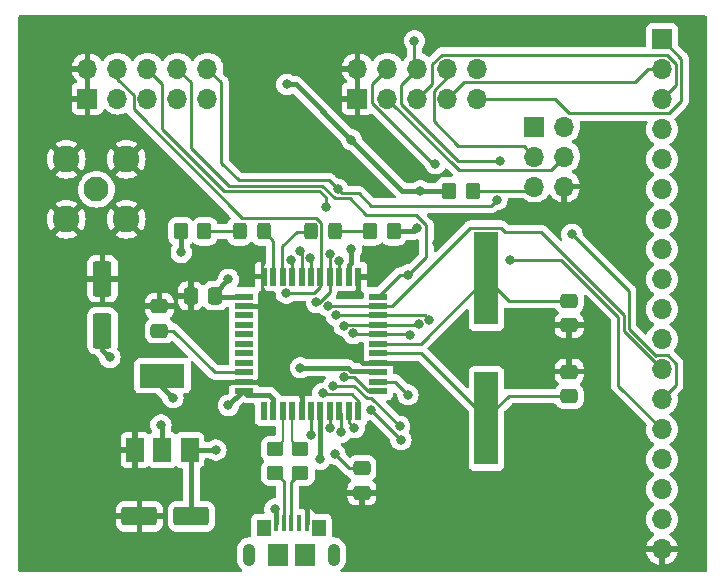
<source format=gbr>
%TF.GenerationSoftware,KiCad,Pcbnew,7.0.10*%
%TF.CreationDate,2024-11-13T12:28:53-05:00*%
%TF.ProjectId,pmodThingy,706d6f64-5468-4696-9e67-792e6b696361,rev?*%
%TF.SameCoordinates,Original*%
%TF.FileFunction,Copper,L1,Top*%
%TF.FilePolarity,Positive*%
%FSLAX46Y46*%
G04 Gerber Fmt 4.6, Leading zero omitted, Abs format (unit mm)*
G04 Created by KiCad (PCBNEW 7.0.10) date 2024-11-13 12:28:53*
%MOMM*%
%LPD*%
G01*
G04 APERTURE LIST*
G04 Aperture macros list*
%AMRoundRect*
0 Rectangle with rounded corners*
0 $1 Rounding radius*
0 $2 $3 $4 $5 $6 $7 $8 $9 X,Y pos of 4 corners*
0 Add a 4 corners polygon primitive as box body*
4,1,4,$2,$3,$4,$5,$6,$7,$8,$9,$2,$3,0*
0 Add four circle primitives for the rounded corners*
1,1,$1+$1,$2,$3*
1,1,$1+$1,$4,$5*
1,1,$1+$1,$6,$7*
1,1,$1+$1,$8,$9*
0 Add four rect primitives between the rounded corners*
20,1,$1+$1,$2,$3,$4,$5,0*
20,1,$1+$1,$4,$5,$6,$7,0*
20,1,$1+$1,$6,$7,$8,$9,0*
20,1,$1+$1,$8,$9,$2,$3,0*%
G04 Aperture macros list end*
%TA.AperFunction,SMDPad,CuDef*%
%ADD10RoundRect,0.250000X0.325000X0.450000X-0.325000X0.450000X-0.325000X-0.450000X0.325000X-0.450000X0*%
%TD*%
%TA.AperFunction,ComponentPad*%
%ADD11C,2.100000*%
%TD*%
%TA.AperFunction,ComponentPad*%
%ADD12C,2.250000*%
%TD*%
%TA.AperFunction,SMDPad,CuDef*%
%ADD13RoundRect,0.250000X-0.475000X0.337500X-0.475000X-0.337500X0.475000X-0.337500X0.475000X0.337500X0*%
%TD*%
%TA.AperFunction,ComponentPad*%
%ADD14R,1.700000X1.700000*%
%TD*%
%TA.AperFunction,ComponentPad*%
%ADD15O,1.700000X1.700000*%
%TD*%
%TA.AperFunction,SMDPad,CuDef*%
%ADD16RoundRect,0.250000X1.250000X0.550000X-1.250000X0.550000X-1.250000X-0.550000X1.250000X-0.550000X0*%
%TD*%
%TA.AperFunction,SMDPad,CuDef*%
%ADD17RoundRect,0.250000X0.350000X0.450000X-0.350000X0.450000X-0.350000X-0.450000X0.350000X-0.450000X0*%
%TD*%
%TA.AperFunction,SMDPad,CuDef*%
%ADD18R,0.550000X1.500000*%
%TD*%
%TA.AperFunction,SMDPad,CuDef*%
%ADD19R,1.500000X0.550000*%
%TD*%
%TA.AperFunction,SMDPad,CuDef*%
%ADD20R,1.500000X2.000000*%
%TD*%
%TA.AperFunction,SMDPad,CuDef*%
%ADD21R,3.800000X2.000000*%
%TD*%
%TA.AperFunction,SMDPad,CuDef*%
%ADD22RoundRect,0.250000X0.337500X0.475000X-0.337500X0.475000X-0.337500X-0.475000X0.337500X-0.475000X0*%
%TD*%
%TA.AperFunction,SMDPad,CuDef*%
%ADD23RoundRect,0.250000X0.550000X-1.250000X0.550000X1.250000X-0.550000X1.250000X-0.550000X-1.250000X0*%
%TD*%
%TA.AperFunction,SMDPad,CuDef*%
%ADD24RoundRect,0.250000X0.450000X-0.350000X0.450000X0.350000X-0.450000X0.350000X-0.450000X-0.350000X0*%
%TD*%
%TA.AperFunction,SMDPad,CuDef*%
%ADD25RoundRect,0.250000X0.475000X-0.337500X0.475000X0.337500X-0.475000X0.337500X-0.475000X-0.337500X0*%
%TD*%
%TA.AperFunction,SMDPad,CuDef*%
%ADD26RoundRect,0.250000X-0.325000X-0.450000X0.325000X-0.450000X0.325000X0.450000X-0.325000X0.450000X0*%
%TD*%
%TA.AperFunction,SMDPad,CuDef*%
%ADD27R,2.000000X7.875000*%
%TD*%
%TA.AperFunction,SMDPad,CuDef*%
%ADD28RoundRect,0.250000X-0.350000X-0.450000X0.350000X-0.450000X0.350000X0.450000X-0.350000X0.450000X0*%
%TD*%
%TA.AperFunction,SMDPad,CuDef*%
%ADD29R,0.400000X1.400000*%
%TD*%
%TA.AperFunction,ComponentPad*%
%ADD30O,1.050000X1.900000*%
%TD*%
%TA.AperFunction,SMDPad,CuDef*%
%ADD31R,1.150000X1.450000*%
%TD*%
%TA.AperFunction,SMDPad,CuDef*%
%ADD32R,1.750000X1.900000*%
%TD*%
%TA.AperFunction,ViaPad*%
%ADD33C,0.800000*%
%TD*%
%TA.AperFunction,Conductor*%
%ADD34C,0.250000*%
%TD*%
%TA.AperFunction,Conductor*%
%ADD35C,0.400000*%
%TD*%
%TA.AperFunction,Conductor*%
%ADD36C,0.200000*%
%TD*%
G04 APERTURE END LIST*
D10*
%TO.P,D1,1,K*%
%TO.N,/TXLED*%
X136597000Y-62738000D03*
%TO.P,D1,2,A*%
%TO.N,Net-(D1-A)*%
X134547000Y-62738000D03*
%TD*%
D11*
%TO.P,J6,1*%
%TO.N,+3V3*%
X122428000Y-59182000D03*
D12*
%TO.P,J6,S1*%
%TO.N,GND*%
X119888000Y-56642000D03*
%TO.P,J6,S2*%
X119888000Y-61722000D03*
%TO.P,J6,S3*%
X124968000Y-61722000D03*
%TO.P,J6,S4*%
X124968000Y-56642000D03*
%TD*%
D13*
%TO.P,C3,1*%
%TO.N,Net-(U1-UCAP)*%
X144907000Y-82782500D03*
%TO.P,C3,2*%
%TO.N,GND*%
X144907000Y-84857500D03*
%TD*%
D14*
%TO.P,J2,1,Pin_1*%
%TO.N,GND*%
X121666000Y-51497000D03*
D15*
%TO.P,J2,2,Pin_2*%
X121666000Y-48957000D03*
%TO.P,J2,3,Pin_3*%
%TO.N,/IO11_UART_TX*%
X124206000Y-51497000D03*
%TO.P,J2,4,Pin_4*%
%TO.N,/IO15*%
X124206000Y-48957000D03*
%TO.P,J2,5,Pin_5*%
%TO.N,/IO10_UART_RX*%
X126746000Y-51497000D03*
%TO.P,J2,6,Pin_6*%
%TO.N,/IO14*%
X126746000Y-48957000D03*
%TO.P,J2,7,Pin_7*%
%TO.N,/IO9_I2C_SDA*%
X129286000Y-51497000D03*
%TO.P,J2,8,Pin_8*%
%TO.N,/IO13*%
X129286000Y-48957000D03*
%TO.P,J2,9,Pin_9*%
%TO.N,/IO8_I2C_SCL*%
X131826000Y-51497000D03*
%TO.P,J2,10,Pin_10*%
%TO.N,/IO12*%
X131826000Y-48957000D03*
%TD*%
D16*
%TO.P,C5,1*%
%TO.N,/USB_VBUS*%
X130470000Y-86868000D03*
%TO.P,C5,2*%
%TO.N,GND*%
X126070000Y-86868000D03*
%TD*%
D17*
%TO.P,R4,1*%
%TO.N,+3V3*%
X147605000Y-62738000D03*
%TO.P,R4,2*%
%TO.N,Net-(D2-A)*%
X145605000Y-62738000D03*
%TD*%
D18*
%TO.P,U1,1,PE6*%
%TO.N,unconnected-(U1-PE6-Pad1)*%
X136589000Y-77963000D03*
%TO.P,U1,2,UVCC*%
%TO.N,+3V3*%
X137389000Y-77963000D03*
%TO.P,U1,3,D-*%
%TO.N,/USB_D-*%
X138189000Y-77963000D03*
%TO.P,U1,4,D+*%
%TO.N,/USB_D+*%
X138989000Y-77963000D03*
%TO.P,U1,5,UGND*%
%TO.N,GND*%
X139789000Y-77963000D03*
%TO.P,U1,6,UCAP*%
%TO.N,Net-(U1-UCAP)*%
X140589000Y-77963000D03*
%TO.P,U1,7,VBUS*%
%TO.N,/USB_VBUS*%
X141389000Y-77963000D03*
%TO.P,U1,8,PB0*%
%TO.N,/IO0*%
X142189000Y-77963000D03*
%TO.P,U1,9,PB1*%
%TO.N,/IO1*%
X142989000Y-77963000D03*
%TO.P,U1,10,PB2*%
%TO.N,/IO2_SS*%
X143789000Y-77963000D03*
%TO.P,U1,11,PB3*%
%TO.N,/IO3_MOSI*%
X144589000Y-77963000D03*
D19*
%TO.P,U1,12,PB7*%
%TO.N,/IO7*%
X146289000Y-76263000D03*
%TO.P,U1,13,~{RESET}*%
%TO.N,/RESET*%
X146289000Y-75463000D03*
%TO.P,U1,14,VCC*%
%TO.N,+3V3*%
X146289000Y-74663000D03*
%TO.P,U1,15,GND*%
%TO.N,GND*%
X146289000Y-73863000D03*
%TO.P,U1,16,XTAL2*%
%TO.N,Net-(U1-XTAL2)*%
X146289000Y-73063000D03*
%TO.P,U1,17,XTAL1*%
%TO.N,Net-(U1-XTAL1)*%
X146289000Y-72263000D03*
%TO.P,U1,18,PD0*%
%TO.N,/IO8_I2C_SCL*%
X146289000Y-71463000D03*
%TO.P,U1,19,PD1*%
%TO.N,/IO9_I2C_SDA*%
X146289000Y-70663000D03*
%TO.P,U1,20,PD2*%
%TO.N,/IO10_UART_RX*%
X146289000Y-69863000D03*
%TO.P,U1,21,PD3*%
%TO.N,/IO11_UART_TX*%
X146289000Y-69063000D03*
%TO.P,U1,22,PD5*%
%TO.N,/IO13*%
X146289000Y-68263000D03*
D18*
%TO.P,U1,23,GND*%
%TO.N,GND*%
X144589000Y-66563000D03*
%TO.P,U1,24,AVCC*%
%TO.N,+3V3*%
X143789000Y-66563000D03*
%TO.P,U1,25,PD4*%
%TO.N,/IO12*%
X142989000Y-66563000D03*
%TO.P,U1,26,PD6*%
%TO.N,/IO14*%
X142189000Y-66563000D03*
%TO.P,U1,27,PD7*%
%TO.N,/IO15*%
X141389000Y-66563000D03*
%TO.P,U1,28,PB4*%
%TO.N,/IO4_MISO*%
X140589000Y-66563000D03*
%TO.P,U1,29,PB5*%
%TO.N,/IO5_SCK*%
X139789000Y-66563000D03*
%TO.P,U1,30,PB6*%
%TO.N,/IO6*%
X138989000Y-66563000D03*
%TO.P,U1,31,PC6*%
%TO.N,/RXLED*%
X138189000Y-66563000D03*
%TO.P,U1,32,PC7*%
%TO.N,/TXLED*%
X137389000Y-66563000D03*
%TO.P,U1,33,~{HWB}/PE2*%
%TO.N,GND*%
X136589000Y-66563000D03*
D19*
%TO.P,U1,34,VCC*%
%TO.N,+3V3*%
X134889000Y-68263000D03*
%TO.P,U1,35,GND*%
%TO.N,GND*%
X134889000Y-69063000D03*
%TO.P,U1,36,PF7*%
%TO.N,unconnected-(U1-PF7-Pad36)*%
X134889000Y-69863000D03*
%TO.P,U1,37,PF6*%
%TO.N,unconnected-(U1-PF6-Pad37)*%
X134889000Y-70663000D03*
%TO.P,U1,38,PF5*%
%TO.N,unconnected-(U1-PF5-Pad38)*%
X134889000Y-71463000D03*
%TO.P,U1,39,PF4*%
%TO.N,unconnected-(U1-PF4-Pad39)*%
X134889000Y-72263000D03*
%TO.P,U1,40,PF1*%
%TO.N,unconnected-(U1-PF1-Pad40)*%
X134889000Y-73063000D03*
%TO.P,U1,41,PF0*%
%TO.N,unconnected-(U1-PF0-Pad41)*%
X134889000Y-73863000D03*
%TO.P,U1,42,AREF*%
%TO.N,Net-(U1-AREF)*%
X134889000Y-74663000D03*
%TO.P,U1,43,GND*%
%TO.N,GND*%
X134889000Y-75463000D03*
%TO.P,U1,44,AVCC*%
%TO.N,+3V3*%
X134889000Y-76263000D03*
%TD*%
D20*
%TO.P,U2,1,GND*%
%TO.N,GND*%
X125716000Y-81255000D03*
%TO.P,U2,2,VO*%
%TO.N,+3V3*%
X128016000Y-81255000D03*
D21*
X128016000Y-74955000D03*
D20*
%TO.P,U2,3,VI*%
%TO.N,/USB_VBUS*%
X130316000Y-81255000D03*
%TD*%
D22*
%TO.P,C7,1*%
%TO.N,+3V3*%
X132482500Y-68199000D03*
%TO.P,C7,2*%
%TO.N,GND*%
X130407500Y-68199000D03*
%TD*%
D23*
%TO.P,C6,1*%
%TO.N,+3V3*%
X122936000Y-71161000D03*
%TO.P,C6,2*%
%TO.N,GND*%
X122936000Y-66761000D03*
%TD*%
D24*
%TO.P,R2,1*%
%TO.N,Net-(J3-D-)*%
X137541000Y-83169000D03*
%TO.P,R2,2*%
%TO.N,/USB_D-*%
X137541000Y-81169000D03*
%TD*%
%TO.P,R1,1*%
%TO.N,Net-(J3-D+)*%
X139700000Y-83169000D03*
%TO.P,R1,2*%
%TO.N,/USB_D+*%
X139700000Y-81169000D03*
%TD*%
D14*
%TO.P,J5,1,Pin_1*%
%TO.N,/IO4_MISO*%
X159507000Y-53863000D03*
D15*
%TO.P,J5,2,Pin_2*%
%TO.N,+3V3*%
X162047000Y-53863000D03*
%TO.P,J5,3,Pin_3*%
%TO.N,/IO5_SCK*%
X159507000Y-56403000D03*
%TO.P,J5,4,Pin_4*%
%TO.N,/IO3_MOSI*%
X162047000Y-56403000D03*
%TO.P,J5,5,Pin_5*%
%TO.N,/RESET*%
X159507000Y-58943000D03*
%TO.P,J5,6,Pin_6*%
%TO.N,GND*%
X162047000Y-58943000D03*
%TD*%
D14*
%TO.P,J4,1,Pin_1*%
%TO.N,/IO0*%
X170307000Y-46482000D03*
D15*
%TO.P,J4,2,Pin_2*%
%TO.N,/IO1*%
X170307000Y-49022000D03*
%TO.P,J4,3,Pin_3*%
%TO.N,/IO2_SS*%
X170307000Y-51562000D03*
%TO.P,J4,4,Pin_4*%
%TO.N,/IO3_MOSI*%
X170307000Y-54102000D03*
%TO.P,J4,5,Pin_5*%
%TO.N,/IO4_MISO*%
X170307000Y-56642000D03*
%TO.P,J4,6,Pin_6*%
%TO.N,/IO5_SCK*%
X170307000Y-59182000D03*
%TO.P,J4,7,Pin_7*%
%TO.N,/IO6*%
X170307000Y-61722000D03*
%TO.P,J4,8,Pin_8*%
%TO.N,/IO7*%
X170307000Y-64262000D03*
%TO.P,J4,9,Pin_9*%
%TO.N,/IO8_I2C_SCL*%
X170307000Y-66802000D03*
%TO.P,J4,10,Pin_10*%
%TO.N,/IO9_I2C_SDA*%
X170307000Y-69342000D03*
%TO.P,J4,11,Pin_11*%
%TO.N,/IO10_UART_RX*%
X170307000Y-71882000D03*
%TO.P,J4,12,Pin_12*%
%TO.N,/IO11_UART_TX*%
X170307000Y-74422000D03*
%TO.P,J4,13,Pin_13*%
%TO.N,/IO12*%
X170307000Y-76962000D03*
%TO.P,J4,14,Pin_14*%
%TO.N,/IO13*%
X170307000Y-79502000D03*
%TO.P,J4,15,Pin_15*%
%TO.N,/IO14*%
X170307000Y-82042000D03*
%TO.P,J4,16,Pin_16*%
%TO.N,/IO15*%
X170307000Y-84582000D03*
%TO.P,J4,17,Pin_17*%
%TO.N,+3V3*%
X170307000Y-87122000D03*
%TO.P,J4,18,Pin_18*%
%TO.N,GND*%
X170307000Y-89662000D03*
%TD*%
D13*
%TO.P,C2,1*%
%TO.N,GND*%
X162448000Y-74606500D03*
%TO.P,C2,2*%
%TO.N,Net-(U1-XTAL2)*%
X162448000Y-76681500D03*
%TD*%
D25*
%TO.P,C4,1*%
%TO.N,Net-(U1-AREF)*%
X127762000Y-71141500D03*
%TO.P,C4,2*%
%TO.N,GND*%
X127762000Y-69066500D03*
%TD*%
D26*
%TO.P,D2,1,K*%
%TO.N,/RXLED*%
X140580000Y-62738000D03*
%TO.P,D2,2,A*%
%TO.N,Net-(D2-A)*%
X142630000Y-62738000D03*
%TD*%
D25*
%TO.P,C1,1*%
%TO.N,GND*%
X162448000Y-70681500D03*
%TO.P,C1,2*%
%TO.N,Net-(U1-XTAL1)*%
X162448000Y-68606500D03*
%TD*%
D27*
%TO.P,Y1,1,1*%
%TO.N,Net-(U1-XTAL2)*%
X155448000Y-78581500D03*
%TO.P,Y1,2,2*%
%TO.N,Net-(U1-XTAL1)*%
X155448000Y-66706500D03*
%TD*%
D28*
%TO.P,R5,1*%
%TO.N,+3V3*%
X152289000Y-59309000D03*
%TO.P,R5,2*%
%TO.N,/RESET*%
X154289000Y-59309000D03*
%TD*%
D14*
%TO.P,J1,1,Pin_1*%
%TO.N,GND*%
X144526000Y-51497000D03*
D15*
%TO.P,J1,2,Pin_2*%
X144526000Y-48957000D03*
%TO.P,J1,3,Pin_3*%
%TO.N,/IO3_MOSI*%
X147066000Y-51497000D03*
%TO.P,J1,4,Pin_4*%
%TO.N,/IO7*%
X147066000Y-48957000D03*
%TO.P,J1,5,Pin_5*%
%TO.N,/IO2_SS*%
X149606000Y-51497000D03*
%TO.P,J1,6,Pin_6*%
%TO.N,/IO6*%
X149606000Y-48957000D03*
%TO.P,J1,7,Pin_7*%
%TO.N,/IO1*%
X152146000Y-51497000D03*
%TO.P,J1,8,Pin_8*%
%TO.N,/IO5_SCK*%
X152146000Y-48957000D03*
%TO.P,J1,9,Pin_9*%
%TO.N,/IO0*%
X154686000Y-51497000D03*
%TO.P,J1,10,Pin_10*%
%TO.N,/IO4_MISO*%
X154686000Y-48957000D03*
%TD*%
D28*
%TO.P,R3,1*%
%TO.N,+3V3*%
X129572000Y-62738000D03*
%TO.P,R3,2*%
%TO.N,Net-(D1-A)*%
X131572000Y-62738000D03*
%TD*%
D29*
%TO.P,J3,1,VBUS*%
%TO.N,/USB_VBUS*%
X137638000Y-87450000D03*
%TO.P,J3,2,D-*%
%TO.N,Net-(J3-D-)*%
X138288000Y-87450000D03*
%TO.P,J3,3,D+*%
%TO.N,Net-(J3-D+)*%
X138938000Y-87450000D03*
%TO.P,J3,4,ID*%
%TO.N,unconnected-(J3-ID-Pad4)*%
X139588000Y-87450000D03*
%TO.P,J3,5,GND*%
%TO.N,GND*%
X140238000Y-87450000D03*
D30*
%TO.P,J3,6,Shield*%
%TO.N,unconnected-(J3-Shield-Pad6)*%
X135363000Y-90100000D03*
D31*
X136618000Y-87870000D03*
D32*
X137813000Y-90100000D03*
X140063000Y-90100000D03*
D31*
X141258000Y-87870000D03*
D30*
X142513000Y-90100000D03*
%TD*%
D33*
%TO.N,GND*%
X149098000Y-58166000D03*
X151257000Y-63754000D03*
X148844000Y-64008000D03*
%TO.N,Net-(U1-UCAP)*%
X140589000Y-80010000D03*
X142615335Y-81582005D03*
%TO.N,/USB_VBUS*%
X132543000Y-81255000D03*
X137541000Y-86233000D03*
X141351000Y-82042000D03*
%TO.N,+3V3*%
X139700000Y-74295000D03*
X123571000Y-73406000D03*
X133604000Y-66802000D03*
X149606000Y-62484000D03*
X127889000Y-79121000D03*
X144018000Y-64262000D03*
X144018000Y-54991000D03*
X138557000Y-50292000D03*
X149860000Y-59309000D03*
X129603000Y-64516000D03*
X133604000Y-77470000D03*
X128905000Y-76835000D03*
%TO.N,/IO0*%
X142209853Y-79362080D03*
%TO.N,/IO1*%
X143129000Y-79756000D03*
%TO.N,/IO2_SS*%
X144272000Y-79375000D03*
%TO.N,/IO3_MOSI*%
X141605000Y-76454000D03*
%TO.N,/IO4_MISO*%
X140514000Y-65013697D03*
%TO.N,/IO5_SCK*%
X139700000Y-64389000D03*
%TO.N,/IO6*%
X138938000Y-65151000D03*
X156591000Y-56769000D03*
X149352000Y-46607000D03*
%TO.N,/IO7*%
X143383000Y-75078846D03*
X151130000Y-57023000D03*
%TO.N,/IO8_I2C_SCL*%
X148971000Y-71501000D03*
X144182000Y-71374000D03*
%TO.N,/IO9_I2C_SDA*%
X149696000Y-70612000D03*
X143384283Y-70770963D03*
%TO.N,/IO10_UART_RX*%
X142732000Y-69850000D03*
X150622000Y-70231000D03*
%TO.N,/IO11_UART_TX*%
X142007000Y-69073822D03*
%TO.N,/IO12*%
X143002000Y-65278000D03*
X162687000Y-62992000D03*
X156337000Y-60071000D03*
X142875000Y-59182000D03*
%TO.N,/IO13*%
X157480000Y-65151000D03*
X148844000Y-66421000D03*
%TO.N,/IO14*%
X142494000Y-75803846D03*
X148086653Y-79243347D03*
X141057370Y-68760439D03*
X141859000Y-60706000D03*
X142205000Y-64643000D03*
%TO.N,/IO15*%
X138493669Y-67977000D03*
X148209000Y-80391000D03*
X145669000Y-77851000D03*
%TO.N,/RESET*%
X148807000Y-76581000D03*
%TD*%
D34*
%TO.N,/TXLED*%
X137389000Y-63530000D02*
X137389000Y-66563000D01*
X136597000Y-62738000D02*
X137389000Y-63530000D01*
%TO.N,/RXLED*%
X139421000Y-62763000D02*
X138176000Y-64008000D01*
X138176000Y-64008000D02*
X138176000Y-66588000D01*
D35*
%TO.N,GND*%
X144589000Y-67882000D02*
X144526000Y-67945000D01*
X136271000Y-69088000D02*
X136246000Y-69063000D01*
X134889000Y-69063000D02*
X136246000Y-69063000D01*
X134889000Y-75463000D02*
X133706000Y-75463000D01*
X140238000Y-87450000D02*
X140238000Y-85949000D01*
X144589000Y-66563000D02*
X146289000Y-66563000D01*
X136423000Y-75463000D02*
X136652000Y-75692000D01*
X144983000Y-73863000D02*
X144399000Y-73279000D01*
X139789000Y-77963000D02*
X139789000Y-76365000D01*
X146289000Y-73863000D02*
X147777000Y-73863000D01*
X144589000Y-66563000D02*
X144589000Y-67882000D01*
X134889000Y-75463000D02*
X136423000Y-75463000D01*
X146289000Y-73863000D02*
X144983000Y-73863000D01*
X146289000Y-66563000D02*
X148844000Y-64008000D01*
X140238000Y-85949000D02*
X140335000Y-85852000D01*
X133706000Y-75463000D02*
X133477000Y-75692000D01*
X139789000Y-76365000D02*
X139827000Y-76327000D01*
X147777000Y-73863000D02*
X148082000Y-74168000D01*
D34*
%TO.N,Net-(U1-XTAL1)*%
X157348000Y-68606500D02*
X155448000Y-66706500D01*
X155448000Y-66706500D02*
X149891500Y-72263000D01*
X149891500Y-72263000D02*
X146289000Y-72263000D01*
X162448000Y-68606500D02*
X157348000Y-68606500D01*
%TO.N,Net-(U1-XTAL2)*%
X162448000Y-76681500D02*
X157348000Y-76681500D01*
X149929500Y-73063000D02*
X155448000Y-78581500D01*
X146289000Y-73063000D02*
X149929500Y-73063000D01*
X157348000Y-76681500D02*
X155448000Y-78581500D01*
%TO.N,Net-(U1-UCAP)*%
X143815830Y-82782500D02*
X142615335Y-81582005D01*
X144907000Y-82782500D02*
X143815830Y-82782500D01*
X140589000Y-80010000D02*
X140589000Y-77963000D01*
%TO.N,Net-(U1-AREF)*%
X132426500Y-74663000D02*
X128905000Y-71141500D01*
X134775000Y-74549000D02*
X134889000Y-74663000D01*
X128905000Y-71141500D02*
X127762000Y-71141500D01*
X134889000Y-74663000D02*
X132426500Y-74663000D01*
D35*
%TO.N,/USB_VBUS*%
X130470000Y-81409000D02*
X130316000Y-81255000D01*
X130316000Y-81255000D02*
X132543000Y-81255000D01*
X141389000Y-82004000D02*
X141389000Y-77963000D01*
X141351000Y-82042000D02*
X141389000Y-82004000D01*
X137638000Y-86330000D02*
X137541000Y-86233000D01*
X137638000Y-87450000D02*
X137638000Y-86330000D01*
X130470000Y-86868000D02*
X130470000Y-81409000D01*
%TO.N,+3V3*%
X140048154Y-74278846D02*
X139716154Y-74278846D01*
X128016000Y-81255000D02*
X128016000Y-79248000D01*
X134889000Y-68263000D02*
X132546500Y-68263000D01*
X139716154Y-74278846D02*
X139700000Y-74295000D01*
X147605000Y-62738000D02*
X149352000Y-62738000D01*
X128016000Y-74955000D02*
X128016000Y-75946000D01*
X128016000Y-75946000D02*
X128905000Y-76835000D01*
X132482500Y-67923500D02*
X133604000Y-66802000D01*
X139319000Y-50292000D02*
X138557000Y-50292000D01*
X134889000Y-76263000D02*
X134811000Y-76263000D01*
X132482500Y-68199000D02*
X132482500Y-67923500D01*
X134811000Y-76263000D02*
X133604000Y-77470000D01*
X144018000Y-65393371D02*
X144018000Y-64262000D01*
X137389000Y-76938000D02*
X137032000Y-76581000D01*
X146289000Y-74663000D02*
X146179846Y-74553846D01*
X122936000Y-72771000D02*
X123571000Y-73406000D01*
X132546500Y-68263000D02*
X132482500Y-68199000D01*
X146179846Y-74553846D02*
X143989371Y-74553846D01*
X129572000Y-62738000D02*
X129572000Y-64485000D01*
X149860000Y-59309000D02*
X148336000Y-59309000D01*
X137389000Y-76938000D02*
X137389000Y-77963000D01*
X143789000Y-66563000D02*
X143789000Y-65622371D01*
X149352000Y-62738000D02*
X149606000Y-62484000D01*
X135207000Y-76581000D02*
X134889000Y-76263000D01*
X122936000Y-71161000D02*
X122936000Y-72771000D01*
X148336000Y-59309000D02*
X144018000Y-54991000D01*
X128016000Y-79248000D02*
X127889000Y-79121000D01*
X152289000Y-59309000D02*
X149860000Y-59309000D01*
X143989371Y-74553846D02*
X143714371Y-74278846D01*
X137032000Y-76581000D02*
X135207000Y-76581000D01*
X143714371Y-74278846D02*
X140048154Y-74278846D01*
X144018000Y-54991000D02*
X139319000Y-50292000D01*
X143789000Y-65622371D02*
X144018000Y-65393371D01*
D34*
%TO.N,Net-(D1-A)*%
X131572000Y-62738000D02*
X134547000Y-62738000D01*
%TO.N,/RXLED*%
X140555000Y-62763000D02*
X139421000Y-62763000D01*
%TO.N,Net-(D2-A)*%
X142630000Y-62738000D02*
X145605000Y-62738000D01*
%TO.N,/IO0*%
X162465000Y-52737000D02*
X161225000Y-51497000D01*
X171932000Y-48107000D02*
X171932000Y-51715000D01*
X142209853Y-77983853D02*
X142189000Y-77963000D01*
X171932000Y-51715000D02*
X170910000Y-52737000D01*
X161225000Y-51497000D02*
X154686000Y-51497000D01*
X142209853Y-79362080D02*
X142209853Y-77983853D01*
X170910000Y-52737000D02*
X162465000Y-52737000D01*
X170307000Y-46482000D02*
X171932000Y-48107000D01*
%TO.N,/IO1*%
X143129000Y-79756000D02*
X143129000Y-78103000D01*
X152146000Y-51497000D02*
X153511000Y-50132000D01*
X168054000Y-50132000D02*
X169164000Y-49022000D01*
X169164000Y-49022000D02*
X170307000Y-49022000D01*
X153511000Y-50132000D02*
X168054000Y-50132000D01*
X143129000Y-78103000D02*
X142989000Y-77963000D01*
%TO.N,/IO2_SS*%
X150876000Y-48565299D02*
X150876000Y-50227000D01*
X170307000Y-51562000D02*
X171482000Y-50387000D01*
X171482000Y-50387000D02*
X171482000Y-48535299D01*
X151659299Y-47782000D02*
X150876000Y-48565299D01*
X144272000Y-79375000D02*
X143789000Y-78892000D01*
X171482000Y-48535299D02*
X170728701Y-47782000D01*
X143789000Y-78892000D02*
X143789000Y-77963000D01*
X170728701Y-47782000D02*
X151659299Y-47782000D01*
X150876000Y-50227000D02*
X149606000Y-51497000D01*
%TO.N,/IO3_MOSI*%
X153147000Y-57578000D02*
X147066000Y-51497000D01*
X141605000Y-76454000D02*
X141679846Y-76528846D01*
X144589000Y-77088000D02*
X144589000Y-77963000D01*
X144029846Y-76528846D02*
X144589000Y-77088000D01*
X160872000Y-57578000D02*
X153147000Y-57578000D01*
X141679846Y-76528846D02*
X144029846Y-76528846D01*
X162047000Y-56403000D02*
X160872000Y-57578000D01*
%TO.N,/IO4_MISO*%
X140514000Y-65013697D02*
X140589000Y-65088697D01*
X140589000Y-65088697D02*
X140589000Y-66563000D01*
%TO.N,/IO5_SCK*%
X152146000Y-49657000D02*
X152146000Y-48957000D01*
X139700000Y-64389000D02*
X139789000Y-64478000D01*
X153035000Y-55499000D02*
X150971000Y-53435000D01*
X159507000Y-56403000D02*
X158603000Y-55499000D01*
X158603000Y-55499000D02*
X153035000Y-55499000D01*
X150971000Y-50832000D02*
X152146000Y-49657000D01*
X150971000Y-53435000D02*
X150971000Y-50832000D01*
X139789000Y-64478000D02*
X139789000Y-66563000D01*
%TO.N,/IO6*%
X149352000Y-48703000D02*
X149606000Y-48957000D01*
X153026299Y-56769000D02*
X156591000Y-56769000D01*
X148241000Y-51983701D02*
X153026299Y-56769000D01*
X138989000Y-65202000D02*
X138938000Y-65151000D01*
X149352000Y-46607000D02*
X149352000Y-48703000D01*
X148241000Y-50322000D02*
X148241000Y-51983701D01*
X138989000Y-66563000D02*
X138989000Y-65202000D01*
X149606000Y-48957000D02*
X148241000Y-50322000D01*
%TO.N,/IO7*%
X145414000Y-76263000D02*
X146289000Y-76263000D01*
X151130000Y-57023000D02*
X150930299Y-57023000D01*
X145796000Y-51888701D02*
X145796000Y-50227000D01*
X143383000Y-75078846D02*
X144229846Y-75078846D01*
X144229846Y-75078846D02*
X145414000Y-76263000D01*
X150930299Y-57023000D02*
X145796000Y-51888701D01*
X145796000Y-50227000D02*
X147066000Y-48957000D01*
%TO.N,/IO8_I2C_SCL*%
X148933000Y-71463000D02*
X146289000Y-71463000D01*
X144271000Y-71463000D02*
X144182000Y-71374000D01*
X148971000Y-71501000D02*
X148933000Y-71463000D01*
X146289000Y-71463000D02*
X144271000Y-71463000D01*
%TO.N,/IO9_I2C_SDA*%
X149696000Y-70612000D02*
X149645000Y-70663000D01*
X146275000Y-70649000D02*
X146289000Y-70663000D01*
X143506246Y-70649000D02*
X146275000Y-70649000D01*
X143384283Y-70770963D02*
X143506246Y-70649000D01*
X149645000Y-70663000D02*
X146289000Y-70663000D01*
%TO.N,/IO10_UART_RX*%
X142732000Y-69850000D02*
X145276000Y-69850000D01*
X145289000Y-69863000D02*
X146289000Y-69863000D01*
X150254000Y-69863000D02*
X146289000Y-69863000D01*
X150622000Y-70231000D02*
X150254000Y-69863000D01*
X145276000Y-69850000D02*
X145289000Y-69863000D01*
%TO.N,/IO11_UART_TX*%
X142017822Y-69063000D02*
X142007000Y-69073822D01*
X167074000Y-71189000D02*
X167074000Y-69792000D01*
X160072000Y-62790000D02*
X157024000Y-62790000D01*
X170307000Y-74422000D02*
X167074000Y-71189000D01*
X156678000Y-62444000D02*
X154091000Y-62444000D01*
X154091000Y-62444000D02*
X147472000Y-69063000D01*
X146289000Y-69063000D02*
X142017822Y-69063000D01*
X147472000Y-69063000D02*
X146289000Y-69063000D01*
X157024000Y-62790000D02*
X156678000Y-62444000D01*
X167074000Y-69792000D02*
X160072000Y-62790000D01*
%TO.N,/IO12*%
X169820299Y-73247000D02*
X169794347Y-73272951D01*
X131826000Y-48957000D02*
X133001000Y-50132000D01*
X155829000Y-60579000D02*
X145702496Y-60579000D01*
X144630399Y-59506903D02*
X143199903Y-59506903D01*
X143002000Y-65278000D02*
X143002000Y-66550000D01*
X133001000Y-50132000D02*
X133001000Y-56928000D01*
X167524000Y-67829000D02*
X162687000Y-62992000D01*
X143199903Y-59506903D02*
X142875000Y-59182000D01*
X169794347Y-73272951D02*
X167524000Y-71002604D01*
X156337000Y-60071000D02*
X155829000Y-60579000D01*
X133001000Y-56928000D02*
X134482000Y-58409000D01*
X170793701Y-73247000D02*
X169820299Y-73247000D01*
X171482000Y-75787000D02*
X171482000Y-73935299D01*
X171482000Y-73935299D02*
X170793701Y-73247000D01*
X145702496Y-60579000D02*
X144630399Y-59506903D01*
X142102000Y-58409000D02*
X142875000Y-59182000D01*
X134482000Y-58409000D02*
X142102000Y-58409000D01*
X167524000Y-71002604D02*
X167524000Y-67829000D01*
X170307000Y-76962000D02*
X171482000Y-75787000D01*
X143002000Y-66550000D02*
X142989000Y-66563000D01*
%TO.N,/IO13*%
X166624000Y-69978396D02*
X161796604Y-65151000D01*
X130461000Y-55656604D02*
X133663396Y-58859000D01*
X148131000Y-66421000D02*
X146289000Y-68263000D01*
X170307000Y-79502000D02*
X166624000Y-75819000D01*
X130461000Y-50132000D02*
X130461000Y-55656604D01*
X146685000Y-67867000D02*
X146289000Y-68263000D01*
X142584000Y-59956903D02*
X143903903Y-59956903D01*
X143903903Y-59956903D02*
X145288000Y-61341000D01*
X150368000Y-62220695D02*
X150368000Y-64897000D01*
X129286000Y-48957000D02*
X130461000Y-50132000D01*
X133663396Y-58859000D02*
X141486097Y-58859000D01*
X145288000Y-61341000D02*
X149488305Y-61341000D01*
X149488305Y-61341000D02*
X150368000Y-62220695D01*
X150368000Y-64897000D02*
X148844000Y-66421000D01*
X166624000Y-75819000D02*
X166624000Y-69978396D01*
X141486097Y-58859000D02*
X142584000Y-59956903D01*
X148844000Y-66421000D02*
X148131000Y-66421000D01*
X161796604Y-65151000D02*
X157480000Y-65151000D01*
%TO.N,/IO14*%
X128016000Y-54102000D02*
X133223000Y-59309000D01*
X141282000Y-68773517D02*
X142189000Y-67866517D01*
X128016000Y-50227000D02*
X128016000Y-54102000D01*
X145316000Y-76863000D02*
X145706305Y-76863000D01*
X126746000Y-48957000D02*
X126746000Y-49657000D01*
X126746000Y-48957000D02*
X128016000Y-50227000D01*
X141299701Y-59309000D02*
X141859000Y-59868299D01*
X142189000Y-67866517D02*
X142189000Y-66563000D01*
X145706305Y-76863000D02*
X148086653Y-79243347D01*
X144256846Y-75803846D02*
X145316000Y-76863000D01*
X142205000Y-64643000D02*
X142205000Y-66547000D01*
X141859000Y-59868299D02*
X141859000Y-60706000D01*
X141057370Y-68760439D02*
X141070448Y-68773517D01*
X141070448Y-68773517D02*
X141282000Y-68773517D01*
X133223000Y-59309000D02*
X141299701Y-59309000D01*
X142494000Y-75803846D02*
X144256846Y-75803846D01*
X142205000Y-66547000D02*
X142189000Y-66563000D01*
%TO.N,/IO15*%
X141480000Y-62042900D02*
X141480000Y-66472000D01*
X138493669Y-67977000D02*
X140850000Y-67977000D01*
X145669000Y-77851000D02*
X148209000Y-80391000D01*
X141389000Y-67438000D02*
X141389000Y-66563000D01*
X124206000Y-48957000D02*
X124206000Y-49835299D01*
X125571000Y-52419000D02*
X134747000Y-61595000D01*
X140850000Y-67977000D02*
X141389000Y-67438000D01*
X141480000Y-66472000D02*
X141389000Y-66563000D01*
X124206000Y-49835299D02*
X125571000Y-51200299D01*
X125571000Y-51200299D02*
X125571000Y-52419000D01*
X134747000Y-61595000D02*
X141032100Y-61595000D01*
X141032100Y-61595000D02*
X141480000Y-62042900D01*
%TO.N,Net-(J3-D-)*%
X137541000Y-83169000D02*
X138288000Y-83916000D01*
X138288000Y-83916000D02*
X138288000Y-87450000D01*
%TO.N,Net-(J3-D+)*%
X139700000Y-83169000D02*
X138938000Y-83931000D01*
X138938000Y-83931000D02*
X138938000Y-87450000D01*
%TO.N,/RESET*%
X148807000Y-76581000D02*
X147689000Y-75463000D01*
X159141000Y-59309000D02*
X159507000Y-58943000D01*
X147689000Y-75463000D02*
X146289000Y-75463000D01*
X154289000Y-59309000D02*
X159141000Y-59309000D01*
X154289000Y-59309000D02*
X154289000Y-59616000D01*
D36*
%TO.N,/USB_D+*%
X138989000Y-77963000D02*
X138989000Y-80458000D01*
X138989000Y-80458000D02*
X139700000Y-81169000D01*
%TO.N,/USB_D-*%
X138189000Y-80521000D02*
X137541000Y-81169000D01*
X138189000Y-77963000D02*
X138189000Y-80521000D01*
%TD*%
%TA.AperFunction,Conductor*%
%TO.N,GND*%
G36*
X174059539Y-44470185D02*
G01*
X174105294Y-44522989D01*
X174116500Y-44574500D01*
X174116500Y-91442500D01*
X174096815Y-91509539D01*
X174044011Y-91555294D01*
X173992500Y-91566500D01*
X143206991Y-91566500D01*
X143139952Y-91546815D01*
X143094197Y-91494011D01*
X143084253Y-91424853D01*
X143113278Y-91361297D01*
X143128327Y-91346646D01*
X143194510Y-91292331D01*
X143241647Y-91253647D01*
X143369798Y-91097494D01*
X143465023Y-90919341D01*
X143523662Y-90726033D01*
X143538500Y-90575380D01*
X143538500Y-89624620D01*
X143523662Y-89473967D01*
X143465023Y-89280659D01*
X143465021Y-89280656D01*
X143465021Y-89280654D01*
X143369801Y-89102511D01*
X143369799Y-89102509D01*
X143369798Y-89102506D01*
X143330824Y-89055016D01*
X143241647Y-88946352D01*
X143085495Y-88818203D01*
X143085488Y-88818198D01*
X142907345Y-88722978D01*
X142714031Y-88664337D01*
X142534962Y-88646701D01*
X142513000Y-88644538D01*
X142512999Y-88644538D01*
X142469652Y-88648807D01*
X142401006Y-88635788D01*
X142350296Y-88587722D01*
X142333499Y-88525407D01*
X142333499Y-87097128D01*
X142327091Y-87037517D01*
X142276796Y-86902669D01*
X142276795Y-86902668D01*
X142276793Y-86902664D01*
X142190547Y-86787455D01*
X142190544Y-86787452D01*
X142075335Y-86701206D01*
X142075328Y-86701202D01*
X141940482Y-86650908D01*
X141940483Y-86650908D01*
X141880883Y-86644501D01*
X141880881Y-86644500D01*
X141880873Y-86644500D01*
X141880865Y-86644500D01*
X141018393Y-86644500D01*
X140951354Y-86624815D01*
X140905599Y-86572011D01*
X140902211Y-86563833D01*
X140881354Y-86507913D01*
X140881350Y-86507906D01*
X140795190Y-86392812D01*
X140795187Y-86392809D01*
X140680093Y-86306649D01*
X140680086Y-86306645D01*
X140545379Y-86256403D01*
X140545372Y-86256401D01*
X140485844Y-86250000D01*
X140438000Y-86250000D01*
X140438000Y-86410565D01*
X140418315Y-86477604D01*
X140365511Y-86523359D01*
X140296353Y-86533303D01*
X140232797Y-86504278D01*
X140214734Y-86484876D01*
X140145547Y-86392455D01*
X140087688Y-86349141D01*
X140045818Y-86293207D01*
X140038027Y-86250027D01*
X140038000Y-86250000D01*
X139990166Y-86250000D01*
X139928595Y-86256619D01*
X139902088Y-86256619D01*
X139890279Y-86255349D01*
X139835873Y-86249500D01*
X139835867Y-86249500D01*
X139687500Y-86249500D01*
X139620461Y-86229815D01*
X139574706Y-86177011D01*
X139563500Y-86125500D01*
X139563500Y-85107500D01*
X143682001Y-85107500D01*
X143682001Y-85244986D01*
X143692494Y-85347697D01*
X143747641Y-85514119D01*
X143747643Y-85514124D01*
X143839684Y-85663345D01*
X143963654Y-85787315D01*
X144112875Y-85879356D01*
X144112880Y-85879358D01*
X144279302Y-85934505D01*
X144279309Y-85934506D01*
X144382019Y-85944999D01*
X144656999Y-85944999D01*
X144657000Y-85944998D01*
X144657000Y-85107500D01*
X145157000Y-85107500D01*
X145157000Y-85944999D01*
X145431972Y-85944999D01*
X145431986Y-85944998D01*
X145534697Y-85934505D01*
X145701119Y-85879358D01*
X145701124Y-85879356D01*
X145850345Y-85787315D01*
X145974315Y-85663345D01*
X146066356Y-85514124D01*
X146066358Y-85514119D01*
X146121505Y-85347697D01*
X146121506Y-85347690D01*
X146131999Y-85244986D01*
X146132000Y-85244973D01*
X146132000Y-85107500D01*
X145157000Y-85107500D01*
X144657000Y-85107500D01*
X143682001Y-85107500D01*
X139563500Y-85107500D01*
X139563500Y-84393499D01*
X139583185Y-84326460D01*
X139635989Y-84280705D01*
X139687500Y-84269499D01*
X140200002Y-84269499D01*
X140200008Y-84269499D01*
X140302797Y-84258999D01*
X140469334Y-84203814D01*
X140618656Y-84111712D01*
X140742712Y-83987656D01*
X140834814Y-83838334D01*
X140889999Y-83671797D01*
X140900500Y-83569009D01*
X140900499Y-83018087D01*
X140920183Y-82951049D01*
X140972987Y-82905294D01*
X141042146Y-82895350D01*
X141064772Y-82901876D01*
X141065013Y-82901135D01*
X141071197Y-82903144D01*
X141256354Y-82942500D01*
X141256355Y-82942500D01*
X141445644Y-82942500D01*
X141445646Y-82942500D01*
X141630803Y-82903144D01*
X141803730Y-82826151D01*
X141956871Y-82714888D01*
X142083533Y-82574216D01*
X142139437Y-82477386D01*
X142190002Y-82429173D01*
X142258609Y-82415949D01*
X142297259Y-82426109D01*
X142324668Y-82438312D01*
X142335532Y-82443149D01*
X142520689Y-82482505D01*
X142579883Y-82482505D01*
X142646922Y-82502190D01*
X142667563Y-82518823D01*
X143025283Y-82876544D01*
X143315027Y-83166288D01*
X143324852Y-83178551D01*
X143325073Y-83178369D01*
X143330041Y-83184374D01*
X143379052Y-83230399D01*
X143381851Y-83233112D01*
X143401352Y-83252614D01*
X143401356Y-83252617D01*
X143401359Y-83252620D01*
X143404532Y-83255081D01*
X143413404Y-83262659D01*
X143445248Y-83292562D01*
X143462806Y-83302214D01*
X143479065Y-83312895D01*
X143494894Y-83325173D01*
X143534985Y-83342521D01*
X143545456Y-83347651D01*
X143566096Y-83358998D01*
X143583732Y-83368694D01*
X143583734Y-83368695D01*
X143583738Y-83368697D01*
X143603146Y-83373680D01*
X143621549Y-83379981D01*
X143639931Y-83387936D01*
X143639932Y-83387936D01*
X143639934Y-83387937D01*
X143667419Y-83392290D01*
X143730552Y-83422218D01*
X143753558Y-83449665D01*
X143839288Y-83588656D01*
X143963344Y-83712712D01*
X143966628Y-83714737D01*
X143966653Y-83714753D01*
X143968445Y-83716746D01*
X143969011Y-83717193D01*
X143968934Y-83717289D01*
X144013379Y-83766699D01*
X144024603Y-83835661D01*
X143996761Y-83899744D01*
X143966665Y-83925826D01*
X143963660Y-83927679D01*
X143963655Y-83927683D01*
X143839684Y-84051654D01*
X143747643Y-84200875D01*
X143747641Y-84200880D01*
X143692494Y-84367302D01*
X143692493Y-84367309D01*
X143682000Y-84470013D01*
X143682000Y-84607500D01*
X146131999Y-84607500D01*
X146131999Y-84470028D01*
X146131998Y-84470013D01*
X146121505Y-84367302D01*
X146066358Y-84200880D01*
X146066356Y-84200875D01*
X145974315Y-84051654D01*
X145850344Y-83927683D01*
X145850341Y-83927681D01*
X145847339Y-83925829D01*
X145845713Y-83924021D01*
X145844677Y-83923202D01*
X145844817Y-83923024D01*
X145800617Y-83873880D01*
X145789397Y-83804917D01*
X145817243Y-83740836D01*
X145847344Y-83714754D01*
X145850656Y-83712712D01*
X145974712Y-83588656D01*
X146066814Y-83439334D01*
X146121999Y-83272797D01*
X146132500Y-83170009D01*
X146132499Y-82394992D01*
X146121999Y-82292203D01*
X146066814Y-82125666D01*
X145974712Y-81976344D01*
X145850656Y-81852288D01*
X145701334Y-81760186D01*
X145534797Y-81705001D01*
X145534795Y-81705000D01*
X145432010Y-81694500D01*
X144381998Y-81694500D01*
X144381980Y-81694501D01*
X144279203Y-81705000D01*
X144279200Y-81705001D01*
X144112668Y-81760185D01*
X144112663Y-81760187D01*
X144068846Y-81787214D01*
X143963344Y-81852288D01*
X143963341Y-81852290D01*
X143963339Y-81852292D01*
X143954450Y-81861180D01*
X143893124Y-81894660D01*
X143823433Y-81889671D01*
X143779094Y-81861173D01*
X143554295Y-81636374D01*
X143520810Y-81575051D01*
X143518658Y-81561673D01*
X143501009Y-81393749D01*
X143442514Y-81213721D01*
X143347868Y-81049789D01*
X143221206Y-80909117D01*
X143190374Y-80886716D01*
X143178076Y-80877781D01*
X143135410Y-80822451D01*
X143129431Y-80752838D01*
X143162037Y-80691043D01*
X143222875Y-80656685D01*
X143225104Y-80656190D01*
X143408803Y-80617144D01*
X143581730Y-80540151D01*
X143734871Y-80428888D01*
X143861533Y-80288216D01*
X143861540Y-80288203D01*
X143864447Y-80284203D01*
X143919775Y-80241535D01*
X143989388Y-80235553D01*
X143990550Y-80235794D01*
X143992197Y-80236144D01*
X144177354Y-80275500D01*
X144177355Y-80275500D01*
X144366644Y-80275500D01*
X144366646Y-80275500D01*
X144551803Y-80236144D01*
X144724730Y-80159151D01*
X144877871Y-80047888D01*
X145004533Y-79907216D01*
X145099179Y-79743284D01*
X145157674Y-79563256D01*
X145177460Y-79375000D01*
X145158370Y-79193373D01*
X145170939Y-79124648D01*
X145207383Y-79081147D01*
X145221546Y-79070546D01*
X145307796Y-78955331D01*
X145358091Y-78820483D01*
X145358091Y-78820481D01*
X145360447Y-78814165D01*
X145402317Y-78758231D01*
X145467781Y-78733813D01*
X145502402Y-78736206D01*
X145574354Y-78751500D01*
X145633548Y-78751500D01*
X145700587Y-78771185D01*
X145721229Y-78787819D01*
X147270038Y-80336629D01*
X147303523Y-80397952D01*
X147305678Y-80411348D01*
X147310815Y-80460223D01*
X147323326Y-80579256D01*
X147323327Y-80579259D01*
X147381818Y-80759277D01*
X147381821Y-80759284D01*
X147476467Y-80923216D01*
X147548756Y-81003501D01*
X147603129Y-81063888D01*
X147756265Y-81175148D01*
X147756270Y-81175151D01*
X147929192Y-81252142D01*
X147929197Y-81252144D01*
X148114354Y-81291500D01*
X148114355Y-81291500D01*
X148303644Y-81291500D01*
X148303646Y-81291500D01*
X148488803Y-81252144D01*
X148661730Y-81175151D01*
X148814871Y-81063888D01*
X148941533Y-80923216D01*
X149036179Y-80759284D01*
X149094674Y-80579256D01*
X149114460Y-80391000D01*
X149094674Y-80202744D01*
X149036179Y-80022716D01*
X148941533Y-79858784D01*
X148897991Y-79810426D01*
X148867762Y-79747436D01*
X148876387Y-79678100D01*
X148882745Y-79665474D01*
X148913832Y-79611631D01*
X148972327Y-79431603D01*
X148992113Y-79243347D01*
X148972327Y-79055091D01*
X148913832Y-78875063D01*
X148819186Y-78711131D01*
X148692524Y-78570459D01*
X148692523Y-78570458D01*
X148539387Y-78459198D01*
X148539382Y-78459195D01*
X148366460Y-78382204D01*
X148366455Y-78382202D01*
X148220654Y-78351212D01*
X148181299Y-78342847D01*
X148181298Y-78342847D01*
X148122105Y-78342847D01*
X148055066Y-78323162D01*
X148034424Y-78306528D01*
X146978076Y-77250180D01*
X146944591Y-77188857D01*
X146949575Y-77119165D01*
X146991447Y-77063232D01*
X147056911Y-77038815D01*
X147065757Y-77038499D01*
X147086871Y-77038499D01*
X147086872Y-77038499D01*
X147146483Y-77032091D01*
X147281331Y-76981796D01*
X147396546Y-76895546D01*
X147482796Y-76780331D01*
X147533091Y-76645483D01*
X147539500Y-76585873D01*
X147539499Y-76497449D01*
X147559183Y-76430413D01*
X147611986Y-76384657D01*
X147681145Y-76374713D01*
X147744701Y-76403737D01*
X147751180Y-76409770D01*
X147868038Y-76526628D01*
X147901523Y-76587951D01*
X147903678Y-76601347D01*
X147908449Y-76646740D01*
X147921326Y-76769256D01*
X147921327Y-76769259D01*
X147979818Y-76949277D01*
X147979821Y-76949284D01*
X148074467Y-77113216D01*
X148181195Y-77231749D01*
X148201129Y-77253888D01*
X148354265Y-77365148D01*
X148354270Y-77365151D01*
X148527192Y-77442142D01*
X148527197Y-77442144D01*
X148712354Y-77481500D01*
X148712355Y-77481500D01*
X148901644Y-77481500D01*
X148901646Y-77481500D01*
X149086803Y-77442144D01*
X149259730Y-77365151D01*
X149412871Y-77253888D01*
X149539533Y-77113216D01*
X149634179Y-76949284D01*
X149692674Y-76769256D01*
X149712460Y-76581000D01*
X149692674Y-76392744D01*
X149634179Y-76212716D01*
X149539533Y-76048784D01*
X149412871Y-75908112D01*
X149412870Y-75908111D01*
X149259734Y-75796851D01*
X149259729Y-75796848D01*
X149086807Y-75719857D01*
X149086802Y-75719855D01*
X148941001Y-75688865D01*
X148901646Y-75680500D01*
X148901645Y-75680500D01*
X148842452Y-75680500D01*
X148775413Y-75660815D01*
X148754771Y-75644181D01*
X148474323Y-75363733D01*
X148189803Y-75079212D01*
X148179980Y-75066950D01*
X148179759Y-75067134D01*
X148174786Y-75061122D01*
X148125776Y-75015099D01*
X148122977Y-75012386D01*
X148103477Y-74992885D01*
X148103471Y-74992880D01*
X148100286Y-74990409D01*
X148091434Y-74982848D01*
X148059582Y-74952938D01*
X148059580Y-74952936D01*
X148059577Y-74952935D01*
X148042029Y-74943288D01*
X148025763Y-74932604D01*
X148009932Y-74920324D01*
X147969849Y-74902978D01*
X147959363Y-74897841D01*
X147921094Y-74876803D01*
X147921092Y-74876802D01*
X147901693Y-74871822D01*
X147883281Y-74865518D01*
X147864898Y-74857562D01*
X147864892Y-74857560D01*
X147821760Y-74850729D01*
X147810322Y-74848361D01*
X147768020Y-74837500D01*
X147768019Y-74837500D01*
X147747984Y-74837500D01*
X147728586Y-74835973D01*
X147721162Y-74834797D01*
X147708805Y-74832840D01*
X147708803Y-74832839D01*
X147675167Y-74836019D01*
X147606572Y-74822730D01*
X147556052Y-74774465D01*
X147539499Y-74712571D01*
X147539499Y-74340128D01*
X147533091Y-74280517D01*
X147533090Y-74280516D01*
X147532380Y-74273904D01*
X147532381Y-74247393D01*
X147538999Y-74185842D01*
X147539000Y-74185827D01*
X147539000Y-74113000D01*
X147520409Y-74113000D01*
X147453370Y-74093315D01*
X147421144Y-74063313D01*
X147396546Y-74030454D01*
X147305457Y-73962265D01*
X147263588Y-73906333D01*
X147258604Y-73836641D01*
X147292089Y-73775318D01*
X147305451Y-73763739D01*
X147372921Y-73713232D01*
X147438386Y-73688816D01*
X147447231Y-73688500D01*
X149619048Y-73688500D01*
X149686087Y-73708185D01*
X149706729Y-73724819D01*
X153911181Y-77929271D01*
X153944666Y-77990594D01*
X153947500Y-78016952D01*
X153947500Y-82566870D01*
X153947501Y-82566876D01*
X153953908Y-82626483D01*
X154004202Y-82761328D01*
X154004206Y-82761335D01*
X154090452Y-82876544D01*
X154090455Y-82876547D01*
X154205664Y-82962793D01*
X154205671Y-82962797D01*
X154340517Y-83013091D01*
X154340516Y-83013091D01*
X154347444Y-83013835D01*
X154400127Y-83019500D01*
X156495872Y-83019499D01*
X156555483Y-83013091D01*
X156690331Y-82962796D01*
X156805546Y-82876546D01*
X156891796Y-82761331D01*
X156942091Y-82626483D01*
X156948500Y-82566873D01*
X156948499Y-78016951D01*
X156968184Y-77949913D01*
X156984818Y-77929271D01*
X157570771Y-77343319D01*
X157632094Y-77309834D01*
X157658452Y-77307000D01*
X161199652Y-77307000D01*
X161266691Y-77326685D01*
X161305189Y-77365901D01*
X161380288Y-77487656D01*
X161504344Y-77611712D01*
X161653666Y-77703814D01*
X161820203Y-77758999D01*
X161922991Y-77769500D01*
X162973008Y-77769499D01*
X162973016Y-77769498D01*
X162973019Y-77769498D01*
X163029302Y-77763748D01*
X163075797Y-77758999D01*
X163242334Y-77703814D01*
X163391656Y-77611712D01*
X163515712Y-77487656D01*
X163607814Y-77338334D01*
X163662999Y-77171797D01*
X163673500Y-77069009D01*
X163673499Y-76293992D01*
X163670613Y-76265744D01*
X163662999Y-76191203D01*
X163662998Y-76191200D01*
X163646042Y-76140031D01*
X163607814Y-76024666D01*
X163515712Y-75875344D01*
X163391656Y-75751288D01*
X163388342Y-75749243D01*
X163386546Y-75747248D01*
X163385989Y-75746807D01*
X163386064Y-75746711D01*
X163341618Y-75697297D01*
X163330397Y-75628334D01*
X163358240Y-75564252D01*
X163388348Y-75538165D01*
X163391342Y-75536318D01*
X163515315Y-75412345D01*
X163607356Y-75263124D01*
X163607358Y-75263119D01*
X163662505Y-75096697D01*
X163662506Y-75096690D01*
X163672999Y-74993986D01*
X163673000Y-74993973D01*
X163673000Y-74856500D01*
X161223001Y-74856500D01*
X161223001Y-74993986D01*
X161233494Y-75096697D01*
X161288641Y-75263119D01*
X161288643Y-75263124D01*
X161380684Y-75412345D01*
X161504655Y-75536316D01*
X161504659Y-75536319D01*
X161507656Y-75538168D01*
X161509279Y-75539972D01*
X161510323Y-75540798D01*
X161510181Y-75540976D01*
X161554381Y-75590116D01*
X161565602Y-75659079D01*
X161537759Y-75723161D01*
X161507661Y-75749241D01*
X161504349Y-75751283D01*
X161504343Y-75751288D01*
X161380289Y-75875342D01*
X161365419Y-75899451D01*
X161309100Y-75990760D01*
X161305191Y-75997097D01*
X161253243Y-76043821D01*
X161199652Y-76056000D01*
X157430743Y-76056000D01*
X157415122Y-76054275D01*
X157415095Y-76054561D01*
X157407333Y-76053826D01*
X157340113Y-76055939D01*
X157336219Y-76056000D01*
X157308650Y-76056000D01*
X157304673Y-76056502D01*
X157293042Y-76057417D01*
X157249374Y-76058789D01*
X157249368Y-76058790D01*
X157230126Y-76064380D01*
X157211087Y-76068323D01*
X157191217Y-76070834D01*
X157191203Y-76070837D01*
X157150598Y-76086913D01*
X157139552Y-76090695D01*
X157107096Y-76100125D01*
X157037227Y-76099927D01*
X156978556Y-76061986D01*
X156949712Y-75998348D01*
X156948499Y-75981049D01*
X156948499Y-74596129D01*
X156948498Y-74596123D01*
X156948497Y-74596116D01*
X156942091Y-74536517D01*
X156891796Y-74401669D01*
X156891795Y-74401668D01*
X156891793Y-74401664D01*
X156857983Y-74356500D01*
X161223000Y-74356500D01*
X162198000Y-74356500D01*
X162198000Y-73519000D01*
X162698000Y-73519000D01*
X162698000Y-74356500D01*
X163672999Y-74356500D01*
X163672999Y-74219028D01*
X163672998Y-74219013D01*
X163662505Y-74116302D01*
X163607358Y-73949880D01*
X163607356Y-73949875D01*
X163515315Y-73800654D01*
X163391345Y-73676684D01*
X163242124Y-73584643D01*
X163242119Y-73584641D01*
X163075697Y-73529494D01*
X163075690Y-73529493D01*
X162972986Y-73519000D01*
X162698000Y-73519000D01*
X162198000Y-73519000D01*
X161923029Y-73519000D01*
X161923012Y-73519001D01*
X161820302Y-73529494D01*
X161653880Y-73584641D01*
X161653875Y-73584643D01*
X161504654Y-73676684D01*
X161380684Y-73800654D01*
X161288643Y-73949875D01*
X161288641Y-73949880D01*
X161233494Y-74116302D01*
X161233493Y-74116309D01*
X161223000Y-74219013D01*
X161223000Y-74356500D01*
X156857983Y-74356500D01*
X156805547Y-74286455D01*
X156805544Y-74286452D01*
X156690335Y-74200206D01*
X156690328Y-74200202D01*
X156555482Y-74149908D01*
X156555483Y-74149908D01*
X156495883Y-74143501D01*
X156495881Y-74143500D01*
X156495873Y-74143500D01*
X156495864Y-74143500D01*
X154400129Y-74143500D01*
X154400123Y-74143501D01*
X154340516Y-74149908D01*
X154205671Y-74200202D01*
X154205664Y-74200206D01*
X154090455Y-74286452D01*
X154090452Y-74286455D01*
X154004206Y-74401664D01*
X154004202Y-74401671D01*
X153953908Y-74536517D01*
X153947501Y-74596116D01*
X153947501Y-74596123D01*
X153947500Y-74596135D01*
X153947500Y-75897047D01*
X153927815Y-75964086D01*
X153875011Y-76009841D01*
X153805853Y-76019785D01*
X153742297Y-75990760D01*
X153735819Y-75984728D01*
X150482771Y-72731680D01*
X150449286Y-72670357D01*
X150454270Y-72600665D01*
X150482771Y-72556318D01*
X152107589Y-70931500D01*
X153735821Y-69303267D01*
X153797142Y-69269784D01*
X153866834Y-69274768D01*
X153922767Y-69316640D01*
X153947184Y-69382104D01*
X153947500Y-69390950D01*
X153947500Y-70691870D01*
X153947501Y-70691876D01*
X153953908Y-70751483D01*
X154004202Y-70886328D01*
X154004206Y-70886335D01*
X154090452Y-71001544D01*
X154090455Y-71001547D01*
X154205664Y-71087793D01*
X154205671Y-71087797D01*
X154340517Y-71138091D01*
X154340516Y-71138091D01*
X154347444Y-71138835D01*
X154400127Y-71144500D01*
X156495872Y-71144499D01*
X156555483Y-71138091D01*
X156690331Y-71087796D01*
X156805546Y-71001546D01*
X156857982Y-70931500D01*
X161223001Y-70931500D01*
X161223001Y-71068986D01*
X161233494Y-71171697D01*
X161288641Y-71338119D01*
X161288643Y-71338124D01*
X161380684Y-71487345D01*
X161504654Y-71611315D01*
X161653875Y-71703356D01*
X161653880Y-71703358D01*
X161820302Y-71758505D01*
X161820309Y-71758506D01*
X161923019Y-71768999D01*
X162197999Y-71768999D01*
X162198000Y-71768998D01*
X162198000Y-70931500D01*
X162698000Y-70931500D01*
X162698000Y-71768999D01*
X162972972Y-71768999D01*
X162972986Y-71768998D01*
X163075697Y-71758505D01*
X163242119Y-71703358D01*
X163242124Y-71703356D01*
X163391345Y-71611315D01*
X163515315Y-71487345D01*
X163607356Y-71338124D01*
X163607358Y-71338119D01*
X163662505Y-71171697D01*
X163662506Y-71171690D01*
X163672999Y-71068986D01*
X163673000Y-71068973D01*
X163673000Y-70931500D01*
X162698000Y-70931500D01*
X162198000Y-70931500D01*
X161223001Y-70931500D01*
X156857982Y-70931500D01*
X156891796Y-70886331D01*
X156942091Y-70751483D01*
X156948500Y-70691873D01*
X156948499Y-69308874D01*
X156968184Y-69241836D01*
X157020987Y-69196081D01*
X157090146Y-69186137D01*
X157108295Y-69190963D01*
X157108349Y-69190756D01*
X157115906Y-69192696D01*
X157115908Y-69192697D01*
X157135312Y-69197679D01*
X157153710Y-69203978D01*
X157172105Y-69211938D01*
X157215254Y-69218771D01*
X157226680Y-69221138D01*
X157268981Y-69232000D01*
X157289016Y-69232000D01*
X157308413Y-69233526D01*
X157328196Y-69236660D01*
X157371675Y-69232550D01*
X157383344Y-69232000D01*
X161199652Y-69232000D01*
X161266691Y-69251685D01*
X161305189Y-69290901D01*
X161380288Y-69412656D01*
X161504344Y-69536712D01*
X161507628Y-69538737D01*
X161507653Y-69538753D01*
X161509445Y-69540746D01*
X161510011Y-69541193D01*
X161509934Y-69541289D01*
X161554379Y-69590699D01*
X161565603Y-69659661D01*
X161537761Y-69723744D01*
X161507665Y-69749826D01*
X161504660Y-69751679D01*
X161504655Y-69751683D01*
X161380684Y-69875654D01*
X161288643Y-70024875D01*
X161288641Y-70024880D01*
X161233494Y-70191302D01*
X161233493Y-70191309D01*
X161223000Y-70294013D01*
X161223000Y-70431500D01*
X163672999Y-70431500D01*
X163672999Y-70294028D01*
X163672998Y-70294013D01*
X163662505Y-70191302D01*
X163607358Y-70024880D01*
X163607356Y-70024875D01*
X163515315Y-69875654D01*
X163391344Y-69751683D01*
X163391341Y-69751681D01*
X163388339Y-69749829D01*
X163386713Y-69748021D01*
X163385677Y-69747202D01*
X163385817Y-69747024D01*
X163341617Y-69697880D01*
X163330397Y-69628917D01*
X163358243Y-69564836D01*
X163388344Y-69538754D01*
X163391656Y-69536712D01*
X163515712Y-69412656D01*
X163607814Y-69263334D01*
X163662999Y-69096797D01*
X163673500Y-68994009D01*
X163673499Y-68218992D01*
X163673498Y-68218984D01*
X163673445Y-68217940D01*
X163673499Y-68217714D01*
X163673499Y-68215835D01*
X163673948Y-68215835D01*
X163689695Y-68149986D01*
X163740103Y-68101605D01*
X163808666Y-68088156D01*
X163873616Y-68113911D01*
X163884966Y-68123952D01*
X165962181Y-70201167D01*
X165995666Y-70262490D01*
X165998500Y-70288848D01*
X165998500Y-75736255D01*
X165996775Y-75751872D01*
X165997061Y-75751899D01*
X165996326Y-75759665D01*
X165998439Y-75826872D01*
X165998500Y-75830767D01*
X165998500Y-75858357D01*
X165999003Y-75862335D01*
X165999918Y-75873967D01*
X166001290Y-75917624D01*
X166001291Y-75917627D01*
X166006880Y-75936867D01*
X166010824Y-75955911D01*
X166012395Y-75968339D01*
X166013336Y-75975792D01*
X166029414Y-76016403D01*
X166033197Y-76027452D01*
X166044936Y-76067857D01*
X166045382Y-76069390D01*
X166055040Y-76085722D01*
X166055580Y-76086634D01*
X166064136Y-76104100D01*
X166069659Y-76118046D01*
X166071514Y-76122732D01*
X166097181Y-76158060D01*
X166103593Y-76167821D01*
X166125828Y-76205417D01*
X166125833Y-76205424D01*
X166139990Y-76219580D01*
X166152627Y-76234375D01*
X166164406Y-76250587D01*
X166197689Y-76278121D01*
X166198057Y-76278425D01*
X166206698Y-76286288D01*
X168966762Y-79046352D01*
X169000247Y-79107675D01*
X168998856Y-79166126D01*
X168971938Y-79266586D01*
X168971936Y-79266596D01*
X168951341Y-79501999D01*
X168951341Y-79502000D01*
X168971936Y-79737403D01*
X168971938Y-79737413D01*
X169033094Y-79965655D01*
X169033096Y-79965659D01*
X169033097Y-79965663D01*
X169123321Y-80159148D01*
X169132965Y-80179830D01*
X169132967Y-80179834D01*
X169268501Y-80373395D01*
X169268506Y-80373402D01*
X169435597Y-80540493D01*
X169435603Y-80540498D01*
X169621158Y-80670425D01*
X169664783Y-80725002D01*
X169671977Y-80794500D01*
X169640454Y-80856855D01*
X169621158Y-80873575D01*
X169435597Y-81003505D01*
X169268505Y-81170597D01*
X169132965Y-81364169D01*
X169132964Y-81364171D01*
X169096085Y-81443259D01*
X169037451Y-81569001D01*
X169033098Y-81578335D01*
X169033094Y-81578344D01*
X168971938Y-81806586D01*
X168971936Y-81806596D01*
X168951341Y-82041999D01*
X168951341Y-82042000D01*
X168971936Y-82277403D01*
X168971938Y-82277413D01*
X169033094Y-82505655D01*
X169033096Y-82505659D01*
X169033097Y-82505663D01*
X169093913Y-82636082D01*
X169132965Y-82719830D01*
X169132967Y-82719834D01*
X169207412Y-82826151D01*
X169262828Y-82905294D01*
X169268501Y-82913395D01*
X169268506Y-82913402D01*
X169435597Y-83080493D01*
X169435603Y-83080498D01*
X169621158Y-83210425D01*
X169664783Y-83265002D01*
X169671977Y-83334500D01*
X169640454Y-83396855D01*
X169621158Y-83413575D01*
X169435597Y-83543505D01*
X169268505Y-83710597D01*
X169132965Y-83904169D01*
X169132964Y-83904171D01*
X169033098Y-84118335D01*
X169033094Y-84118344D01*
X168971938Y-84346586D01*
X168971936Y-84346596D01*
X168951341Y-84581999D01*
X168951341Y-84582000D01*
X168971936Y-84817403D01*
X168971938Y-84817413D01*
X169033094Y-85045655D01*
X169033096Y-85045659D01*
X169033097Y-85045663D01*
X169109029Y-85208500D01*
X169132965Y-85259830D01*
X169132967Y-85259834D01*
X169268501Y-85453395D01*
X169268506Y-85453402D01*
X169435597Y-85620493D01*
X169435603Y-85620498D01*
X169621158Y-85750425D01*
X169664783Y-85805002D01*
X169671977Y-85874500D01*
X169640454Y-85936855D01*
X169621158Y-85953575D01*
X169435597Y-86083505D01*
X169268505Y-86250597D01*
X169132965Y-86444169D01*
X169132964Y-86444171D01*
X169033098Y-86658335D01*
X169033094Y-86658344D01*
X168971938Y-86886586D01*
X168971936Y-86886596D01*
X168951341Y-87121999D01*
X168951341Y-87122000D01*
X168971936Y-87357403D01*
X168971938Y-87357413D01*
X169033094Y-87585655D01*
X169033096Y-87585659D01*
X169033097Y-87585663D01*
X169132965Y-87799830D01*
X169132967Y-87799834D01*
X169268501Y-87993395D01*
X169268506Y-87993402D01*
X169435597Y-88160493D01*
X169435603Y-88160498D01*
X169621594Y-88290730D01*
X169665219Y-88345307D01*
X169672413Y-88414805D01*
X169640890Y-88477160D01*
X169621595Y-88493880D01*
X169435922Y-88623890D01*
X169435920Y-88623891D01*
X169268891Y-88790920D01*
X169268886Y-88790926D01*
X169133400Y-88984420D01*
X169133399Y-88984422D01*
X169033570Y-89198507D01*
X169033567Y-89198513D01*
X168976364Y-89411999D01*
X168976364Y-89412000D01*
X169873314Y-89412000D01*
X169847507Y-89452156D01*
X169807000Y-89590111D01*
X169807000Y-89733889D01*
X169847507Y-89871844D01*
X169873314Y-89912000D01*
X168976364Y-89912000D01*
X169033567Y-90125486D01*
X169033570Y-90125492D01*
X169133399Y-90339578D01*
X169268894Y-90533082D01*
X169435917Y-90700105D01*
X169629421Y-90835600D01*
X169843507Y-90935429D01*
X169843516Y-90935433D01*
X170057000Y-90992634D01*
X170057000Y-90097501D01*
X170164685Y-90146680D01*
X170271237Y-90162000D01*
X170342763Y-90162000D01*
X170449315Y-90146680D01*
X170557000Y-90097501D01*
X170557000Y-90992633D01*
X170770483Y-90935433D01*
X170770492Y-90935429D01*
X170984578Y-90835600D01*
X171178082Y-90700105D01*
X171345105Y-90533082D01*
X171480600Y-90339578D01*
X171580429Y-90125492D01*
X171580432Y-90125486D01*
X171637636Y-89912000D01*
X170740686Y-89912000D01*
X170766493Y-89871844D01*
X170807000Y-89733889D01*
X170807000Y-89590111D01*
X170766493Y-89452156D01*
X170740686Y-89412000D01*
X171637636Y-89412000D01*
X171637635Y-89411999D01*
X171580432Y-89198513D01*
X171580429Y-89198507D01*
X171480600Y-88984422D01*
X171480599Y-88984420D01*
X171345113Y-88790926D01*
X171345108Y-88790920D01*
X171178078Y-88623890D01*
X170992405Y-88493879D01*
X170948780Y-88439302D01*
X170941588Y-88369804D01*
X170973110Y-88307449D01*
X170992406Y-88290730D01*
X171178401Y-88160495D01*
X171345495Y-87993401D01*
X171481035Y-87799830D01*
X171580903Y-87585663D01*
X171642063Y-87357408D01*
X171662659Y-87122000D01*
X171660482Y-87097123D01*
X171658539Y-87074918D01*
X171642063Y-86886592D01*
X171580903Y-86658337D01*
X171481035Y-86444171D01*
X171445074Y-86392812D01*
X171345494Y-86250597D01*
X171178402Y-86083506D01*
X171178396Y-86083501D01*
X170992842Y-85953575D01*
X170949217Y-85898998D01*
X170942023Y-85829500D01*
X170973546Y-85767145D01*
X170992842Y-85750425D01*
X171063735Y-85700785D01*
X171178401Y-85620495D01*
X171345495Y-85453401D01*
X171481035Y-85259830D01*
X171580903Y-85045663D01*
X171642063Y-84817408D01*
X171662659Y-84582000D01*
X171642063Y-84346592D01*
X171580903Y-84118337D01*
X171481035Y-83904171D01*
X171477936Y-83899744D01*
X171345494Y-83710597D01*
X171178402Y-83543506D01*
X171178396Y-83543501D01*
X170992842Y-83413575D01*
X170949217Y-83358998D01*
X170942023Y-83289500D01*
X170973546Y-83227145D01*
X170992842Y-83210425D01*
X171030042Y-83184377D01*
X171178401Y-83080495D01*
X171345495Y-82913401D01*
X171481035Y-82719830D01*
X171580903Y-82505663D01*
X171642063Y-82277408D01*
X171662659Y-82042000D01*
X171662409Y-82039148D01*
X171649768Y-81894660D01*
X171642063Y-81806592D01*
X171592946Y-81623284D01*
X171580905Y-81578344D01*
X171580904Y-81578343D01*
X171580903Y-81578337D01*
X171481035Y-81364171D01*
X171430151Y-81291500D01*
X171345494Y-81170597D01*
X171178402Y-81003506D01*
X171178396Y-81003501D01*
X170992842Y-80873575D01*
X170949217Y-80818998D01*
X170942023Y-80749500D01*
X170973546Y-80687145D01*
X170992842Y-80670425D01*
X171114604Y-80585166D01*
X171178401Y-80540495D01*
X171345495Y-80373401D01*
X171481035Y-80179830D01*
X171580903Y-79965663D01*
X171642063Y-79737408D01*
X171662659Y-79502000D01*
X171661546Y-79489284D01*
X171650140Y-79358912D01*
X171642063Y-79266592D01*
X171580903Y-79038337D01*
X171481035Y-78824171D01*
X171455582Y-78787819D01*
X171345494Y-78630597D01*
X171178402Y-78463506D01*
X171178396Y-78463501D01*
X170992842Y-78333575D01*
X170949217Y-78278998D01*
X170942023Y-78209500D01*
X170973546Y-78147145D01*
X170992842Y-78130425D01*
X171015026Y-78114891D01*
X171178401Y-78000495D01*
X171345495Y-77833401D01*
X171481035Y-77639830D01*
X171580903Y-77425663D01*
X171642063Y-77197408D01*
X171662659Y-76962000D01*
X171661546Y-76949284D01*
X171651185Y-76830856D01*
X171642063Y-76726592D01*
X171615143Y-76626123D01*
X171616806Y-76556277D01*
X171647235Y-76506354D01*
X171865788Y-76287801D01*
X171878042Y-76277986D01*
X171877859Y-76277764D01*
X171883868Y-76272791D01*
X171883877Y-76272786D01*
X171929949Y-76223722D01*
X171932566Y-76221023D01*
X171952120Y-76201471D01*
X171954576Y-76198303D01*
X171962156Y-76189427D01*
X171992062Y-76157582D01*
X172001715Y-76140020D01*
X172012389Y-76123770D01*
X172024673Y-76107936D01*
X172042019Y-76067850D01*
X172047157Y-76057362D01*
X172047228Y-76057234D01*
X172068197Y-76019092D01*
X172073177Y-75999691D01*
X172079478Y-75981288D01*
X172087438Y-75962896D01*
X172094272Y-75919741D01*
X172096635Y-75908331D01*
X172107500Y-75866019D01*
X172107500Y-75845983D01*
X172109027Y-75826582D01*
X172112160Y-75806804D01*
X172108050Y-75763324D01*
X172107500Y-75751655D01*
X172107500Y-74018041D01*
X172109224Y-74002421D01*
X172108939Y-74002395D01*
X172109671Y-73994639D01*
X172109673Y-73994632D01*
X172107561Y-73927425D01*
X172107500Y-73923530D01*
X172107500Y-73895953D01*
X172107500Y-73895949D01*
X172106996Y-73891964D01*
X172106080Y-73880320D01*
X172106075Y-73880151D01*
X172104709Y-73836672D01*
X172099122Y-73817443D01*
X172095174Y-73798383D01*
X172092663Y-73778503D01*
X172076588Y-73737903D01*
X172072804Y-73726851D01*
X172060618Y-73684908D01*
X172060616Y-73684905D01*
X172050423Y-73667670D01*
X172041861Y-73650193D01*
X172034487Y-73631568D01*
X172024929Y-73618413D01*
X172008811Y-73596229D01*
X172002405Y-73586476D01*
X171980170Y-73548879D01*
X171980168Y-73548877D01*
X171980165Y-73548873D01*
X171966006Y-73534714D01*
X171953368Y-73519918D01*
X171952701Y-73519000D01*
X171941594Y-73503712D01*
X171911237Y-73478599D01*
X171907940Y-73475871D01*
X171899299Y-73468008D01*
X171352473Y-72921181D01*
X171318988Y-72859858D01*
X171323972Y-72790166D01*
X171342688Y-72758045D01*
X171342389Y-72757836D01*
X171344904Y-72754242D01*
X171345170Y-72753788D01*
X171345486Y-72753409D01*
X171345495Y-72753401D01*
X171481035Y-72559830D01*
X171580903Y-72345663D01*
X171642063Y-72117408D01*
X171662659Y-71882000D01*
X171642063Y-71646592D01*
X171587739Y-71443851D01*
X171580905Y-71418344D01*
X171580904Y-71418343D01*
X171580903Y-71418337D01*
X171481035Y-71204171D01*
X171439253Y-71144499D01*
X171345494Y-71010597D01*
X171178402Y-70843506D01*
X171178396Y-70843501D01*
X170992842Y-70713575D01*
X170949217Y-70658998D01*
X170942023Y-70589500D01*
X170973546Y-70527145D01*
X170992842Y-70510425D01*
X171029627Y-70484668D01*
X171178401Y-70380495D01*
X171345495Y-70213401D01*
X171481035Y-70019830D01*
X171580903Y-69805663D01*
X171642063Y-69577408D01*
X171662659Y-69342000D01*
X171642063Y-69106592D01*
X171580903Y-68878337D01*
X171481035Y-68664171D01*
X171466580Y-68643526D01*
X171345494Y-68470597D01*
X171178402Y-68303506D01*
X171178396Y-68303501D01*
X170992842Y-68173575D01*
X170949217Y-68118998D01*
X170942023Y-68049500D01*
X170973546Y-67987145D01*
X170992842Y-67970425D01*
X171098957Y-67896122D01*
X171178401Y-67840495D01*
X171345495Y-67673401D01*
X171481035Y-67479830D01*
X171580903Y-67265663D01*
X171642063Y-67037408D01*
X171662659Y-66802000D01*
X171642063Y-66566592D01*
X171580903Y-66338337D01*
X171481035Y-66124171D01*
X171430151Y-66051500D01*
X171345494Y-65930597D01*
X171178402Y-65763506D01*
X171178396Y-65763501D01*
X170992842Y-65633575D01*
X170949217Y-65578998D01*
X170942023Y-65509500D01*
X170973546Y-65447145D01*
X170992842Y-65430425D01*
X171079639Y-65369649D01*
X171178401Y-65300495D01*
X171345495Y-65133401D01*
X171481035Y-64939830D01*
X171580903Y-64725663D01*
X171642063Y-64497408D01*
X171662659Y-64262000D01*
X171642063Y-64026592D01*
X171585973Y-63817257D01*
X171580905Y-63798344D01*
X171580904Y-63798343D01*
X171580903Y-63798337D01*
X171481035Y-63584171D01*
X171466755Y-63563776D01*
X171345494Y-63390597D01*
X171178402Y-63223506D01*
X171178396Y-63223501D01*
X170992842Y-63093575D01*
X170949217Y-63038998D01*
X170942023Y-62969500D01*
X170973546Y-62907145D01*
X170992842Y-62890425D01*
X171116635Y-62803744D01*
X171178401Y-62760495D01*
X171345495Y-62593401D01*
X171481035Y-62399830D01*
X171580903Y-62185663D01*
X171642063Y-61957408D01*
X171662659Y-61722000D01*
X171642063Y-61486592D01*
X171580903Y-61258337D01*
X171481035Y-61044171D01*
X171458812Y-61012432D01*
X171345494Y-60850597D01*
X171178402Y-60683506D01*
X171178396Y-60683501D01*
X170992842Y-60553575D01*
X170949217Y-60498998D01*
X170942023Y-60429500D01*
X170973546Y-60367145D01*
X170992842Y-60350425D01*
X171096188Y-60278061D01*
X171178401Y-60220495D01*
X171345495Y-60053401D01*
X171481035Y-59859830D01*
X171580903Y-59645663D01*
X171642063Y-59417408D01*
X171662659Y-59182000D01*
X171642063Y-58946592D01*
X171580903Y-58718337D01*
X171481035Y-58504171D01*
X171466368Y-58483223D01*
X171345494Y-58310597D01*
X171178402Y-58143506D01*
X171178396Y-58143501D01*
X170992842Y-58013575D01*
X170949217Y-57958998D01*
X170942023Y-57889500D01*
X170973546Y-57827145D01*
X170992842Y-57810425D01*
X171032080Y-57782950D01*
X171178401Y-57680495D01*
X171345495Y-57513401D01*
X171481035Y-57319830D01*
X171580903Y-57105663D01*
X171642063Y-56877408D01*
X171662659Y-56642000D01*
X171642063Y-56406592D01*
X171580903Y-56178337D01*
X171481035Y-55964171D01*
X171463647Y-55939337D01*
X171345494Y-55770597D01*
X171178402Y-55603506D01*
X171178396Y-55603501D01*
X170992842Y-55473575D01*
X170949217Y-55418998D01*
X170942023Y-55349500D01*
X170973546Y-55287145D01*
X170992842Y-55270425D01*
X171060964Y-55222725D01*
X171178401Y-55140495D01*
X171345495Y-54973401D01*
X171481035Y-54779830D01*
X171580903Y-54565663D01*
X171642063Y-54337408D01*
X171662659Y-54102000D01*
X171642063Y-53866592D01*
X171580903Y-53638337D01*
X171481035Y-53424171D01*
X171457725Y-53390881D01*
X171386845Y-53289653D01*
X171364518Y-53223447D01*
X171381528Y-53155680D01*
X171400735Y-53130853D01*
X172315787Y-52215802D01*
X172328042Y-52205986D01*
X172327859Y-52205764D01*
X172333868Y-52200791D01*
X172333877Y-52200786D01*
X172379949Y-52151722D01*
X172382566Y-52149023D01*
X172402120Y-52129471D01*
X172404576Y-52126303D01*
X172412156Y-52117427D01*
X172442062Y-52085582D01*
X172451713Y-52068024D01*
X172462396Y-52051761D01*
X172474673Y-52035936D01*
X172492021Y-51995844D01*
X172497151Y-51985371D01*
X172518197Y-51947092D01*
X172523180Y-51927680D01*
X172529481Y-51909280D01*
X172537437Y-51890896D01*
X172544270Y-51847748D01*
X172546633Y-51836338D01*
X172557500Y-51794019D01*
X172557500Y-51773983D01*
X172559027Y-51754582D01*
X172560228Y-51747000D01*
X172562160Y-51734804D01*
X172558050Y-51691324D01*
X172557500Y-51679655D01*
X172557500Y-48189738D01*
X172559223Y-48174121D01*
X172558938Y-48174094D01*
X172559672Y-48166332D01*
X172557561Y-48099144D01*
X172557500Y-48095250D01*
X172557500Y-48067651D01*
X172557500Y-48067650D01*
X172556997Y-48063670D01*
X172556080Y-48052021D01*
X172554709Y-48008373D01*
X172549122Y-47989144D01*
X172545174Y-47970084D01*
X172542664Y-47950208D01*
X172542663Y-47950206D01*
X172542663Y-47950204D01*
X172526588Y-47909604D01*
X172522804Y-47898552D01*
X172510618Y-47856609D01*
X172510616Y-47856606D01*
X172500423Y-47839371D01*
X172491861Y-47821894D01*
X172484487Y-47803269D01*
X172458816Y-47767937D01*
X172452405Y-47758177D01*
X172430170Y-47720580D01*
X172430168Y-47720578D01*
X172430165Y-47720574D01*
X172416006Y-47706415D01*
X172403368Y-47691619D01*
X172397177Y-47683098D01*
X172391594Y-47675413D01*
X172357940Y-47647572D01*
X172349299Y-47639709D01*
X171693818Y-46984228D01*
X171660333Y-46922905D01*
X171657499Y-46896547D01*
X171657499Y-45584129D01*
X171657498Y-45584123D01*
X171657497Y-45584116D01*
X171651091Y-45524517D01*
X171600796Y-45389669D01*
X171600795Y-45389668D01*
X171600793Y-45389664D01*
X171514547Y-45274455D01*
X171514544Y-45274452D01*
X171399335Y-45188206D01*
X171399328Y-45188202D01*
X171264482Y-45137908D01*
X171264483Y-45137908D01*
X171204883Y-45131501D01*
X171204881Y-45131500D01*
X171204873Y-45131500D01*
X171204864Y-45131500D01*
X169409129Y-45131500D01*
X169409123Y-45131501D01*
X169349516Y-45137908D01*
X169214671Y-45188202D01*
X169214664Y-45188206D01*
X169099455Y-45274452D01*
X169099452Y-45274455D01*
X169013206Y-45389664D01*
X169013202Y-45389671D01*
X168962908Y-45524517D01*
X168956501Y-45584116D01*
X168956501Y-45584123D01*
X168956500Y-45584135D01*
X168956501Y-47032500D01*
X168936816Y-47099539D01*
X168884013Y-47145294D01*
X168832501Y-47156500D01*
X151742037Y-47156500D01*
X151726420Y-47154776D01*
X151726393Y-47155062D01*
X151718631Y-47154327D01*
X151651444Y-47156439D01*
X151647550Y-47156500D01*
X151619949Y-47156500D01*
X151616261Y-47156965D01*
X151615948Y-47157005D01*
X151604330Y-47157918D01*
X151560672Y-47159290D01*
X151560671Y-47159290D01*
X151541428Y-47164881D01*
X151522378Y-47168825D01*
X151502510Y-47171334D01*
X151502509Y-47171334D01*
X151461898Y-47187413D01*
X151450853Y-47191194D01*
X151408913Y-47203379D01*
X151408909Y-47203381D01*
X151391665Y-47213579D01*
X151374204Y-47222133D01*
X151355573Y-47229510D01*
X151355561Y-47229517D01*
X151320232Y-47255185D01*
X151310472Y-47261596D01*
X151272879Y-47283829D01*
X151258713Y-47297995D01*
X151243923Y-47310627D01*
X151227713Y-47322404D01*
X151227710Y-47322407D01*
X151199872Y-47356058D01*
X151192010Y-47364697D01*
X150645181Y-47911526D01*
X150583858Y-47945011D01*
X150514166Y-47940027D01*
X150482044Y-47921311D01*
X150481836Y-47921610D01*
X150478264Y-47919109D01*
X150477799Y-47918838D01*
X150477404Y-47918507D01*
X150283834Y-47782967D01*
X150283830Y-47782965D01*
X150230657Y-47758170D01*
X150069663Y-47683097D01*
X150069659Y-47683096D01*
X150069657Y-47683095D01*
X150069406Y-47683028D01*
X150069307Y-47682967D01*
X150064569Y-47681243D01*
X150064915Y-47680290D01*
X150009746Y-47646662D01*
X149979217Y-47583815D01*
X149977500Y-47563253D01*
X149977500Y-47305687D01*
X149997185Y-47238648D01*
X150009350Y-47222715D01*
X150039197Y-47189566D01*
X150084533Y-47139216D01*
X150179179Y-46975284D01*
X150237674Y-46795256D01*
X150257460Y-46607000D01*
X150237674Y-46418744D01*
X150179179Y-46238716D01*
X150084533Y-46074784D01*
X149957871Y-45934112D01*
X149957870Y-45934111D01*
X149804734Y-45822851D01*
X149804729Y-45822848D01*
X149631807Y-45745857D01*
X149631802Y-45745855D01*
X149486001Y-45714865D01*
X149446646Y-45706500D01*
X149257354Y-45706500D01*
X149224897Y-45713398D01*
X149072197Y-45745855D01*
X149072192Y-45745857D01*
X148899270Y-45822848D01*
X148899265Y-45822851D01*
X148746129Y-45934111D01*
X148619466Y-46074785D01*
X148524821Y-46238715D01*
X148524818Y-46238722D01*
X148466327Y-46418740D01*
X148466326Y-46418744D01*
X148446540Y-46607000D01*
X148466326Y-46795256D01*
X148466327Y-46795259D01*
X148524818Y-46975277D01*
X148524821Y-46975284D01*
X148619467Y-47139216D01*
X148662772Y-47187310D01*
X148694650Y-47222715D01*
X148724880Y-47285706D01*
X148726500Y-47305687D01*
X148726500Y-47875241D01*
X148706815Y-47942280D01*
X148690181Y-47962922D01*
X148567505Y-48085597D01*
X148437575Y-48271158D01*
X148382998Y-48314783D01*
X148313500Y-48321977D01*
X148251145Y-48290454D01*
X148234425Y-48271158D01*
X148104494Y-48085597D01*
X147937402Y-47918506D01*
X147937395Y-47918501D01*
X147743834Y-47782967D01*
X147743830Y-47782965D01*
X147690657Y-47758170D01*
X147529663Y-47683097D01*
X147529659Y-47683096D01*
X147529655Y-47683094D01*
X147301413Y-47621938D01*
X147301403Y-47621936D01*
X147066001Y-47601341D01*
X147065999Y-47601341D01*
X146830596Y-47621936D01*
X146830586Y-47621938D01*
X146602344Y-47683094D01*
X146602335Y-47683098D01*
X146388171Y-47782964D01*
X146388169Y-47782965D01*
X146194597Y-47918505D01*
X146027508Y-48085594D01*
X145897269Y-48271595D01*
X145842692Y-48315219D01*
X145773193Y-48322412D01*
X145710839Y-48290890D01*
X145694119Y-48271594D01*
X145564113Y-48085926D01*
X145564108Y-48085920D01*
X145397082Y-47918894D01*
X145203578Y-47783399D01*
X144989492Y-47683570D01*
X144989486Y-47683567D01*
X144776000Y-47626364D01*
X144776000Y-48521498D01*
X144668315Y-48472320D01*
X144561763Y-48457000D01*
X144490237Y-48457000D01*
X144383685Y-48472320D01*
X144276000Y-48521498D01*
X144276000Y-47626364D01*
X144275999Y-47626364D01*
X144062513Y-47683567D01*
X144062507Y-47683570D01*
X143848422Y-47783399D01*
X143848420Y-47783400D01*
X143654926Y-47918886D01*
X143654920Y-47918891D01*
X143487891Y-48085920D01*
X143487886Y-48085926D01*
X143352400Y-48279420D01*
X143352399Y-48279422D01*
X143252570Y-48493507D01*
X143252567Y-48493513D01*
X143195364Y-48706999D01*
X143195364Y-48707000D01*
X144092314Y-48707000D01*
X144066507Y-48747156D01*
X144026000Y-48885111D01*
X144026000Y-49028889D01*
X144066507Y-49166844D01*
X144092314Y-49207000D01*
X143195364Y-49207000D01*
X143252567Y-49420486D01*
X143252570Y-49420492D01*
X143352399Y-49634578D01*
X143487894Y-49828082D01*
X143610334Y-49950522D01*
X143643819Y-50011845D01*
X143638835Y-50081537D01*
X143596963Y-50137470D01*
X143565987Y-50154385D01*
X143433911Y-50203646D01*
X143433906Y-50203649D01*
X143318812Y-50289809D01*
X143318809Y-50289812D01*
X143232649Y-50404906D01*
X143232645Y-50404913D01*
X143182403Y-50539620D01*
X143182401Y-50539627D01*
X143176000Y-50599155D01*
X143176000Y-51247000D01*
X144092314Y-51247000D01*
X144066507Y-51287156D01*
X144026000Y-51425111D01*
X144026000Y-51568889D01*
X144066507Y-51706844D01*
X144092314Y-51747000D01*
X143176000Y-51747000D01*
X143176000Y-52394844D01*
X143182401Y-52454372D01*
X143182403Y-52454379D01*
X143232645Y-52589086D01*
X143232649Y-52589093D01*
X143318809Y-52704187D01*
X143318812Y-52704190D01*
X143433906Y-52790350D01*
X143433913Y-52790354D01*
X143568620Y-52840596D01*
X143568627Y-52840598D01*
X143628155Y-52846999D01*
X143628172Y-52847000D01*
X144276000Y-52847000D01*
X144276000Y-51932501D01*
X144383685Y-51981680D01*
X144490237Y-51997000D01*
X144561763Y-51997000D01*
X144668315Y-51981680D01*
X144776000Y-51932501D01*
X144776000Y-52847000D01*
X145423828Y-52847000D01*
X145423844Y-52846999D01*
X145483372Y-52840598D01*
X145483376Y-52840597D01*
X145618088Y-52790352D01*
X145618090Y-52790351D01*
X145643573Y-52771274D01*
X145709036Y-52746855D01*
X145777310Y-52761705D01*
X145805566Y-52782857D01*
X148034683Y-55011975D01*
X150228262Y-57205554D01*
X150258512Y-57254917D01*
X150302818Y-57391277D01*
X150302821Y-57391284D01*
X150397467Y-57555216D01*
X150461837Y-57626706D01*
X150524129Y-57695888D01*
X150677265Y-57807148D01*
X150677270Y-57807151D01*
X150850192Y-57884142D01*
X150850197Y-57884144D01*
X151035354Y-57923500D01*
X151035355Y-57923500D01*
X151224644Y-57923500D01*
X151224646Y-57923500D01*
X151409803Y-57884144D01*
X151582730Y-57807151D01*
X151735871Y-57695888D01*
X151862533Y-57555216D01*
X151919759Y-57456098D01*
X151970326Y-57407882D01*
X152038933Y-57394659D01*
X152103798Y-57420627D01*
X152114827Y-57430417D01*
X152581229Y-57896819D01*
X152614714Y-57958142D01*
X152609730Y-58027834D01*
X152567858Y-58083767D01*
X152502394Y-58108184D01*
X152493548Y-58108500D01*
X151888998Y-58108500D01*
X151888980Y-58108501D01*
X151786203Y-58119000D01*
X151786200Y-58119001D01*
X151619668Y-58174185D01*
X151619663Y-58174187D01*
X151470342Y-58266289D01*
X151346289Y-58390342D01*
X151335089Y-58408500D01*
X151263326Y-58524849D01*
X151250395Y-58545813D01*
X151248600Y-58544706D01*
X151209313Y-58589337D01*
X151143092Y-58608500D01*
X150468156Y-58608500D01*
X150401117Y-58588815D01*
X150395271Y-58584818D01*
X150312734Y-58524851D01*
X150312729Y-58524848D01*
X150139807Y-58447857D01*
X150139802Y-58447855D01*
X149994001Y-58416865D01*
X149954646Y-58408500D01*
X149765354Y-58408500D01*
X149732897Y-58415398D01*
X149580197Y-58447855D01*
X149580192Y-58447857D01*
X149407270Y-58524848D01*
X149407265Y-58524851D01*
X149324729Y-58584818D01*
X149258923Y-58608298D01*
X149251844Y-58608500D01*
X148677519Y-58608500D01*
X148610480Y-58588815D01*
X148589838Y-58572181D01*
X144944503Y-54926846D01*
X144911018Y-54865523D01*
X144908865Y-54852143D01*
X144903674Y-54802744D01*
X144845179Y-54622716D01*
X144750533Y-54458784D01*
X144623871Y-54318112D01*
X144623870Y-54318111D01*
X144470734Y-54206851D01*
X144470729Y-54206848D01*
X144297807Y-54129857D01*
X144297802Y-54129855D01*
X144142871Y-54096924D01*
X144081389Y-54063732D01*
X144080971Y-54063315D01*
X141964751Y-51947095D01*
X139831940Y-49814283D01*
X139826805Y-49808828D01*
X139786929Y-49763816D01*
X139786924Y-49763812D01*
X139737438Y-49729655D01*
X139731403Y-49725215D01*
X139684060Y-49688124D01*
X139684055Y-49688120D01*
X139674813Y-49683961D01*
X139655266Y-49672936D01*
X139646931Y-49667183D01*
X139646932Y-49667183D01*
X139646930Y-49667182D01*
X139590694Y-49645854D01*
X139583790Y-49642994D01*
X139528932Y-49618305D01*
X139528930Y-49618304D01*
X139518946Y-49616474D01*
X139497343Y-49610451D01*
X139487874Y-49606860D01*
X139487871Y-49606859D01*
X139428171Y-49599610D01*
X139420770Y-49598483D01*
X139361609Y-49587642D01*
X139361603Y-49587642D01*
X139301567Y-49591274D01*
X139294079Y-49591500D01*
X139165156Y-49591500D01*
X139098117Y-49571815D01*
X139092271Y-49567818D01*
X139009734Y-49507851D01*
X139009729Y-49507848D01*
X138836807Y-49430857D01*
X138836802Y-49430855D01*
X138691001Y-49399865D01*
X138651646Y-49391500D01*
X138462354Y-49391500D01*
X138429897Y-49398398D01*
X138277197Y-49430855D01*
X138277192Y-49430857D01*
X138104270Y-49507848D01*
X138104265Y-49507851D01*
X137951129Y-49619111D01*
X137824466Y-49759785D01*
X137729821Y-49923715D01*
X137729818Y-49923722D01*
X137671327Y-50103740D01*
X137671326Y-50103744D01*
X137651540Y-50292000D01*
X137671326Y-50480256D01*
X137671327Y-50480259D01*
X137729818Y-50660277D01*
X137729821Y-50660284D01*
X137824467Y-50824216D01*
X137902431Y-50910803D01*
X137951129Y-50964888D01*
X138104265Y-51076148D01*
X138104270Y-51076151D01*
X138277192Y-51153142D01*
X138277197Y-51153144D01*
X138462354Y-51192500D01*
X138462355Y-51192500D01*
X138651644Y-51192500D01*
X138651646Y-51192500D01*
X138836803Y-51153144D01*
X139002981Y-51079155D01*
X139072230Y-51069871D01*
X139135506Y-51099499D01*
X139141097Y-51104754D01*
X143091495Y-55055151D01*
X143124980Y-55116474D01*
X143127134Y-55129868D01*
X143132325Y-55179249D01*
X143132327Y-55179260D01*
X143190818Y-55359277D01*
X143190821Y-55359284D01*
X143285467Y-55523216D01*
X143357756Y-55603501D01*
X143412129Y-55663888D01*
X143565265Y-55775148D01*
X143565270Y-55775151D01*
X143738191Y-55852142D01*
X143738193Y-55852142D01*
X143738197Y-55852144D01*
X143893130Y-55885075D01*
X143954607Y-55918266D01*
X143955026Y-55918683D01*
X147778162Y-59741819D01*
X147811647Y-59803142D01*
X147806663Y-59872834D01*
X147764791Y-59928767D01*
X147699327Y-59953184D01*
X147690481Y-59953500D01*
X146012949Y-59953500D01*
X145945910Y-59933815D01*
X145925268Y-59917181D01*
X145131202Y-59123115D01*
X145121379Y-59110853D01*
X145121158Y-59111037D01*
X145116185Y-59105025D01*
X145067175Y-59059002D01*
X145064376Y-59056289D01*
X145044876Y-59036788D01*
X145044870Y-59036783D01*
X145041685Y-59034312D01*
X145032833Y-59026751D01*
X145000981Y-58996841D01*
X145000979Y-58996839D01*
X145000976Y-58996838D01*
X144983428Y-58987191D01*
X144967162Y-58976507D01*
X144951331Y-58964227D01*
X144911248Y-58946881D01*
X144900762Y-58941744D01*
X144862493Y-58920706D01*
X144862491Y-58920705D01*
X144843092Y-58915725D01*
X144824680Y-58909421D01*
X144806297Y-58901465D01*
X144806291Y-58901463D01*
X144763159Y-58894632D01*
X144751721Y-58892264D01*
X144709419Y-58881403D01*
X144709418Y-58881403D01*
X144689383Y-58881403D01*
X144669985Y-58879876D01*
X144662561Y-58878700D01*
X144650204Y-58876743D01*
X144650203Y-58876743D01*
X144606724Y-58880853D01*
X144595055Y-58881403D01*
X143812841Y-58881403D01*
X143745802Y-58861718D01*
X143707865Y-58817936D01*
X143705428Y-58819344D01*
X143665370Y-58749961D01*
X143607533Y-58649784D01*
X143480871Y-58509112D01*
X143480870Y-58509111D01*
X143327734Y-58397851D01*
X143327729Y-58397848D01*
X143154807Y-58320857D01*
X143154802Y-58320855D01*
X143009001Y-58289865D01*
X142969646Y-58281500D01*
X142969645Y-58281500D01*
X142910453Y-58281500D01*
X142843414Y-58261815D01*
X142822772Y-58245181D01*
X142602803Y-58025212D01*
X142592980Y-58012950D01*
X142592759Y-58013134D01*
X142587786Y-58007122D01*
X142538776Y-57961099D01*
X142535977Y-57958386D01*
X142516477Y-57938885D01*
X142516471Y-57938880D01*
X142513286Y-57936409D01*
X142504434Y-57928848D01*
X142472582Y-57898938D01*
X142472580Y-57898936D01*
X142472577Y-57898935D01*
X142455029Y-57889288D01*
X142438763Y-57878604D01*
X142422932Y-57866324D01*
X142382849Y-57848978D01*
X142372363Y-57843841D01*
X142334094Y-57822803D01*
X142334092Y-57822802D01*
X142314693Y-57817822D01*
X142296281Y-57811518D01*
X142277898Y-57803562D01*
X142277892Y-57803560D01*
X142234760Y-57796729D01*
X142223322Y-57794361D01*
X142181020Y-57783500D01*
X142181019Y-57783500D01*
X142160984Y-57783500D01*
X142141586Y-57781973D01*
X142134162Y-57780797D01*
X142121805Y-57778840D01*
X142121804Y-57778840D01*
X142078325Y-57782950D01*
X142066656Y-57783500D01*
X134792453Y-57783500D01*
X134725414Y-57763815D01*
X134704772Y-57747181D01*
X133662819Y-56705228D01*
X133629334Y-56643905D01*
X133626500Y-56617547D01*
X133626500Y-50214742D01*
X133628224Y-50199122D01*
X133627939Y-50199096D01*
X133628671Y-50191340D01*
X133628673Y-50191333D01*
X133626561Y-50124126D01*
X133626500Y-50120231D01*
X133626500Y-50092654D01*
X133626500Y-50092650D01*
X133625996Y-50088665D01*
X133625080Y-50077021D01*
X133624561Y-50060495D01*
X133623709Y-50033373D01*
X133618122Y-50014144D01*
X133614174Y-49995084D01*
X133614152Y-49994908D01*
X133611664Y-49975208D01*
X133611663Y-49975206D01*
X133611663Y-49975204D01*
X133595588Y-49934604D01*
X133591804Y-49923552D01*
X133579618Y-49881609D01*
X133579616Y-49881606D01*
X133569423Y-49864371D01*
X133560861Y-49846894D01*
X133553487Y-49828269D01*
X133527816Y-49792937D01*
X133521405Y-49783177D01*
X133499170Y-49745580D01*
X133499168Y-49745578D01*
X133499165Y-49745574D01*
X133485006Y-49731415D01*
X133472368Y-49716619D01*
X133460594Y-49700413D01*
X133445734Y-49688120D01*
X133426940Y-49672572D01*
X133418299Y-49664709D01*
X133166237Y-49412647D01*
X133132752Y-49351324D01*
X133134143Y-49292872D01*
X133135503Y-49287798D01*
X133161063Y-49192408D01*
X133181659Y-48957000D01*
X133161063Y-48721592D01*
X133110275Y-48532048D01*
X133099905Y-48493344D01*
X133099904Y-48493343D01*
X133099903Y-48493337D01*
X133000035Y-48279171D01*
X132994731Y-48271595D01*
X132864494Y-48085597D01*
X132697402Y-47918506D01*
X132697395Y-47918501D01*
X132503834Y-47782967D01*
X132503830Y-47782965D01*
X132450657Y-47758170D01*
X132289663Y-47683097D01*
X132289659Y-47683096D01*
X132289655Y-47683094D01*
X132061413Y-47621938D01*
X132061403Y-47621936D01*
X131826001Y-47601341D01*
X131825999Y-47601341D01*
X131590596Y-47621936D01*
X131590586Y-47621938D01*
X131362344Y-47683094D01*
X131362335Y-47683098D01*
X131148171Y-47782964D01*
X131148169Y-47782965D01*
X130954597Y-47918505D01*
X130787505Y-48085597D01*
X130657575Y-48271158D01*
X130602998Y-48314783D01*
X130533500Y-48321977D01*
X130471145Y-48290454D01*
X130454425Y-48271158D01*
X130324494Y-48085597D01*
X130157402Y-47918506D01*
X130157395Y-47918501D01*
X129963834Y-47782967D01*
X129963830Y-47782965D01*
X129910657Y-47758170D01*
X129749663Y-47683097D01*
X129749659Y-47683096D01*
X129749655Y-47683094D01*
X129521413Y-47621938D01*
X129521403Y-47621936D01*
X129286001Y-47601341D01*
X129285999Y-47601341D01*
X129050596Y-47621936D01*
X129050586Y-47621938D01*
X128822344Y-47683094D01*
X128822335Y-47683098D01*
X128608171Y-47782964D01*
X128608169Y-47782965D01*
X128414597Y-47918505D01*
X128247505Y-48085597D01*
X128117575Y-48271158D01*
X128062998Y-48314783D01*
X127993500Y-48321977D01*
X127931145Y-48290454D01*
X127914425Y-48271158D01*
X127784494Y-48085597D01*
X127617402Y-47918506D01*
X127617395Y-47918501D01*
X127423834Y-47782967D01*
X127423830Y-47782965D01*
X127370657Y-47758170D01*
X127209663Y-47683097D01*
X127209659Y-47683096D01*
X127209655Y-47683094D01*
X126981413Y-47621938D01*
X126981403Y-47621936D01*
X126746001Y-47601341D01*
X126745999Y-47601341D01*
X126510596Y-47621936D01*
X126510586Y-47621938D01*
X126282344Y-47683094D01*
X126282335Y-47683098D01*
X126068171Y-47782964D01*
X126068169Y-47782965D01*
X125874597Y-47918505D01*
X125707505Y-48085597D01*
X125577575Y-48271158D01*
X125522998Y-48314783D01*
X125453500Y-48321977D01*
X125391145Y-48290454D01*
X125374425Y-48271158D01*
X125244494Y-48085597D01*
X125077402Y-47918506D01*
X125077395Y-47918501D01*
X124883834Y-47782967D01*
X124883830Y-47782965D01*
X124830657Y-47758170D01*
X124669663Y-47683097D01*
X124669659Y-47683096D01*
X124669655Y-47683094D01*
X124441413Y-47621938D01*
X124441403Y-47621936D01*
X124206001Y-47601341D01*
X124205999Y-47601341D01*
X123970596Y-47621936D01*
X123970586Y-47621938D01*
X123742344Y-47683094D01*
X123742335Y-47683098D01*
X123528171Y-47782964D01*
X123528169Y-47782965D01*
X123334597Y-47918505D01*
X123167508Y-48085594D01*
X123037269Y-48271595D01*
X122982692Y-48315219D01*
X122913193Y-48322412D01*
X122850839Y-48290890D01*
X122834119Y-48271594D01*
X122704113Y-48085926D01*
X122704108Y-48085920D01*
X122537082Y-47918894D01*
X122343578Y-47783399D01*
X122129492Y-47683570D01*
X122129486Y-47683567D01*
X121916000Y-47626364D01*
X121916000Y-48521498D01*
X121808315Y-48472320D01*
X121701763Y-48457000D01*
X121630237Y-48457000D01*
X121523685Y-48472320D01*
X121416000Y-48521498D01*
X121416000Y-47626364D01*
X121415999Y-47626364D01*
X121202513Y-47683567D01*
X121202507Y-47683570D01*
X120988422Y-47783399D01*
X120988420Y-47783400D01*
X120794926Y-47918886D01*
X120794920Y-47918891D01*
X120627891Y-48085920D01*
X120627886Y-48085926D01*
X120492400Y-48279420D01*
X120492399Y-48279422D01*
X120392570Y-48493507D01*
X120392567Y-48493513D01*
X120335364Y-48706999D01*
X120335364Y-48707000D01*
X121232314Y-48707000D01*
X121206507Y-48747156D01*
X121166000Y-48885111D01*
X121166000Y-49028889D01*
X121206507Y-49166844D01*
X121232314Y-49207000D01*
X120335364Y-49207000D01*
X120392567Y-49420486D01*
X120392570Y-49420492D01*
X120492399Y-49634578D01*
X120627894Y-49828082D01*
X120750334Y-49950522D01*
X120783819Y-50011845D01*
X120778835Y-50081537D01*
X120736963Y-50137470D01*
X120705987Y-50154385D01*
X120573911Y-50203646D01*
X120573906Y-50203649D01*
X120458812Y-50289809D01*
X120458809Y-50289812D01*
X120372649Y-50404906D01*
X120372645Y-50404913D01*
X120322403Y-50539620D01*
X120322401Y-50539627D01*
X120316000Y-50599155D01*
X120316000Y-51247000D01*
X121232314Y-51247000D01*
X121206507Y-51287156D01*
X121166000Y-51425111D01*
X121166000Y-51568889D01*
X121206507Y-51706844D01*
X121232314Y-51747000D01*
X120316000Y-51747000D01*
X120316000Y-52394844D01*
X120322401Y-52454372D01*
X120322403Y-52454379D01*
X120372645Y-52589086D01*
X120372649Y-52589093D01*
X120458809Y-52704187D01*
X120458812Y-52704190D01*
X120573906Y-52790350D01*
X120573913Y-52790354D01*
X120708620Y-52840596D01*
X120708627Y-52840598D01*
X120768155Y-52846999D01*
X120768172Y-52847000D01*
X121416000Y-52847000D01*
X121416000Y-51932501D01*
X121523685Y-51981680D01*
X121630237Y-51997000D01*
X121701763Y-51997000D01*
X121808315Y-51981680D01*
X121916000Y-51932501D01*
X121916000Y-52847000D01*
X122563828Y-52847000D01*
X122563844Y-52846999D01*
X122623372Y-52840598D01*
X122623379Y-52840596D01*
X122758086Y-52790354D01*
X122758093Y-52790350D01*
X122873187Y-52704190D01*
X122873190Y-52704187D01*
X122959350Y-52589093D01*
X122959354Y-52589086D01*
X123008422Y-52457529D01*
X123050293Y-52401595D01*
X123115757Y-52377178D01*
X123184030Y-52392030D01*
X123212285Y-52413181D01*
X123334599Y-52535495D01*
X123396131Y-52578580D01*
X123528165Y-52671032D01*
X123528167Y-52671033D01*
X123528170Y-52671035D01*
X123742337Y-52770903D01*
X123742343Y-52770904D01*
X123742344Y-52770905D01*
X123786954Y-52782858D01*
X123970592Y-52832063D01*
X124141319Y-52847000D01*
X124205999Y-52852659D01*
X124206000Y-52852659D01*
X124206001Y-52852659D01*
X124270681Y-52847000D01*
X124441408Y-52832063D01*
X124669663Y-52770903D01*
X124863736Y-52680404D01*
X124932812Y-52669913D01*
X124996597Y-52698433D01*
X125016459Y-52719903D01*
X125018513Y-52722730D01*
X125018514Y-52722732D01*
X125019825Y-52724536D01*
X125044181Y-52758060D01*
X125050593Y-52767821D01*
X125072828Y-52805417D01*
X125072833Y-52805424D01*
X125086990Y-52819580D01*
X125099628Y-52834376D01*
X125111405Y-52850586D01*
X125111406Y-52850587D01*
X125145057Y-52878425D01*
X125153698Y-52886288D01*
X133771938Y-61504528D01*
X133805423Y-61565851D01*
X133800439Y-61635543D01*
X133758567Y-61691476D01*
X133755665Y-61693452D01*
X133753343Y-61695288D01*
X133629289Y-61819342D01*
X133537187Y-61968663D01*
X133537186Y-61968666D01*
X133517957Y-62026697D01*
X133517689Y-62027505D01*
X133477916Y-62084949D01*
X133413400Y-62111772D01*
X133399983Y-62112500D01*
X132744017Y-62112500D01*
X132676978Y-62092815D01*
X132631223Y-62040011D01*
X132626311Y-62027505D01*
X132606814Y-61968666D01*
X132514712Y-61819344D01*
X132390656Y-61695288D01*
X132241334Y-61603186D01*
X132074797Y-61548001D01*
X132074795Y-61548000D01*
X131972010Y-61537500D01*
X131171998Y-61537500D01*
X131171980Y-61537501D01*
X131069203Y-61548000D01*
X131069200Y-61548001D01*
X130902668Y-61603185D01*
X130902663Y-61603187D01*
X130753342Y-61695289D01*
X130659681Y-61788951D01*
X130598358Y-61822436D01*
X130528666Y-61817452D01*
X130484319Y-61788951D01*
X130390657Y-61695289D01*
X130390656Y-61695288D01*
X130241334Y-61603186D01*
X130074797Y-61548001D01*
X130074795Y-61548000D01*
X129972010Y-61537500D01*
X129171998Y-61537500D01*
X129171980Y-61537501D01*
X129069203Y-61548000D01*
X129069200Y-61548001D01*
X128902668Y-61603185D01*
X128902663Y-61603187D01*
X128753342Y-61695289D01*
X128629289Y-61819342D01*
X128537187Y-61968663D01*
X128537185Y-61968668D01*
X128510851Y-62048141D01*
X128482001Y-62135203D01*
X128482001Y-62135204D01*
X128482000Y-62135204D01*
X128471500Y-62237983D01*
X128471500Y-63238001D01*
X128471501Y-63238019D01*
X128482000Y-63340796D01*
X128482001Y-63340799D01*
X128537185Y-63507331D01*
X128537187Y-63507336D01*
X128547599Y-63524216D01*
X128629288Y-63656656D01*
X128753344Y-63780712D01*
X128812596Y-63817258D01*
X128859321Y-63869204D01*
X128871500Y-63922797D01*
X128871500Y-63948769D01*
X128854887Y-64010769D01*
X128775821Y-64147715D01*
X128775818Y-64147722D01*
X128717327Y-64327740D01*
X128717326Y-64327744D01*
X128697540Y-64516000D01*
X128717326Y-64704256D01*
X128717327Y-64704259D01*
X128775818Y-64884277D01*
X128775821Y-64884284D01*
X128870467Y-65048216D01*
X128947163Y-65133395D01*
X128997129Y-65188888D01*
X129150265Y-65300148D01*
X129150270Y-65300151D01*
X129323192Y-65377142D01*
X129323197Y-65377144D01*
X129508354Y-65416500D01*
X129508355Y-65416500D01*
X129697644Y-65416500D01*
X129697646Y-65416500D01*
X129882803Y-65377144D01*
X130055730Y-65300151D01*
X130208871Y-65188888D01*
X130335533Y-65048216D01*
X130430179Y-64884284D01*
X130488674Y-64704256D01*
X130508460Y-64516000D01*
X130488674Y-64327744D01*
X130430179Y-64147716D01*
X130372256Y-64047390D01*
X130335535Y-63983787D01*
X130331714Y-63978528D01*
X130333226Y-63977429D01*
X130306896Y-63922559D01*
X130315523Y-63853224D01*
X130360265Y-63799559D01*
X130364182Y-63797041D01*
X130390654Y-63780713D01*
X130390653Y-63780713D01*
X130390656Y-63780712D01*
X130484319Y-63687049D01*
X130545642Y-63653564D01*
X130615334Y-63658548D01*
X130659681Y-63687049D01*
X130753344Y-63780712D01*
X130902666Y-63872814D01*
X131069203Y-63927999D01*
X131171991Y-63938500D01*
X131972008Y-63938499D01*
X131972016Y-63938498D01*
X131972019Y-63938498D01*
X132028302Y-63932748D01*
X132074797Y-63927999D01*
X132241334Y-63872814D01*
X132390656Y-63780712D01*
X132514712Y-63656656D01*
X132606814Y-63507334D01*
X132626311Y-63448493D01*
X132666084Y-63391051D01*
X132730600Y-63364228D01*
X132744017Y-63363500D01*
X133399983Y-63363500D01*
X133467022Y-63383185D01*
X133512777Y-63435989D01*
X133517686Y-63448489D01*
X133535149Y-63501187D01*
X133537186Y-63507333D01*
X133537187Y-63507336D01*
X133547599Y-63524216D01*
X133629288Y-63656656D01*
X133753344Y-63780712D01*
X133902666Y-63872814D01*
X134069203Y-63927999D01*
X134171991Y-63938500D01*
X134922008Y-63938499D01*
X134922016Y-63938498D01*
X134922019Y-63938498D01*
X134978302Y-63932748D01*
X135024797Y-63927999D01*
X135191334Y-63872814D01*
X135340656Y-63780712D01*
X135464712Y-63656656D01*
X135466461Y-63653819D01*
X135468169Y-63652283D01*
X135469193Y-63650989D01*
X135469414Y-63651163D01*
X135518406Y-63607096D01*
X135587368Y-63595872D01*
X135651451Y-63623713D01*
X135677537Y-63653817D01*
X135679288Y-63656656D01*
X135803344Y-63780712D01*
X135952666Y-63872814D01*
X136119203Y-63927999D01*
X136221991Y-63938500D01*
X136639500Y-63938499D01*
X136706539Y-63958183D01*
X136752294Y-64010987D01*
X136763500Y-64062499D01*
X136763500Y-65404769D01*
X136743815Y-65471808D01*
X136738767Y-65479080D01*
X136670204Y-65570668D01*
X136670202Y-65570671D01*
X136619908Y-65705517D01*
X136613501Y-65765116D01*
X136613500Y-65765135D01*
X136613500Y-67360870D01*
X136613501Y-67360876D01*
X136619908Y-67420483D01*
X136670202Y-67555328D01*
X136670203Y-67555329D01*
X136670204Y-67555331D01*
X136687628Y-67578606D01*
X136756454Y-67670547D01*
X136789309Y-67695141D01*
X136831181Y-67751074D01*
X136839000Y-67794409D01*
X136839000Y-67813000D01*
X136911828Y-67813000D01*
X136911839Y-67812999D01*
X136973395Y-67806380D01*
X136999909Y-67806380D01*
X137006514Y-67807090D01*
X137006517Y-67807091D01*
X137066127Y-67813500D01*
X137467677Y-67813499D01*
X137534716Y-67833183D01*
X137580471Y-67885987D01*
X137590998Y-67950458D01*
X137588900Y-67970425D01*
X137588209Y-67977000D01*
X137607995Y-68165256D01*
X137607996Y-68165259D01*
X137666487Y-68345277D01*
X137666490Y-68345284D01*
X137761136Y-68509216D01*
X137862854Y-68622185D01*
X137887798Y-68649888D01*
X138040934Y-68761148D01*
X138040939Y-68761151D01*
X138213861Y-68838142D01*
X138213866Y-68838144D01*
X138399023Y-68877500D01*
X138399024Y-68877500D01*
X138588313Y-68877500D01*
X138588315Y-68877500D01*
X138773472Y-68838144D01*
X138946399Y-68761151D01*
X139099540Y-68649888D01*
X139103506Y-68645483D01*
X139105269Y-68643526D01*
X139164756Y-68606879D01*
X139197417Y-68602500D01*
X140030794Y-68602500D01*
X140097833Y-68622185D01*
X140143588Y-68674989D01*
X140154114Y-68739460D01*
X140151910Y-68760439D01*
X140171696Y-68948695D01*
X140171697Y-68948698D01*
X140230188Y-69128716D01*
X140230191Y-69128723D01*
X140324837Y-69292655D01*
X140432887Y-69412656D01*
X140451499Y-69433327D01*
X140604635Y-69544587D01*
X140604640Y-69544590D01*
X140777562Y-69621581D01*
X140777567Y-69621583D01*
X140962724Y-69660939D01*
X140962725Y-69660939D01*
X141152015Y-69660939D01*
X141152016Y-69660939D01*
X141226263Y-69645157D01*
X141295927Y-69650472D01*
X141344190Y-69683474D01*
X141379892Y-69723124D01*
X141401129Y-69746710D01*
X141401135Y-69746715D01*
X141554265Y-69857970D01*
X141554270Y-69857973D01*
X141727192Y-69934964D01*
X141727197Y-69934966D01*
X141750202Y-69939855D01*
X141811681Y-69973045D01*
X141844288Y-70032085D01*
X141844318Y-70032076D01*
X141844367Y-70032229D01*
X141845460Y-70034207D01*
X141845711Y-70035363D01*
X141846325Y-70038255D01*
X141904818Y-70218277D01*
X141904821Y-70218284D01*
X141999467Y-70382216D01*
X142114907Y-70510425D01*
X142126129Y-70522888D01*
X142279265Y-70634148D01*
X142279270Y-70634151D01*
X142408132Y-70691525D01*
X142461369Y-70736775D01*
X142481017Y-70791842D01*
X142498609Y-70959219D01*
X142498610Y-70959222D01*
X142557101Y-71139240D01*
X142557104Y-71139247D01*
X142651750Y-71303179D01*
X142755437Y-71418335D01*
X142778412Y-71443851D01*
X142931548Y-71555111D01*
X142931553Y-71555114D01*
X143104475Y-71632105D01*
X143104476Y-71632105D01*
X143104480Y-71632107D01*
X143265006Y-71666227D01*
X143326487Y-71699419D01*
X143352502Y-71737077D01*
X143354818Y-71742278D01*
X143354820Y-71742282D01*
X143354821Y-71742284D01*
X143449467Y-71906216D01*
X143567145Y-72036910D01*
X143576129Y-72046888D01*
X143729265Y-72158148D01*
X143729270Y-72158151D01*
X143902192Y-72235142D01*
X143902197Y-72235144D01*
X144087354Y-72274500D01*
X144087355Y-72274500D01*
X144276644Y-72274500D01*
X144276646Y-72274500D01*
X144461803Y-72235144D01*
X144634730Y-72158151D01*
X144644729Y-72150885D01*
X144698002Y-72112182D01*
X144763808Y-72088702D01*
X144770887Y-72088500D01*
X144914500Y-72088500D01*
X144981539Y-72108185D01*
X145027294Y-72160989D01*
X145038500Y-72212500D01*
X145038500Y-72585869D01*
X145038501Y-72585879D01*
X145045367Y-72649751D01*
X145045367Y-72676257D01*
X145044909Y-72680516D01*
X145044909Y-72680517D01*
X145038500Y-72740127D01*
X145038500Y-72740129D01*
X145038500Y-72740133D01*
X145038500Y-73385870D01*
X145038501Y-73385876D01*
X145045619Y-73452092D01*
X145045619Y-73478599D01*
X145039000Y-73540169D01*
X145039000Y-73729346D01*
X145019315Y-73796385D01*
X144966511Y-73842140D01*
X144915000Y-73853346D01*
X144330890Y-73853346D01*
X144263851Y-73833661D01*
X144243209Y-73817027D01*
X144227311Y-73801129D01*
X144222176Y-73795674D01*
X144182300Y-73750662D01*
X144182295Y-73750658D01*
X144132809Y-73716501D01*
X144126774Y-73712061D01*
X144079431Y-73674970D01*
X144079426Y-73674966D01*
X144070184Y-73670807D01*
X144050637Y-73659782D01*
X144042302Y-73654029D01*
X144042303Y-73654029D01*
X144042301Y-73654028D01*
X143986065Y-73632700D01*
X143979161Y-73629840D01*
X143924303Y-73605151D01*
X143924301Y-73605150D01*
X143914317Y-73603320D01*
X143892714Y-73597297D01*
X143883245Y-73593706D01*
X143883242Y-73593705D01*
X143823542Y-73586456D01*
X143816141Y-73585329D01*
X143756980Y-73574488D01*
X143756974Y-73574488D01*
X143696938Y-73578120D01*
X143689450Y-73578346D01*
X140285922Y-73578346D01*
X140218883Y-73558661D01*
X140213037Y-73554664D01*
X140152734Y-73510851D01*
X140152729Y-73510848D01*
X139979807Y-73433857D01*
X139979802Y-73433855D01*
X139834001Y-73402865D01*
X139794646Y-73394500D01*
X139605354Y-73394500D01*
X139572897Y-73401398D01*
X139420197Y-73433855D01*
X139420192Y-73433857D01*
X139247270Y-73510848D01*
X139247265Y-73510851D01*
X139094129Y-73622111D01*
X138967466Y-73762785D01*
X138872821Y-73926715D01*
X138872818Y-73926722D01*
X138818689Y-74093315D01*
X138814326Y-74106744D01*
X138794540Y-74295000D01*
X138814326Y-74483256D01*
X138814327Y-74483259D01*
X138872818Y-74663277D01*
X138872821Y-74663284D01*
X138967467Y-74827216D01*
X139071979Y-74943288D01*
X139094129Y-74967888D01*
X139247265Y-75079148D01*
X139247270Y-75079151D01*
X139420192Y-75156142D01*
X139420197Y-75156144D01*
X139605354Y-75195500D01*
X139605355Y-75195500D01*
X139794644Y-75195500D01*
X139794646Y-75195500D01*
X139979803Y-75156144D01*
X140152730Y-75079151D01*
X140199070Y-75045483D01*
X140257505Y-75003028D01*
X140323311Y-74979548D01*
X140330390Y-74979346D01*
X141746133Y-74979346D01*
X141813172Y-74999031D01*
X141858927Y-75051835D01*
X141868871Y-75120993D01*
X141839846Y-75184549D01*
X141838354Y-75186237D01*
X141800608Y-75228160D01*
X141761464Y-75271633D01*
X141666821Y-75435561D01*
X141666818Y-75435568D01*
X141656340Y-75467818D01*
X141616902Y-75525494D01*
X141552544Y-75552692D01*
X141538409Y-75553500D01*
X141510354Y-75553500D01*
X141480202Y-75559909D01*
X141325197Y-75592855D01*
X141325192Y-75592857D01*
X141152270Y-75669848D01*
X141152265Y-75669851D01*
X140999129Y-75781111D01*
X140872466Y-75921785D01*
X140777821Y-76085715D01*
X140777818Y-76085722D01*
X140719327Y-76265740D01*
X140719326Y-76265744D01*
X140705342Y-76398796D01*
X140699540Y-76454000D01*
X140712313Y-76575540D01*
X140699743Y-76644270D01*
X140652010Y-76695293D01*
X140588992Y-76712500D01*
X140266130Y-76712500D01*
X140266125Y-76712501D01*
X140218160Y-76717657D01*
X140206517Y-76718909D01*
X140206516Y-76718909D01*
X140199904Y-76719620D01*
X140173393Y-76719619D01*
X140111842Y-76713000D01*
X140039000Y-76713000D01*
X140039000Y-76731590D01*
X140019315Y-76798629D01*
X139989313Y-76830856D01*
X139956451Y-76855456D01*
X139888266Y-76946540D01*
X139832332Y-76988411D01*
X139762641Y-76993395D01*
X139701318Y-76959909D01*
X139689734Y-76946540D01*
X139621548Y-76855456D01*
X139621546Y-76855455D01*
X139621546Y-76855454D01*
X139588686Y-76830855D01*
X139546817Y-76774921D01*
X139539000Y-76731590D01*
X139539000Y-76713000D01*
X139466166Y-76713000D01*
X139404595Y-76719619D01*
X139378088Y-76719619D01*
X139368818Y-76718622D01*
X139311873Y-76712500D01*
X139311865Y-76712500D01*
X138666129Y-76712500D01*
X138666120Y-76712501D01*
X138602248Y-76719367D01*
X138575742Y-76719367D01*
X138571483Y-76718909D01*
X138511873Y-76712500D01*
X138511867Y-76712500D01*
X138138255Y-76712500D01*
X138071216Y-76692815D01*
X138025461Y-76640011D01*
X138022312Y-76632468D01*
X138013819Y-76610072D01*
X138013818Y-76610070D01*
X138008058Y-76601726D01*
X137997035Y-76582180D01*
X137996504Y-76581000D01*
X137992878Y-76572943D01*
X137955763Y-76525569D01*
X137951345Y-76519563D01*
X137917185Y-76470073D01*
X137913396Y-76466716D01*
X137872153Y-76430178D01*
X137866715Y-76425058D01*
X137544940Y-76103283D01*
X137539805Y-76097828D01*
X137499929Y-76052816D01*
X137499924Y-76052812D01*
X137450438Y-76018655D01*
X137444403Y-76014215D01*
X137397060Y-75977124D01*
X137397055Y-75977120D01*
X137387813Y-75972961D01*
X137368266Y-75961936D01*
X137359931Y-75956183D01*
X137359932Y-75956183D01*
X137359930Y-75956182D01*
X137303694Y-75934854D01*
X137296790Y-75931994D01*
X137241932Y-75907305D01*
X137241930Y-75907304D01*
X137231946Y-75905474D01*
X137210343Y-75899451D01*
X137200874Y-75895860D01*
X137200871Y-75895859D01*
X137141171Y-75888610D01*
X137133770Y-75887483D01*
X137074609Y-75876642D01*
X137074603Y-75876642D01*
X137014567Y-75880274D01*
X137007079Y-75880500D01*
X136263000Y-75880500D01*
X136195961Y-75860815D01*
X136150206Y-75808011D01*
X136139000Y-75756500D01*
X136139000Y-75713000D01*
X136120409Y-75713000D01*
X136053370Y-75693315D01*
X136021144Y-75663313D01*
X135996546Y-75630454D01*
X135905457Y-75562265D01*
X135863588Y-75506333D01*
X135858604Y-75436641D01*
X135892089Y-75375318D01*
X135905452Y-75363738D01*
X135996546Y-75295546D01*
X136021143Y-75262687D01*
X136077076Y-75220818D01*
X136120409Y-75213000D01*
X136139000Y-75213000D01*
X136139000Y-75140172D01*
X136138999Y-75140160D01*
X136132380Y-75078604D01*
X136132380Y-75052090D01*
X136133090Y-75045485D01*
X136133091Y-75045483D01*
X136139500Y-74985873D01*
X136139499Y-74340128D01*
X136133091Y-74280517D01*
X136133089Y-74280513D01*
X136132632Y-74276255D01*
X136132632Y-74249745D01*
X136133089Y-74245486D01*
X136133091Y-74245483D01*
X136139500Y-74185873D01*
X136139499Y-73540128D01*
X136133091Y-73480517D01*
X136133089Y-73480513D01*
X136132632Y-73476255D01*
X136132632Y-73449745D01*
X136133089Y-73445486D01*
X136133091Y-73445483D01*
X136139500Y-73385873D01*
X136139499Y-72740128D01*
X136133091Y-72680517D01*
X136133089Y-72680513D01*
X136132632Y-72676255D01*
X136132632Y-72649745D01*
X136133089Y-72645486D01*
X136133091Y-72645483D01*
X136139500Y-72585873D01*
X136139499Y-71940128D01*
X136133091Y-71880517D01*
X136133089Y-71880513D01*
X136132632Y-71876255D01*
X136132632Y-71849745D01*
X136133089Y-71845486D01*
X136133091Y-71845483D01*
X136139500Y-71785873D01*
X136139499Y-71140128D01*
X136133091Y-71080517D01*
X136133089Y-71080513D01*
X136132632Y-71076255D01*
X136132632Y-71049745D01*
X136133089Y-71045486D01*
X136133091Y-71045483D01*
X136139500Y-70985873D01*
X136139499Y-70340128D01*
X136133091Y-70280517D01*
X136133089Y-70280513D01*
X136132632Y-70276255D01*
X136132632Y-70249745D01*
X136133089Y-70245486D01*
X136133091Y-70245483D01*
X136139500Y-70185873D01*
X136139499Y-69540128D01*
X136133091Y-69480517D01*
X136133090Y-69480516D01*
X136132380Y-69473904D01*
X136132381Y-69447393D01*
X136138999Y-69385842D01*
X136139000Y-69385827D01*
X136139000Y-69313000D01*
X136120409Y-69313000D01*
X136053370Y-69293315D01*
X136021144Y-69263313D01*
X135996546Y-69230454D01*
X135905457Y-69162265D01*
X135863588Y-69106333D01*
X135858604Y-69036641D01*
X135892089Y-68975318D01*
X135905452Y-68963738D01*
X135996546Y-68895546D01*
X136021143Y-68862687D01*
X136077076Y-68820818D01*
X136120409Y-68813000D01*
X136139000Y-68813000D01*
X136139000Y-68740172D01*
X136138999Y-68740160D01*
X136132380Y-68678604D01*
X136132380Y-68652090D01*
X136133090Y-68645485D01*
X136133091Y-68645483D01*
X136139500Y-68585873D01*
X136139499Y-67940128D01*
X136139499Y-67940127D01*
X136139499Y-67937000D01*
X136159183Y-67869961D01*
X136211987Y-67824206D01*
X136263499Y-67813000D01*
X136339000Y-67813000D01*
X136339000Y-66813000D01*
X135814000Y-66813000D01*
X135814000Y-67363500D01*
X135794315Y-67430539D01*
X135741511Y-67476294D01*
X135690000Y-67487500D01*
X134462809Y-67487500D01*
X134395770Y-67467815D01*
X134350015Y-67415011D01*
X134340071Y-67345853D01*
X134355422Y-67301501D01*
X134431176Y-67170289D01*
X134431175Y-67170289D01*
X134431179Y-67170284D01*
X134489674Y-66990256D01*
X134509460Y-66802000D01*
X134489674Y-66613744D01*
X134431179Y-66433716D01*
X134361484Y-66313000D01*
X135814000Y-66313000D01*
X136339000Y-66313000D01*
X136339000Y-65313000D01*
X136266155Y-65313000D01*
X136206627Y-65319401D01*
X136206620Y-65319403D01*
X136071913Y-65369645D01*
X136071906Y-65369649D01*
X135956812Y-65455809D01*
X135956809Y-65455812D01*
X135870649Y-65570906D01*
X135870645Y-65570913D01*
X135820403Y-65705620D01*
X135820401Y-65705627D01*
X135814000Y-65765155D01*
X135814000Y-66313000D01*
X134361484Y-66313000D01*
X134336533Y-66269784D01*
X134209871Y-66129112D01*
X134209870Y-66129111D01*
X134056734Y-66017851D01*
X134056729Y-66017848D01*
X133883807Y-65940857D01*
X133883802Y-65940855D01*
X133738001Y-65909865D01*
X133698646Y-65901500D01*
X133509354Y-65901500D01*
X133476897Y-65908398D01*
X133324197Y-65940855D01*
X133324192Y-65940857D01*
X133151270Y-66017848D01*
X133151265Y-66017851D01*
X132998129Y-66129111D01*
X132871466Y-66269785D01*
X132776821Y-66433715D01*
X132776818Y-66433722D01*
X132718327Y-66613739D01*
X132718325Y-66613750D01*
X132713134Y-66663129D01*
X132686549Y-66727743D01*
X132677495Y-66737846D01*
X132478160Y-66937181D01*
X132416837Y-66970666D01*
X132390479Y-66973500D01*
X132094999Y-66973500D01*
X132094980Y-66973501D01*
X131992203Y-66984000D01*
X131992200Y-66984001D01*
X131825668Y-67039185D01*
X131825663Y-67039187D01*
X131676342Y-67131289D01*
X131552288Y-67255343D01*
X131552283Y-67255349D01*
X131550241Y-67258661D01*
X131548247Y-67260453D01*
X131547807Y-67261011D01*
X131547711Y-67260935D01*
X131498291Y-67305383D01*
X131429328Y-67316602D01*
X131365247Y-67288755D01*
X131339168Y-67258656D01*
X131337319Y-67255659D01*
X131337316Y-67255655D01*
X131213345Y-67131684D01*
X131064124Y-67039643D01*
X131064119Y-67039641D01*
X130897697Y-66984494D01*
X130897690Y-66984493D01*
X130794986Y-66974000D01*
X130657500Y-66974000D01*
X130657500Y-69423999D01*
X130794972Y-69423999D01*
X130794986Y-69423998D01*
X130897697Y-69413505D01*
X131064119Y-69358358D01*
X131064124Y-69358356D01*
X131213345Y-69266315D01*
X131337318Y-69142342D01*
X131339165Y-69139348D01*
X131340969Y-69137724D01*
X131341798Y-69136677D01*
X131341976Y-69136818D01*
X131391110Y-69092621D01*
X131460073Y-69081396D01*
X131524156Y-69109236D01*
X131550243Y-69139341D01*
X131552288Y-69142656D01*
X131676344Y-69266712D01*
X131825666Y-69358814D01*
X131992203Y-69413999D01*
X132094991Y-69424500D01*
X132870008Y-69424499D01*
X132870016Y-69424498D01*
X132870019Y-69424498D01*
X132926302Y-69418748D01*
X132972797Y-69413999D01*
X133139334Y-69358814D01*
X133288656Y-69266712D01*
X133412712Y-69142656D01*
X133412715Y-69142650D01*
X133417193Y-69136989D01*
X133419557Y-69138858D01*
X133461358Y-69101225D01*
X133530315Y-69089971D01*
X133594410Y-69117785D01*
X133633293Y-69175836D01*
X133639000Y-69213022D01*
X133639000Y-69385844D01*
X133645619Y-69447398D01*
X133645620Y-69473909D01*
X133644909Y-69480514D01*
X133644909Y-69480517D01*
X133638500Y-69540127D01*
X133638500Y-69540134D01*
X133638500Y-69540135D01*
X133638500Y-70185870D01*
X133638501Y-70185879D01*
X133645367Y-70249751D01*
X133645367Y-70276257D01*
X133644909Y-70280516D01*
X133644909Y-70280517D01*
X133638500Y-70340127D01*
X133638500Y-70340129D01*
X133638500Y-70340133D01*
X133638500Y-70985870D01*
X133638501Y-70985879D01*
X133645367Y-71049751D01*
X133645367Y-71076257D01*
X133644909Y-71080516D01*
X133644909Y-71080517D01*
X133638500Y-71140127D01*
X133638500Y-71140129D01*
X133638500Y-71140133D01*
X133638500Y-71785870D01*
X133638501Y-71785879D01*
X133645367Y-71849751D01*
X133645367Y-71876257D01*
X133644909Y-71880516D01*
X133644909Y-71880517D01*
X133638500Y-71940127D01*
X133638500Y-71940129D01*
X133638500Y-71940133D01*
X133638500Y-72585870D01*
X133638501Y-72585879D01*
X133645367Y-72649751D01*
X133645367Y-72676257D01*
X133644909Y-72680516D01*
X133644909Y-72680517D01*
X133638500Y-72740127D01*
X133638500Y-72740129D01*
X133638500Y-72740133D01*
X133638500Y-73385870D01*
X133638501Y-73385879D01*
X133645367Y-73449751D01*
X133645367Y-73476257D01*
X133644909Y-73480516D01*
X133644909Y-73480517D01*
X133638500Y-73540127D01*
X133638500Y-73781796D01*
X133638501Y-73913500D01*
X133618817Y-73980539D01*
X133566013Y-74026294D01*
X133514501Y-74037500D01*
X132736952Y-74037500D01*
X132669913Y-74017815D01*
X132649271Y-74001181D01*
X129405803Y-70757712D01*
X129395980Y-70745450D01*
X129395759Y-70745634D01*
X129390786Y-70739622D01*
X129341776Y-70693599D01*
X129338977Y-70690886D01*
X129319477Y-70671385D01*
X129319471Y-70671380D01*
X129316286Y-70668909D01*
X129307434Y-70661348D01*
X129275582Y-70631438D01*
X129275580Y-70631436D01*
X129275577Y-70631435D01*
X129258029Y-70621788D01*
X129241763Y-70611104D01*
X129225932Y-70598824D01*
X129185849Y-70581478D01*
X129175363Y-70576341D01*
X129137094Y-70555303D01*
X129137092Y-70555302D01*
X129117693Y-70550322D01*
X129099281Y-70544018D01*
X129080898Y-70536062D01*
X129080892Y-70536060D01*
X129037760Y-70529229D01*
X129026320Y-70526860D01*
X128981515Y-70515356D01*
X128921477Y-70479618D01*
X128906817Y-70460352D01*
X128829712Y-70335344D01*
X128705656Y-70211288D01*
X128702342Y-70209243D01*
X128700546Y-70207248D01*
X128699989Y-70206807D01*
X128700064Y-70206711D01*
X128655618Y-70157297D01*
X128644397Y-70088334D01*
X128672240Y-70024252D01*
X128702348Y-69998165D01*
X128705342Y-69996318D01*
X128829315Y-69872345D01*
X128921356Y-69723124D01*
X128921358Y-69723119D01*
X128976505Y-69556697D01*
X128976506Y-69556690D01*
X128986999Y-69453986D01*
X128987000Y-69453973D01*
X128987000Y-69316500D01*
X126537001Y-69316500D01*
X126537001Y-69453986D01*
X126547494Y-69556697D01*
X126602641Y-69723119D01*
X126602643Y-69723124D01*
X126694684Y-69872345D01*
X126818655Y-69996316D01*
X126818659Y-69996319D01*
X126821656Y-69998168D01*
X126823279Y-69999972D01*
X126824323Y-70000798D01*
X126824181Y-70000976D01*
X126868381Y-70050116D01*
X126879602Y-70119079D01*
X126851759Y-70183161D01*
X126821661Y-70209241D01*
X126818349Y-70211283D01*
X126818343Y-70211288D01*
X126694289Y-70335342D01*
X126602187Y-70484663D01*
X126602185Y-70484668D01*
X126578779Y-70555303D01*
X126547001Y-70651203D01*
X126547001Y-70651204D01*
X126547000Y-70651204D01*
X126536500Y-70753983D01*
X126536500Y-71529001D01*
X126536501Y-71529019D01*
X126547000Y-71631796D01*
X126547001Y-71631799D01*
X126570713Y-71703356D01*
X126602186Y-71798334D01*
X126694288Y-71947656D01*
X126818344Y-72071712D01*
X126967666Y-72163814D01*
X127134203Y-72218999D01*
X127236991Y-72229500D01*
X128287008Y-72229499D01*
X128287016Y-72229498D01*
X128287019Y-72229498D01*
X128343302Y-72223748D01*
X128389797Y-72218999D01*
X128556334Y-72163814D01*
X128705656Y-72071712D01*
X128740456Y-72036911D01*
X128801777Y-72003425D01*
X128871469Y-72008408D01*
X128915819Y-72036910D01*
X130129381Y-73250472D01*
X130162866Y-73311795D01*
X130157882Y-73381487D01*
X130116010Y-73437420D01*
X130050546Y-73461837D01*
X130028445Y-73461443D01*
X130023485Y-73460909D01*
X130023483Y-73460909D01*
X129963873Y-73454500D01*
X129963864Y-73454500D01*
X126068129Y-73454500D01*
X126068123Y-73454501D01*
X126008516Y-73460908D01*
X125873671Y-73511202D01*
X125873664Y-73511206D01*
X125758455Y-73597452D01*
X125758452Y-73597455D01*
X125672206Y-73712664D01*
X125672202Y-73712671D01*
X125621908Y-73847517D01*
X125615501Y-73907116D01*
X125615500Y-73907135D01*
X125615500Y-76002870D01*
X125615501Y-76002876D01*
X125621908Y-76062483D01*
X125672202Y-76197328D01*
X125672206Y-76197335D01*
X125758452Y-76312544D01*
X125758455Y-76312547D01*
X125873664Y-76398793D01*
X125873671Y-76398797D01*
X126008517Y-76449091D01*
X126008516Y-76449091D01*
X126015444Y-76449835D01*
X126068127Y-76455500D01*
X127483480Y-76455499D01*
X127550519Y-76475184D01*
X127571161Y-76491818D01*
X127978495Y-76899152D01*
X128011980Y-76960475D01*
X128014134Y-76973869D01*
X128019325Y-77023249D01*
X128019327Y-77023260D01*
X128077818Y-77203277D01*
X128077821Y-77203284D01*
X128172467Y-77367216D01*
X128275369Y-77481500D01*
X128299129Y-77507888D01*
X128452265Y-77619148D01*
X128452270Y-77619151D01*
X128625192Y-77696142D01*
X128625197Y-77696144D01*
X128810354Y-77735500D01*
X128810355Y-77735500D01*
X128999644Y-77735500D01*
X128999646Y-77735500D01*
X129184803Y-77696144D01*
X129357730Y-77619151D01*
X129510871Y-77507888D01*
X129637533Y-77367216D01*
X129732179Y-77203284D01*
X129790674Y-77023256D01*
X129810460Y-76835000D01*
X129790674Y-76646744D01*
X129781275Y-76617817D01*
X129779280Y-76547976D01*
X129815360Y-76488143D01*
X129878061Y-76457315D01*
X129899206Y-76455499D01*
X129963871Y-76455499D01*
X129963872Y-76455499D01*
X130023483Y-76449091D01*
X130158331Y-76398796D01*
X130273546Y-76312546D01*
X130359796Y-76197331D01*
X130410091Y-76062483D01*
X130416500Y-76002873D01*
X130416499Y-73907128D01*
X130410091Y-73847517D01*
X130410090Y-73847515D01*
X130409557Y-73842554D01*
X130421963Y-73773795D01*
X130469574Y-73722658D01*
X130537274Y-73705379D01*
X130603568Y-73727444D01*
X130620528Y-73741619D01*
X131925697Y-75046788D01*
X131935522Y-75059051D01*
X131935743Y-75058869D01*
X131940711Y-75064874D01*
X131940713Y-75064876D01*
X131940714Y-75064877D01*
X131977935Y-75099830D01*
X131989722Y-75110899D01*
X131992521Y-75113612D01*
X132012022Y-75133114D01*
X132012026Y-75133117D01*
X132012029Y-75133120D01*
X132015202Y-75135581D01*
X132024074Y-75143159D01*
X132055918Y-75173062D01*
X132073476Y-75182714D01*
X132089733Y-75193393D01*
X132105564Y-75205673D01*
X132135303Y-75218542D01*
X132145652Y-75223021D01*
X132156141Y-75228160D01*
X132179957Y-75241252D01*
X132194408Y-75249197D01*
X132207023Y-75252435D01*
X132213805Y-75254177D01*
X132232219Y-75260481D01*
X132250604Y-75268438D01*
X132293761Y-75275273D01*
X132305156Y-75277632D01*
X132347481Y-75288500D01*
X132367516Y-75288500D01*
X132386913Y-75290026D01*
X132406696Y-75293160D01*
X132450175Y-75289050D01*
X132461844Y-75288500D01*
X133730769Y-75288500D01*
X133797808Y-75308185D01*
X133805080Y-75313233D01*
X133872540Y-75363733D01*
X133914411Y-75419667D01*
X133919395Y-75489358D01*
X133885910Y-75550681D01*
X133872540Y-75562266D01*
X133781456Y-75630451D01*
X133781454Y-75630454D01*
X133756856Y-75663312D01*
X133700924Y-75705182D01*
X133657591Y-75713000D01*
X133639000Y-75713000D01*
X133639000Y-75785844D01*
X133645619Y-75847398D01*
X133645620Y-75873909D01*
X133644909Y-75880514D01*
X133644909Y-75880517D01*
X133638500Y-75940127D01*
X133638500Y-75940135D01*
X133638500Y-76393479D01*
X133618815Y-76460518D01*
X133602181Y-76481160D01*
X133541025Y-76542316D01*
X133479702Y-76575801D01*
X133479125Y-76575925D01*
X133324197Y-76608855D01*
X133324192Y-76608857D01*
X133151270Y-76685848D01*
X133151265Y-76685851D01*
X132998129Y-76797111D01*
X132871466Y-76937785D01*
X132776821Y-77101715D01*
X132776818Y-77101722D01*
X132720675Y-77274514D01*
X132718326Y-77281744D01*
X132698540Y-77470000D01*
X132718326Y-77658256D01*
X132718327Y-77658259D01*
X132776818Y-77838277D01*
X132776821Y-77838284D01*
X132871467Y-78002216D01*
X132986907Y-78130425D01*
X132998129Y-78142888D01*
X133151265Y-78254148D01*
X133151270Y-78254151D01*
X133324192Y-78331142D01*
X133324197Y-78331144D01*
X133509354Y-78370500D01*
X133509355Y-78370500D01*
X133698644Y-78370500D01*
X133698646Y-78370500D01*
X133883803Y-78331144D01*
X134056730Y-78254151D01*
X134209871Y-78142888D01*
X134336533Y-78002216D01*
X134431179Y-77838284D01*
X134489674Y-77658256D01*
X134494864Y-77608869D01*
X134521447Y-77544258D01*
X134530494Y-77534161D01*
X134807515Y-77257140D01*
X134868836Y-77223657D01*
X134938528Y-77228641D01*
X134946067Y-77231740D01*
X134984768Y-77249158D01*
X134997064Y-77254693D01*
X134997065Y-77254693D01*
X134997069Y-77254695D01*
X135007034Y-77256521D01*
X135028656Y-77262548D01*
X135031777Y-77263731D01*
X135038128Y-77266140D01*
X135095689Y-77273128D01*
X135097815Y-77273387D01*
X135105222Y-77274514D01*
X135164394Y-77285358D01*
X135224433Y-77281725D01*
X135231921Y-77281500D01*
X135689500Y-77281500D01*
X135756539Y-77301185D01*
X135802294Y-77353989D01*
X135813500Y-77405500D01*
X135813500Y-78760870D01*
X135813501Y-78760876D01*
X135819908Y-78820483D01*
X135870202Y-78955328D01*
X135870206Y-78955335D01*
X135956452Y-79070544D01*
X135956455Y-79070547D01*
X136071664Y-79156793D01*
X136071671Y-79156797D01*
X136096684Y-79166126D01*
X136206517Y-79207091D01*
X136266127Y-79213500D01*
X136911872Y-79213499D01*
X136971483Y-79207091D01*
X136971486Y-79207089D01*
X136975744Y-79206632D01*
X137002254Y-79206632D01*
X137006514Y-79207089D01*
X137006517Y-79207091D01*
X137066127Y-79213500D01*
X137464500Y-79213499D01*
X137531539Y-79233183D01*
X137577294Y-79285987D01*
X137588500Y-79337499D01*
X137588500Y-79944500D01*
X137568815Y-80011539D01*
X137516011Y-80057294D01*
X137464500Y-80068500D01*
X137040998Y-80068500D01*
X137040980Y-80068501D01*
X136938203Y-80079000D01*
X136938200Y-80079001D01*
X136771668Y-80134185D01*
X136771663Y-80134187D01*
X136622342Y-80226289D01*
X136498289Y-80350342D01*
X136406187Y-80499663D01*
X136406185Y-80499668D01*
X136388083Y-80554298D01*
X136351001Y-80666203D01*
X136351001Y-80666204D01*
X136351000Y-80666204D01*
X136340500Y-80768983D01*
X136340500Y-81569001D01*
X136340501Y-81569019D01*
X136351000Y-81671796D01*
X136351001Y-81671799D01*
X136389246Y-81787214D01*
X136406186Y-81838334D01*
X136493061Y-81979182D01*
X136498289Y-81987657D01*
X136591951Y-82081319D01*
X136625436Y-82142642D01*
X136620452Y-82212334D01*
X136591951Y-82256681D01*
X136498289Y-82350342D01*
X136406187Y-82499663D01*
X136406185Y-82499668D01*
X136378349Y-82583670D01*
X136351001Y-82666203D01*
X136351001Y-82666204D01*
X136351000Y-82666204D01*
X136340500Y-82768983D01*
X136340500Y-83569001D01*
X136340501Y-83569019D01*
X136351000Y-83671796D01*
X136351001Y-83671799D01*
X136395113Y-83804917D01*
X136406186Y-83838334D01*
X136498288Y-83987656D01*
X136622344Y-84111712D01*
X136771666Y-84203814D01*
X136938203Y-84258999D01*
X137040991Y-84269500D01*
X137538500Y-84269499D01*
X137605539Y-84289183D01*
X137651294Y-84341987D01*
X137662500Y-84393499D01*
X137662500Y-85208500D01*
X137642815Y-85275539D01*
X137590011Y-85321294D01*
X137538500Y-85332500D01*
X137446354Y-85332500D01*
X137413897Y-85339398D01*
X137261197Y-85371855D01*
X137261192Y-85371857D01*
X137088270Y-85448848D01*
X137088265Y-85448851D01*
X136935129Y-85560111D01*
X136808466Y-85700785D01*
X136713821Y-85864715D01*
X136713818Y-85864722D01*
X136670228Y-85998880D01*
X136655326Y-86044744D01*
X136635540Y-86233000D01*
X136655326Y-86421256D01*
X136655327Y-86421259D01*
X136675122Y-86482182D01*
X136677117Y-86552023D01*
X136641037Y-86611856D01*
X136578336Y-86642684D01*
X136557191Y-86644500D01*
X135995129Y-86644500D01*
X135995123Y-86644501D01*
X135935516Y-86650908D01*
X135800671Y-86701202D01*
X135800664Y-86701206D01*
X135685455Y-86787452D01*
X135685452Y-86787455D01*
X135599206Y-86902664D01*
X135599202Y-86902671D01*
X135548908Y-87037517D01*
X135542501Y-87097116D01*
X135542501Y-87097123D01*
X135542500Y-87097135D01*
X135542500Y-88525404D01*
X135522815Y-88592443D01*
X135470011Y-88638198D01*
X135406347Y-88648807D01*
X135363001Y-88644538D01*
X135363000Y-88644538D01*
X135343201Y-88646488D01*
X135161968Y-88664337D01*
X134968654Y-88722978D01*
X134790511Y-88818198D01*
X134790504Y-88818203D01*
X134634352Y-88946352D01*
X134506203Y-89102504D01*
X134506198Y-89102511D01*
X134410978Y-89280654D01*
X134352337Y-89473968D01*
X134337500Y-89624623D01*
X134337500Y-90575376D01*
X134352337Y-90726031D01*
X134410978Y-90919345D01*
X134506198Y-91097488D01*
X134506201Y-91097492D01*
X134506202Y-91097494D01*
X134549242Y-91149938D01*
X134634352Y-91253646D01*
X134747673Y-91346646D01*
X134787008Y-91404392D01*
X134788879Y-91474237D01*
X134752692Y-91534005D01*
X134689936Y-91564721D01*
X134669009Y-91566500D01*
X115948500Y-91566500D01*
X115881461Y-91546815D01*
X115835706Y-91494011D01*
X115824500Y-91442500D01*
X115824500Y-87118000D01*
X124070001Y-87118000D01*
X124070001Y-87467986D01*
X124080494Y-87570697D01*
X124135641Y-87737119D01*
X124135643Y-87737124D01*
X124227684Y-87886345D01*
X124351654Y-88010315D01*
X124500875Y-88102356D01*
X124500880Y-88102358D01*
X124667302Y-88157505D01*
X124667309Y-88157506D01*
X124770019Y-88167999D01*
X125819999Y-88167999D01*
X125820000Y-88167998D01*
X125820000Y-87118000D01*
X126320000Y-87118000D01*
X126320000Y-88167999D01*
X127369972Y-88167999D01*
X127369986Y-88167998D01*
X127472697Y-88157505D01*
X127639119Y-88102358D01*
X127639124Y-88102356D01*
X127788345Y-88010315D01*
X127912315Y-87886345D01*
X128004356Y-87737124D01*
X128004358Y-87737119D01*
X128059505Y-87570697D01*
X128059506Y-87570690D01*
X128069999Y-87467986D01*
X128070000Y-87467973D01*
X128070000Y-87118000D01*
X126320000Y-87118000D01*
X125820000Y-87118000D01*
X124070001Y-87118000D01*
X115824500Y-87118000D01*
X115824500Y-86618000D01*
X124070000Y-86618000D01*
X125820000Y-86618000D01*
X125820000Y-85568000D01*
X126320000Y-85568000D01*
X126320000Y-86618000D01*
X128069999Y-86618000D01*
X128069999Y-86268028D01*
X128069998Y-86268013D01*
X128059505Y-86165302D01*
X128004358Y-85998880D01*
X128004356Y-85998875D01*
X127912315Y-85849654D01*
X127788345Y-85725684D01*
X127639124Y-85633643D01*
X127639119Y-85633641D01*
X127472697Y-85578494D01*
X127472690Y-85578493D01*
X127369986Y-85568000D01*
X126320000Y-85568000D01*
X125820000Y-85568000D01*
X124770028Y-85568000D01*
X124770012Y-85568001D01*
X124667302Y-85578494D01*
X124500880Y-85633641D01*
X124500875Y-85633643D01*
X124351654Y-85725684D01*
X124227684Y-85849654D01*
X124135643Y-85998875D01*
X124135641Y-85998880D01*
X124080494Y-86165302D01*
X124080493Y-86165309D01*
X124070000Y-86268013D01*
X124070000Y-86618000D01*
X115824500Y-86618000D01*
X115824500Y-81505000D01*
X124466000Y-81505000D01*
X124466000Y-82302844D01*
X124472401Y-82362372D01*
X124472403Y-82362379D01*
X124522645Y-82497086D01*
X124522649Y-82497093D01*
X124608809Y-82612187D01*
X124608812Y-82612190D01*
X124723906Y-82698350D01*
X124723913Y-82698354D01*
X124858620Y-82748596D01*
X124858627Y-82748598D01*
X124918155Y-82754999D01*
X124918172Y-82755000D01*
X125466000Y-82755000D01*
X125966000Y-82755000D01*
X126513828Y-82755000D01*
X126513844Y-82754999D01*
X126573372Y-82748598D01*
X126573379Y-82748596D01*
X126708086Y-82698354D01*
X126708089Y-82698352D01*
X126791271Y-82636082D01*
X126856735Y-82611664D01*
X126925008Y-82626515D01*
X126939887Y-82636077D01*
X127023076Y-82698352D01*
X127023668Y-82698795D01*
X127023671Y-82698797D01*
X127158517Y-82749091D01*
X127158516Y-82749091D01*
X127161493Y-82749411D01*
X127218127Y-82755500D01*
X128813872Y-82755499D01*
X128873483Y-82749091D01*
X129008331Y-82698796D01*
X129091689Y-82636393D01*
X129157153Y-82611977D01*
X129225426Y-82626828D01*
X129240309Y-82636393D01*
X129280132Y-82666204D01*
X129323669Y-82698796D01*
X129323671Y-82698797D01*
X129366814Y-82714888D01*
X129458517Y-82749091D01*
X129518127Y-82755500D01*
X129645500Y-82755499D01*
X129712539Y-82775183D01*
X129758294Y-82827987D01*
X129769500Y-82879499D01*
X129769500Y-85443500D01*
X129749815Y-85510539D01*
X129697011Y-85556294D01*
X129645500Y-85567500D01*
X129169998Y-85567500D01*
X129169980Y-85567501D01*
X129067203Y-85578000D01*
X129067200Y-85578001D01*
X128900668Y-85633185D01*
X128900663Y-85633187D01*
X128751342Y-85725289D01*
X128627289Y-85849342D01*
X128535187Y-85998663D01*
X128535185Y-85998668D01*
X128519917Y-86044744D01*
X128480001Y-86165203D01*
X128480001Y-86165204D01*
X128480000Y-86165204D01*
X128469500Y-86267983D01*
X128469500Y-87468001D01*
X128469501Y-87468018D01*
X128480000Y-87570796D01*
X128480001Y-87570799D01*
X128484924Y-87585655D01*
X128535186Y-87737334D01*
X128627288Y-87886656D01*
X128751344Y-88010712D01*
X128900666Y-88102814D01*
X129067203Y-88157999D01*
X129169991Y-88168500D01*
X131770008Y-88168499D01*
X131872797Y-88157999D01*
X132039334Y-88102814D01*
X132188656Y-88010712D01*
X132312712Y-87886656D01*
X132404814Y-87737334D01*
X132459999Y-87570797D01*
X132470500Y-87468009D01*
X132470499Y-86267992D01*
X132459999Y-86165203D01*
X132404814Y-85998666D01*
X132312712Y-85849344D01*
X132188656Y-85725288D01*
X132039334Y-85633186D01*
X131872797Y-85578001D01*
X131872795Y-85578000D01*
X131770016Y-85567500D01*
X131770009Y-85567500D01*
X131294500Y-85567500D01*
X131227461Y-85547815D01*
X131181706Y-85495011D01*
X131170500Y-85443500D01*
X131170500Y-82836298D01*
X131190185Y-82769259D01*
X131242989Y-82723504D01*
X131251144Y-82720125D01*
X131308331Y-82698796D01*
X131423546Y-82612546D01*
X131509796Y-82497331D01*
X131560091Y-82362483D01*
X131566500Y-82302873D01*
X131566500Y-82079500D01*
X131586185Y-82012461D01*
X131638989Y-81966706D01*
X131690500Y-81955500D01*
X131934844Y-81955500D01*
X132001883Y-81975185D01*
X132007729Y-81979182D01*
X132090265Y-82039148D01*
X132090270Y-82039151D01*
X132263192Y-82116142D01*
X132263197Y-82116144D01*
X132448354Y-82155500D01*
X132448355Y-82155500D01*
X132637644Y-82155500D01*
X132637646Y-82155500D01*
X132822803Y-82116144D01*
X132995730Y-82039151D01*
X133148871Y-81927888D01*
X133275533Y-81787216D01*
X133370179Y-81623284D01*
X133428674Y-81443256D01*
X133448460Y-81255000D01*
X133428674Y-81066744D01*
X133370179Y-80886716D01*
X133275533Y-80722784D01*
X133148871Y-80582112D01*
X133148870Y-80582111D01*
X132995734Y-80470851D01*
X132995729Y-80470848D01*
X132822807Y-80393857D01*
X132822802Y-80393855D01*
X132677001Y-80362865D01*
X132637646Y-80354500D01*
X132448354Y-80354500D01*
X132415897Y-80361398D01*
X132263197Y-80393855D01*
X132263192Y-80393857D01*
X132090270Y-80470848D01*
X132090265Y-80470851D01*
X132007729Y-80530818D01*
X131941923Y-80554298D01*
X131934844Y-80554500D01*
X131690499Y-80554500D01*
X131623460Y-80534815D01*
X131577705Y-80482011D01*
X131566499Y-80430500D01*
X131566499Y-80207129D01*
X131566498Y-80207123D01*
X131566027Y-80202744D01*
X131560091Y-80147517D01*
X131555119Y-80134187D01*
X131509797Y-80012671D01*
X131509793Y-80012664D01*
X131423547Y-79897455D01*
X131423544Y-79897452D01*
X131308335Y-79811206D01*
X131308328Y-79811202D01*
X131173482Y-79760908D01*
X131173483Y-79760908D01*
X131113883Y-79754501D01*
X131113881Y-79754500D01*
X131113873Y-79754500D01*
X131113864Y-79754500D01*
X129518129Y-79754500D01*
X129518123Y-79754501D01*
X129458516Y-79760908D01*
X129323671Y-79811202D01*
X129323669Y-79811203D01*
X129240311Y-79873606D01*
X129174847Y-79898023D01*
X129106574Y-79883172D01*
X129091689Y-79873606D01*
X129008330Y-79811203D01*
X129008328Y-79811202D01*
X128873483Y-79760908D01*
X128827243Y-79755937D01*
X128762693Y-79729199D01*
X128722845Y-79671806D01*
X128716500Y-79632648D01*
X128716500Y-79507935D01*
X128722569Y-79469617D01*
X128774674Y-79309256D01*
X128794460Y-79121000D01*
X128774674Y-78932744D01*
X128716179Y-78752716D01*
X128621533Y-78588784D01*
X128494871Y-78448112D01*
X128494870Y-78448111D01*
X128341734Y-78336851D01*
X128341729Y-78336848D01*
X128168807Y-78259857D01*
X128168802Y-78259855D01*
X128023001Y-78228865D01*
X127983646Y-78220500D01*
X127794354Y-78220500D01*
X127761897Y-78227398D01*
X127609197Y-78259855D01*
X127609192Y-78259857D01*
X127436270Y-78336848D01*
X127436265Y-78336851D01*
X127283129Y-78448111D01*
X127156466Y-78588785D01*
X127061821Y-78752715D01*
X127061818Y-78752722D01*
X127003371Y-78932604D01*
X127003326Y-78932744D01*
X126983540Y-79121000D01*
X127003326Y-79309256D01*
X127003327Y-79309259D01*
X127061818Y-79489277D01*
X127061821Y-79489284D01*
X127134693Y-79615502D01*
X127151166Y-79683402D01*
X127128313Y-79749429D01*
X127073392Y-79792620D01*
X127070641Y-79793683D01*
X127023673Y-79811201D01*
X127023669Y-79811204D01*
X126939894Y-79873918D01*
X126874430Y-79898335D01*
X126806157Y-79883484D01*
X126791272Y-79873918D01*
X126708088Y-79811646D01*
X126708086Y-79811645D01*
X126573379Y-79761403D01*
X126573372Y-79761401D01*
X126513844Y-79755000D01*
X125966000Y-79755000D01*
X125966000Y-82755000D01*
X125466000Y-82755000D01*
X125466000Y-81505000D01*
X124466000Y-81505000D01*
X115824500Y-81505000D01*
X115824500Y-81005000D01*
X124466000Y-81005000D01*
X125466000Y-81005000D01*
X125466000Y-79755000D01*
X124918155Y-79755000D01*
X124858627Y-79761401D01*
X124858620Y-79761403D01*
X124723913Y-79811645D01*
X124723906Y-79811649D01*
X124608812Y-79897809D01*
X124608809Y-79897812D01*
X124522649Y-80012906D01*
X124522645Y-80012913D01*
X124472403Y-80147620D01*
X124472401Y-80147627D01*
X124466000Y-80207155D01*
X124466000Y-81005000D01*
X115824500Y-81005000D01*
X115824500Y-72461001D01*
X121635500Y-72461001D01*
X121635501Y-72461018D01*
X121646000Y-72563796D01*
X121646001Y-72563799D01*
X121701185Y-72730331D01*
X121701187Y-72730336D01*
X121707230Y-72740133D01*
X121793288Y-72879656D01*
X121917344Y-73003712D01*
X122066666Y-73095814D01*
X122233203Y-73150999D01*
X122298830Y-73157703D01*
X122363520Y-73184099D01*
X122388277Y-73210621D01*
X122407815Y-73238927D01*
X122407816Y-73238929D01*
X122452828Y-73278805D01*
X122458283Y-73283940D01*
X122644495Y-73470152D01*
X122677980Y-73531475D01*
X122680134Y-73544869D01*
X122685325Y-73594249D01*
X122685327Y-73594260D01*
X122743818Y-73774277D01*
X122743821Y-73774284D01*
X122838467Y-73938216D01*
X122921519Y-74030454D01*
X122965129Y-74078888D01*
X123118265Y-74190148D01*
X123118270Y-74190151D01*
X123291192Y-74267142D01*
X123291197Y-74267144D01*
X123476354Y-74306500D01*
X123476355Y-74306500D01*
X123665644Y-74306500D01*
X123665646Y-74306500D01*
X123850803Y-74267144D01*
X124023730Y-74190151D01*
X124176871Y-74078888D01*
X124303533Y-73938216D01*
X124398179Y-73774284D01*
X124456674Y-73594256D01*
X124476460Y-73406000D01*
X124456674Y-73217744D01*
X124398179Y-73037716D01*
X124303533Y-72873784D01*
X124219996Y-72781007D01*
X124189766Y-72718016D01*
X124194439Y-72659036D01*
X124225999Y-72563797D01*
X124236500Y-72461009D01*
X124236499Y-69860992D01*
X124225999Y-69758203D01*
X124170814Y-69591666D01*
X124078712Y-69442344D01*
X123954656Y-69318288D01*
X123823677Y-69237500D01*
X123805336Y-69226187D01*
X123805331Y-69226185D01*
X123780072Y-69217815D01*
X123638797Y-69171001D01*
X123638795Y-69171000D01*
X123536010Y-69160500D01*
X122335998Y-69160500D01*
X122335981Y-69160501D01*
X122233203Y-69171000D01*
X122233200Y-69171001D01*
X122066668Y-69226185D01*
X122066663Y-69226187D01*
X121917342Y-69318289D01*
X121793289Y-69442342D01*
X121701187Y-69591663D01*
X121701185Y-69591668D01*
X121678655Y-69659661D01*
X121646001Y-69758203D01*
X121646001Y-69758204D01*
X121646000Y-69758204D01*
X121635500Y-69860983D01*
X121635500Y-72461001D01*
X115824500Y-72461001D01*
X115824500Y-68816500D01*
X126537000Y-68816500D01*
X127512000Y-68816500D01*
X127512000Y-67979000D01*
X128012000Y-67979000D01*
X128012000Y-68816500D01*
X128986999Y-68816500D01*
X128986999Y-68679028D01*
X128986998Y-68679013D01*
X128976505Y-68576302D01*
X128934321Y-68449000D01*
X129320001Y-68449000D01*
X129320001Y-68723986D01*
X129330494Y-68826697D01*
X129385641Y-68993119D01*
X129385643Y-68993124D01*
X129477684Y-69142345D01*
X129601654Y-69266315D01*
X129750875Y-69358356D01*
X129750880Y-69358358D01*
X129917302Y-69413505D01*
X129917309Y-69413506D01*
X130020019Y-69423999D01*
X130157499Y-69423999D01*
X130157500Y-69423998D01*
X130157500Y-68449000D01*
X129320001Y-68449000D01*
X128934321Y-68449000D01*
X128921358Y-68409880D01*
X128921356Y-68409875D01*
X128829315Y-68260654D01*
X128705345Y-68136684D01*
X128556124Y-68044643D01*
X128556119Y-68044641D01*
X128389697Y-67989494D01*
X128389690Y-67989493D01*
X128286986Y-67979000D01*
X128012000Y-67979000D01*
X127512000Y-67979000D01*
X127237029Y-67979000D01*
X127237012Y-67979001D01*
X127134302Y-67989494D01*
X126967880Y-68044641D01*
X126967875Y-68044643D01*
X126818654Y-68136684D01*
X126694684Y-68260654D01*
X126602643Y-68409875D01*
X126602641Y-68409880D01*
X126547494Y-68576302D01*
X126547493Y-68576309D01*
X126537000Y-68679013D01*
X126537000Y-68816500D01*
X115824500Y-68816500D01*
X115824500Y-67011000D01*
X121636001Y-67011000D01*
X121636001Y-68060986D01*
X121646494Y-68163697D01*
X121701641Y-68330119D01*
X121701643Y-68330124D01*
X121793684Y-68479345D01*
X121917654Y-68603315D01*
X122066875Y-68695356D01*
X122066880Y-68695358D01*
X122233302Y-68750505D01*
X122233309Y-68750506D01*
X122336019Y-68760999D01*
X122685999Y-68760999D01*
X122686000Y-68760998D01*
X122686000Y-67011000D01*
X123186000Y-67011000D01*
X123186000Y-68760999D01*
X123535972Y-68760999D01*
X123535986Y-68760998D01*
X123638697Y-68750505D01*
X123805119Y-68695358D01*
X123805124Y-68695356D01*
X123954345Y-68603315D01*
X124078315Y-68479345D01*
X124170356Y-68330124D01*
X124170358Y-68330119D01*
X124225505Y-68163697D01*
X124225506Y-68163690D01*
X124235999Y-68060986D01*
X124236000Y-68060973D01*
X124236000Y-67949000D01*
X129320000Y-67949000D01*
X130157500Y-67949000D01*
X130157500Y-66974000D01*
X130020027Y-66974000D01*
X130020012Y-66974001D01*
X129917302Y-66984494D01*
X129750880Y-67039641D01*
X129750875Y-67039643D01*
X129601654Y-67131684D01*
X129477684Y-67255654D01*
X129385643Y-67404875D01*
X129385641Y-67404880D01*
X129330494Y-67571302D01*
X129330493Y-67571309D01*
X129320000Y-67674013D01*
X129320000Y-67949000D01*
X124236000Y-67949000D01*
X124236000Y-67011000D01*
X123186000Y-67011000D01*
X122686000Y-67011000D01*
X121636001Y-67011000D01*
X115824500Y-67011000D01*
X115824500Y-66511000D01*
X121636000Y-66511000D01*
X122686000Y-66511000D01*
X122686000Y-64761000D01*
X123186000Y-64761000D01*
X123186000Y-66511000D01*
X124235999Y-66511000D01*
X124235999Y-65461028D01*
X124235998Y-65461013D01*
X124225505Y-65358302D01*
X124170358Y-65191880D01*
X124170356Y-65191875D01*
X124078315Y-65042654D01*
X123954345Y-64918684D01*
X123805124Y-64826643D01*
X123805119Y-64826641D01*
X123638697Y-64771494D01*
X123638690Y-64771493D01*
X123535986Y-64761000D01*
X123186000Y-64761000D01*
X122686000Y-64761000D01*
X122336028Y-64761000D01*
X122336012Y-64761001D01*
X122233302Y-64771494D01*
X122066880Y-64826641D01*
X122066875Y-64826643D01*
X121917654Y-64918684D01*
X121793684Y-65042654D01*
X121701643Y-65191875D01*
X121701641Y-65191880D01*
X121646494Y-65358302D01*
X121646493Y-65358309D01*
X121636000Y-65461013D01*
X121636000Y-66511000D01*
X115824500Y-66511000D01*
X115824500Y-61722000D01*
X118257975Y-61722000D01*
X118278042Y-61976989D01*
X118337752Y-62225702D01*
X118435634Y-62462012D01*
X118435636Y-62462015D01*
X118569277Y-62680098D01*
X118569284Y-62680107D01*
X118572533Y-62683912D01*
X119210803Y-62045641D01*
X119234059Y-62099553D01*
X119338756Y-62240185D01*
X119473062Y-62352882D01*
X119564665Y-62398887D01*
X118926087Y-63037465D01*
X118929897Y-63040719D01*
X119147984Y-63174363D01*
X119147987Y-63174365D01*
X119384297Y-63272247D01*
X119633011Y-63331957D01*
X119633010Y-63331957D01*
X119888000Y-63352024D01*
X120142989Y-63331957D01*
X120391702Y-63272247D01*
X120628012Y-63174365D01*
X120628015Y-63174363D01*
X120846095Y-63040724D01*
X120846110Y-63040713D01*
X120849911Y-63037466D01*
X120849911Y-63037464D01*
X120213946Y-62401498D01*
X120226891Y-62396787D01*
X120373373Y-62300445D01*
X120493688Y-62172918D01*
X120566447Y-62046894D01*
X121203464Y-62683911D01*
X121203466Y-62683911D01*
X121206713Y-62680110D01*
X121206724Y-62680095D01*
X121340363Y-62462015D01*
X121340365Y-62462012D01*
X121438247Y-62225702D01*
X121497957Y-61976989D01*
X121518024Y-61722000D01*
X123337975Y-61722000D01*
X123358042Y-61976989D01*
X123417752Y-62225702D01*
X123515634Y-62462012D01*
X123515636Y-62462015D01*
X123649277Y-62680098D01*
X123649284Y-62680107D01*
X123652533Y-62683912D01*
X124290803Y-62045641D01*
X124314059Y-62099553D01*
X124418756Y-62240185D01*
X124553062Y-62352882D01*
X124644665Y-62398887D01*
X124006087Y-63037465D01*
X124009897Y-63040719D01*
X124227984Y-63174363D01*
X124227987Y-63174365D01*
X124464297Y-63272247D01*
X124713011Y-63331957D01*
X124713010Y-63331957D01*
X124968000Y-63352024D01*
X125222989Y-63331957D01*
X125471702Y-63272247D01*
X125708012Y-63174365D01*
X125708015Y-63174363D01*
X125926095Y-63040724D01*
X125926110Y-63040713D01*
X125929911Y-63037466D01*
X125929911Y-63037464D01*
X125293946Y-62401498D01*
X125306891Y-62396787D01*
X125453373Y-62300445D01*
X125573688Y-62172918D01*
X125646447Y-62046894D01*
X126283464Y-62683911D01*
X126283466Y-62683911D01*
X126286713Y-62680110D01*
X126286724Y-62680095D01*
X126420363Y-62462015D01*
X126420365Y-62462012D01*
X126518247Y-62225702D01*
X126577957Y-61976989D01*
X126598024Y-61722000D01*
X126577957Y-61467010D01*
X126518247Y-61218297D01*
X126420365Y-60981987D01*
X126420363Y-60981984D01*
X126286719Y-60763897D01*
X126283465Y-60760087D01*
X125645195Y-61398357D01*
X125621941Y-61344447D01*
X125517244Y-61203815D01*
X125382938Y-61091118D01*
X125291333Y-61045112D01*
X125929912Y-60406533D01*
X125926107Y-60403284D01*
X125926098Y-60403277D01*
X125708015Y-60269636D01*
X125708012Y-60269634D01*
X125471702Y-60171752D01*
X125222988Y-60112042D01*
X125222989Y-60112042D01*
X124968000Y-60091975D01*
X124713010Y-60112042D01*
X124464297Y-60171752D01*
X124227987Y-60269634D01*
X124227984Y-60269636D01*
X124009893Y-60403282D01*
X124006086Y-60406532D01*
X124642055Y-61042501D01*
X124629109Y-61047213D01*
X124482627Y-61143555D01*
X124362312Y-61271082D01*
X124289552Y-61397106D01*
X123652532Y-60760086D01*
X123649282Y-60763893D01*
X123515636Y-60981984D01*
X123515634Y-60981987D01*
X123417752Y-61218297D01*
X123358042Y-61467010D01*
X123337975Y-61722000D01*
X121518024Y-61722000D01*
X121497957Y-61467010D01*
X121438247Y-61218297D01*
X121340365Y-60981987D01*
X121340363Y-60981984D01*
X121206719Y-60763897D01*
X121203465Y-60760087D01*
X120565195Y-61398357D01*
X120541941Y-61344447D01*
X120437244Y-61203815D01*
X120302938Y-61091118D01*
X120211333Y-61045112D01*
X120849912Y-60406533D01*
X120846107Y-60403284D01*
X120846098Y-60403277D01*
X120628015Y-60269636D01*
X120628012Y-60269634D01*
X120391702Y-60171752D01*
X120142988Y-60112042D01*
X120142989Y-60112042D01*
X119888000Y-60091975D01*
X119633010Y-60112042D01*
X119384297Y-60171752D01*
X119147987Y-60269634D01*
X119147984Y-60269636D01*
X118929893Y-60403282D01*
X118926086Y-60406532D01*
X119562055Y-61042501D01*
X119549109Y-61047213D01*
X119402627Y-61143555D01*
X119282312Y-61271082D01*
X119209552Y-61397106D01*
X118572532Y-60760086D01*
X118569282Y-60763893D01*
X118435636Y-60981984D01*
X118435634Y-60981987D01*
X118337752Y-61218297D01*
X118278042Y-61467010D01*
X118257975Y-61722000D01*
X115824500Y-61722000D01*
X115824500Y-59182000D01*
X120872706Y-59182000D01*
X120891853Y-59425297D01*
X120891853Y-59425300D01*
X120891854Y-59425302D01*
X120940615Y-59628405D01*
X120948830Y-59662619D01*
X121042222Y-59888089D01*
X121169737Y-60096173D01*
X121169738Y-60096176D01*
X121208063Y-60141048D01*
X121328241Y-60281759D01*
X121470521Y-60403277D01*
X121513823Y-60440261D01*
X121513826Y-60440262D01*
X121721910Y-60567777D01*
X121947381Y-60661169D01*
X121947378Y-60661169D01*
X121947384Y-60661170D01*
X121947388Y-60661172D01*
X122184698Y-60718146D01*
X122428000Y-60737294D01*
X122671302Y-60718146D01*
X122908612Y-60661172D01*
X123134089Y-60567777D01*
X123342179Y-60440259D01*
X123527759Y-60281759D01*
X123686259Y-60096179D01*
X123813777Y-59888089D01*
X123907172Y-59662612D01*
X123964146Y-59425302D01*
X123983294Y-59182000D01*
X123964146Y-58938698D01*
X123907172Y-58701388D01*
X123903698Y-58693000D01*
X123813777Y-58475910D01*
X123686262Y-58267826D01*
X123686261Y-58267823D01*
X123620805Y-58191184D01*
X123527759Y-58082241D01*
X123382743Y-57958386D01*
X123342176Y-57923738D01*
X123342173Y-57923737D01*
X123134089Y-57796222D01*
X122908618Y-57702830D01*
X122908621Y-57702830D01*
X122800628Y-57676903D01*
X122671302Y-57645854D01*
X122671300Y-57645853D01*
X122671297Y-57645853D01*
X122428000Y-57626706D01*
X122184702Y-57645853D01*
X122184698Y-57645854D01*
X122040419Y-57680493D01*
X121947380Y-57702830D01*
X121721910Y-57796222D01*
X121513826Y-57923737D01*
X121513823Y-57923738D01*
X121328241Y-58082241D01*
X121169738Y-58267823D01*
X121169737Y-58267826D01*
X121042222Y-58475910D01*
X120948830Y-58701380D01*
X120948828Y-58701387D01*
X120948828Y-58701388D01*
X120921860Y-58813716D01*
X120891853Y-58938702D01*
X120872706Y-59182000D01*
X115824500Y-59182000D01*
X115824500Y-56642000D01*
X118257975Y-56642000D01*
X118278042Y-56896989D01*
X118337752Y-57145702D01*
X118435634Y-57382012D01*
X118435636Y-57382015D01*
X118569277Y-57600098D01*
X118569284Y-57600107D01*
X118572533Y-57603912D01*
X119210803Y-56965641D01*
X119234059Y-57019553D01*
X119338756Y-57160185D01*
X119473062Y-57272882D01*
X119564665Y-57318887D01*
X118926087Y-57957465D01*
X118929897Y-57960719D01*
X119147984Y-58094363D01*
X119147987Y-58094365D01*
X119384297Y-58192247D01*
X119633011Y-58251957D01*
X119633010Y-58251957D01*
X119888000Y-58272024D01*
X120142989Y-58251957D01*
X120391702Y-58192247D01*
X120628012Y-58094365D01*
X120628015Y-58094363D01*
X120846095Y-57960724D01*
X120846110Y-57960713D01*
X120849911Y-57957466D01*
X120849911Y-57957464D01*
X120213946Y-57321498D01*
X120226891Y-57316787D01*
X120373373Y-57220445D01*
X120493688Y-57092918D01*
X120566447Y-56966894D01*
X121203464Y-57603911D01*
X121203466Y-57603911D01*
X121206713Y-57600110D01*
X121206724Y-57600095D01*
X121340363Y-57382015D01*
X121340365Y-57382012D01*
X121438247Y-57145702D01*
X121497957Y-56896989D01*
X121518024Y-56642000D01*
X123337975Y-56642000D01*
X123358042Y-56896989D01*
X123417752Y-57145702D01*
X123515634Y-57382012D01*
X123515636Y-57382015D01*
X123649277Y-57600098D01*
X123649284Y-57600107D01*
X123652533Y-57603912D01*
X124290803Y-56965641D01*
X124314059Y-57019553D01*
X124418756Y-57160185D01*
X124553062Y-57272882D01*
X124644665Y-57318887D01*
X124006087Y-57957465D01*
X124009897Y-57960719D01*
X124227984Y-58094363D01*
X124227987Y-58094365D01*
X124464297Y-58192247D01*
X124713011Y-58251957D01*
X124713010Y-58251957D01*
X124968000Y-58272024D01*
X125222989Y-58251957D01*
X125471702Y-58192247D01*
X125708012Y-58094365D01*
X125708015Y-58094363D01*
X125926095Y-57960724D01*
X125926110Y-57960713D01*
X125929911Y-57957466D01*
X125929911Y-57957464D01*
X125293946Y-57321498D01*
X125306891Y-57316787D01*
X125453373Y-57220445D01*
X125573688Y-57092918D01*
X125646447Y-56966894D01*
X126283464Y-57603911D01*
X126283466Y-57603911D01*
X126286713Y-57600110D01*
X126286724Y-57600095D01*
X126420363Y-57382015D01*
X126420365Y-57382012D01*
X126518247Y-57145702D01*
X126577957Y-56896989D01*
X126598024Y-56642000D01*
X126577957Y-56387010D01*
X126518247Y-56138297D01*
X126420365Y-55901987D01*
X126420363Y-55901984D01*
X126286719Y-55683897D01*
X126283465Y-55680087D01*
X125645195Y-56318357D01*
X125621941Y-56264447D01*
X125517244Y-56123815D01*
X125382938Y-56011118D01*
X125291333Y-55965112D01*
X125929912Y-55326533D01*
X125926107Y-55323284D01*
X125926098Y-55323277D01*
X125708015Y-55189636D01*
X125708012Y-55189634D01*
X125471702Y-55091752D01*
X125222988Y-55032042D01*
X125222989Y-55032042D01*
X124968000Y-55011975D01*
X124713010Y-55032042D01*
X124464297Y-55091752D01*
X124227987Y-55189634D01*
X124227984Y-55189636D01*
X124009893Y-55323282D01*
X124006086Y-55326532D01*
X124642055Y-55962501D01*
X124629109Y-55967213D01*
X124482627Y-56063555D01*
X124362312Y-56191082D01*
X124289552Y-56317106D01*
X123652532Y-55680086D01*
X123649282Y-55683893D01*
X123515636Y-55901984D01*
X123515634Y-55901987D01*
X123417752Y-56138297D01*
X123358042Y-56387010D01*
X123337975Y-56642000D01*
X121518024Y-56642000D01*
X121497957Y-56387010D01*
X121438247Y-56138297D01*
X121340365Y-55901987D01*
X121340363Y-55901984D01*
X121206719Y-55683897D01*
X121203465Y-55680087D01*
X120565195Y-56318357D01*
X120541941Y-56264447D01*
X120437244Y-56123815D01*
X120302938Y-56011118D01*
X120211333Y-55965112D01*
X120849912Y-55326533D01*
X120846107Y-55323284D01*
X120846098Y-55323277D01*
X120628015Y-55189636D01*
X120628012Y-55189634D01*
X120391702Y-55091752D01*
X120142988Y-55032042D01*
X120142989Y-55032042D01*
X119888000Y-55011975D01*
X119633010Y-55032042D01*
X119384297Y-55091752D01*
X119147987Y-55189634D01*
X119147984Y-55189636D01*
X118929893Y-55323282D01*
X118926086Y-55326532D01*
X119562055Y-55962501D01*
X119549109Y-55967213D01*
X119402627Y-56063555D01*
X119282312Y-56191082D01*
X119209552Y-56317106D01*
X118572532Y-55680086D01*
X118569282Y-55683893D01*
X118435636Y-55901984D01*
X118435634Y-55901987D01*
X118337752Y-56138297D01*
X118278042Y-56387010D01*
X118257975Y-56642000D01*
X115824500Y-56642000D01*
X115824500Y-44574500D01*
X115844185Y-44507461D01*
X115896989Y-44461706D01*
X115948500Y-44450500D01*
X173992500Y-44450500D01*
X174059539Y-44470185D01*
G37*
%TD.AperFunction*%
%TA.AperFunction,Conductor*%
G36*
X169034120Y-53382185D02*
G01*
X169079875Y-53434989D01*
X169089819Y-53504147D01*
X169079463Y-53538905D01*
X169033098Y-53638335D01*
X169033094Y-53638344D01*
X168971938Y-53866586D01*
X168971936Y-53866596D01*
X168951341Y-54101999D01*
X168951341Y-54102000D01*
X168971936Y-54337403D01*
X168971938Y-54337413D01*
X169033094Y-54565655D01*
X169033096Y-54565659D01*
X169033097Y-54565663D01*
X169111778Y-54734395D01*
X169132965Y-54779830D01*
X169132967Y-54779834D01*
X169268501Y-54973395D01*
X169268506Y-54973402D01*
X169435597Y-55140493D01*
X169435603Y-55140498D01*
X169621158Y-55270425D01*
X169664783Y-55325002D01*
X169671977Y-55394500D01*
X169640454Y-55456855D01*
X169621158Y-55473575D01*
X169435597Y-55603505D01*
X169268505Y-55770597D01*
X169132965Y-55964169D01*
X169132964Y-55964171D01*
X169033098Y-56178335D01*
X169033094Y-56178344D01*
X168971938Y-56406586D01*
X168971936Y-56406596D01*
X168951341Y-56641999D01*
X168951341Y-56642000D01*
X168971936Y-56877403D01*
X168971938Y-56877413D01*
X169033094Y-57105655D01*
X169033096Y-57105659D01*
X169033097Y-57105663D01*
X169111073Y-57272882D01*
X169132965Y-57319830D01*
X169132967Y-57319834D01*
X169268501Y-57513395D01*
X169268506Y-57513402D01*
X169435597Y-57680493D01*
X169435603Y-57680498D01*
X169621158Y-57810425D01*
X169664783Y-57865002D01*
X169671977Y-57934500D01*
X169640454Y-57996855D01*
X169621158Y-58013575D01*
X169435597Y-58143505D01*
X169268505Y-58310597D01*
X169132965Y-58504169D01*
X169132964Y-58504171D01*
X169033098Y-58718335D01*
X169033094Y-58718344D01*
X168971938Y-58946586D01*
X168971936Y-58946596D01*
X168951341Y-59181999D01*
X168951341Y-59182000D01*
X168971936Y-59417403D01*
X168971938Y-59417413D01*
X169033094Y-59645655D01*
X169033096Y-59645659D01*
X169033097Y-59645663D01*
X169111632Y-59814082D01*
X169132965Y-59859830D01*
X169132967Y-59859834D01*
X169268501Y-60053395D01*
X169268506Y-60053402D01*
X169435597Y-60220493D01*
X169435603Y-60220498D01*
X169621158Y-60350425D01*
X169664783Y-60405002D01*
X169671977Y-60474500D01*
X169640454Y-60536855D01*
X169621158Y-60553575D01*
X169435597Y-60683505D01*
X169268505Y-60850597D01*
X169132965Y-61044169D01*
X169132964Y-61044171D01*
X169033098Y-61258335D01*
X169033094Y-61258344D01*
X168971938Y-61486586D01*
X168971936Y-61486596D01*
X168951341Y-61721999D01*
X168951341Y-61722000D01*
X168971936Y-61957403D01*
X168971938Y-61957413D01*
X169033094Y-62185655D01*
X169033096Y-62185659D01*
X169033097Y-62185663D01*
X169105426Y-62340773D01*
X169132965Y-62399830D01*
X169132967Y-62399834D01*
X169268501Y-62593395D01*
X169268506Y-62593402D01*
X169435597Y-62760493D01*
X169435603Y-62760498D01*
X169621158Y-62890425D01*
X169664783Y-62945002D01*
X169671977Y-63014500D01*
X169640454Y-63076855D01*
X169621158Y-63093575D01*
X169435597Y-63223505D01*
X169268505Y-63390597D01*
X169132965Y-63584169D01*
X169132964Y-63584171D01*
X169033098Y-63798335D01*
X169033094Y-63798344D01*
X168971938Y-64026586D01*
X168971936Y-64026596D01*
X168951341Y-64261999D01*
X168951341Y-64262000D01*
X168971936Y-64497403D01*
X168971938Y-64497413D01*
X169033094Y-64725655D01*
X169033096Y-64725659D01*
X169033097Y-64725663D01*
X169123104Y-64918684D01*
X169132965Y-64939830D01*
X169132967Y-64939834D01*
X169268501Y-65133395D01*
X169268506Y-65133402D01*
X169435597Y-65300493D01*
X169435603Y-65300498D01*
X169621158Y-65430425D01*
X169664783Y-65485002D01*
X169671977Y-65554500D01*
X169640454Y-65616855D01*
X169621158Y-65633575D01*
X169435597Y-65763505D01*
X169268505Y-65930597D01*
X169132965Y-66124169D01*
X169132964Y-66124171D01*
X169033098Y-66338335D01*
X169033094Y-66338344D01*
X168971938Y-66566586D01*
X168971936Y-66566596D01*
X168951341Y-66801999D01*
X168951341Y-66802000D01*
X168971936Y-67037403D01*
X168971938Y-67037413D01*
X169033094Y-67265655D01*
X169033096Y-67265659D01*
X169033097Y-67265663D01*
X169105291Y-67420483D01*
X169132965Y-67479830D01*
X169132967Y-67479834D01*
X169268501Y-67673395D01*
X169268506Y-67673402D01*
X169435597Y-67840493D01*
X169435603Y-67840498D01*
X169621158Y-67970425D01*
X169664783Y-68025002D01*
X169671977Y-68094500D01*
X169640454Y-68156855D01*
X169621158Y-68173575D01*
X169435597Y-68303505D01*
X169268505Y-68470597D01*
X169132965Y-68664169D01*
X169132964Y-68664171D01*
X169033098Y-68878335D01*
X169033094Y-68878344D01*
X168971938Y-69106586D01*
X168971936Y-69106596D01*
X168951341Y-69341999D01*
X168951341Y-69342000D01*
X168971936Y-69577403D01*
X168971938Y-69577413D01*
X169033094Y-69805655D01*
X169033096Y-69805659D01*
X169033097Y-69805663D01*
X169104369Y-69958505D01*
X169132965Y-70019830D01*
X169132967Y-70019834D01*
X169241281Y-70174521D01*
X169267025Y-70211288D01*
X169268501Y-70213395D01*
X169268506Y-70213402D01*
X169435597Y-70380493D01*
X169435603Y-70380498D01*
X169621158Y-70510425D01*
X169664783Y-70565002D01*
X169671977Y-70634500D01*
X169640454Y-70696855D01*
X169621158Y-70713575D01*
X169435597Y-70843505D01*
X169268505Y-71010597D01*
X169132965Y-71204169D01*
X169132964Y-71204171D01*
X169041545Y-71400219D01*
X168995372Y-71452658D01*
X168928179Y-71471810D01*
X168861298Y-71451594D01*
X168841482Y-71435495D01*
X168185819Y-70779832D01*
X168152334Y-70718509D01*
X168149500Y-70692151D01*
X168149500Y-67911742D01*
X168151224Y-67896122D01*
X168150939Y-67896096D01*
X168151671Y-67888340D01*
X168151673Y-67888333D01*
X168149561Y-67821126D01*
X168149500Y-67817231D01*
X168149500Y-67789654D01*
X168149500Y-67789650D01*
X168148996Y-67785665D01*
X168148080Y-67774021D01*
X168147359Y-67751074D01*
X168146709Y-67730373D01*
X168141122Y-67711144D01*
X168137174Y-67692084D01*
X168135179Y-67676288D01*
X168134664Y-67672208D01*
X168134663Y-67672206D01*
X168134663Y-67672204D01*
X168118588Y-67631604D01*
X168114804Y-67620552D01*
X168102618Y-67578609D01*
X168102616Y-67578606D01*
X168092423Y-67561371D01*
X168083861Y-67543894D01*
X168076487Y-67525269D01*
X168050816Y-67489937D01*
X168044405Y-67480177D01*
X168022170Y-67442580D01*
X168022168Y-67442578D01*
X168022165Y-67442574D01*
X168008006Y-67428415D01*
X167995368Y-67413619D01*
X167989015Y-67404875D01*
X167983594Y-67397413D01*
X167949940Y-67369572D01*
X167941299Y-67361709D01*
X163625960Y-63046369D01*
X163592475Y-62985046D01*
X163590323Y-62971668D01*
X163572674Y-62803744D01*
X163514179Y-62623716D01*
X163419533Y-62459784D01*
X163292871Y-62319112D01*
X163290537Y-62317416D01*
X163139734Y-62207851D01*
X163139729Y-62207848D01*
X162966807Y-62130857D01*
X162966802Y-62130855D01*
X162790848Y-62093456D01*
X162781646Y-62091500D01*
X162592354Y-62091500D01*
X162583152Y-62093456D01*
X162407197Y-62130855D01*
X162407192Y-62130857D01*
X162234270Y-62207848D01*
X162234265Y-62207851D01*
X162081129Y-62319111D01*
X161954466Y-62459785D01*
X161859821Y-62623715D01*
X161859818Y-62623722D01*
X161801327Y-62803740D01*
X161801326Y-62803744D01*
X161781540Y-62992000D01*
X161801326Y-63180256D01*
X161801327Y-63180259D01*
X161860463Y-63362261D01*
X161862458Y-63432102D01*
X161826378Y-63491935D01*
X161763677Y-63522763D01*
X161694262Y-63514798D01*
X161654851Y-63488260D01*
X160572803Y-62406212D01*
X160562980Y-62393950D01*
X160562759Y-62394134D01*
X160557786Y-62388122D01*
X160508776Y-62342099D01*
X160505977Y-62339386D01*
X160486477Y-62319885D01*
X160486471Y-62319880D01*
X160483286Y-62317409D01*
X160474434Y-62309848D01*
X160442582Y-62279938D01*
X160442580Y-62279936D01*
X160442577Y-62279935D01*
X160425029Y-62270288D01*
X160408763Y-62259604D01*
X160392932Y-62247324D01*
X160352849Y-62229978D01*
X160342363Y-62224841D01*
X160304094Y-62203803D01*
X160304092Y-62203802D01*
X160284693Y-62198822D01*
X160266281Y-62192518D01*
X160247898Y-62184562D01*
X160247892Y-62184560D01*
X160204760Y-62177729D01*
X160193322Y-62175361D01*
X160151020Y-62164500D01*
X160151019Y-62164500D01*
X160130984Y-62164500D01*
X160111586Y-62162973D01*
X160104162Y-62161797D01*
X160091805Y-62159840D01*
X160091804Y-62159840D01*
X160048325Y-62163950D01*
X160036656Y-62164500D01*
X157334454Y-62164500D01*
X157267415Y-62144815D01*
X157246773Y-62128182D01*
X157178804Y-62060214D01*
X157168986Y-62047957D01*
X157168764Y-62048141D01*
X157163785Y-62042122D01*
X157137948Y-62017860D01*
X157114772Y-61996096D01*
X157111975Y-61993385D01*
X157092475Y-61973883D01*
X157089292Y-61971414D01*
X157080434Y-61963848D01*
X157048582Y-61933938D01*
X157048580Y-61933936D01*
X157048577Y-61933935D01*
X157031029Y-61924288D01*
X157014763Y-61913604D01*
X156998932Y-61901324D01*
X156958849Y-61883978D01*
X156948363Y-61878841D01*
X156910094Y-61857803D01*
X156910092Y-61857802D01*
X156890693Y-61852822D01*
X156872281Y-61846518D01*
X156853898Y-61838562D01*
X156853892Y-61838560D01*
X156810760Y-61831729D01*
X156799322Y-61829361D01*
X156757020Y-61818500D01*
X156757019Y-61818500D01*
X156736984Y-61818500D01*
X156717586Y-61816973D01*
X156710162Y-61815797D01*
X156697805Y-61813840D01*
X156697804Y-61813840D01*
X156654325Y-61817950D01*
X156642656Y-61818500D01*
X154173743Y-61818500D01*
X154158122Y-61816775D01*
X154158095Y-61817061D01*
X154150333Y-61816326D01*
X154083113Y-61818439D01*
X154079219Y-61818500D01*
X154051650Y-61818500D01*
X154047673Y-61819002D01*
X154036042Y-61819917D01*
X153992374Y-61821289D01*
X153992368Y-61821290D01*
X153973126Y-61826880D01*
X153954087Y-61830823D01*
X153934217Y-61833334D01*
X153934203Y-61833337D01*
X153893598Y-61849413D01*
X153882554Y-61853194D01*
X153840614Y-61865379D01*
X153840610Y-61865381D01*
X153823366Y-61875579D01*
X153805905Y-61884133D01*
X153787274Y-61891510D01*
X153787262Y-61891517D01*
X153751933Y-61917185D01*
X153742173Y-61923596D01*
X153704580Y-61945829D01*
X153690414Y-61959995D01*
X153675624Y-61972627D01*
X153659414Y-61984404D01*
X153659411Y-61984407D01*
X153631573Y-62018058D01*
X153623711Y-62026697D01*
X151205181Y-64445228D01*
X151143858Y-64478713D01*
X151074166Y-64473729D01*
X151018233Y-64431857D01*
X150993816Y-64366393D01*
X150993500Y-64357547D01*
X150993500Y-62303437D01*
X150995224Y-62287817D01*
X150994939Y-62287790D01*
X150995673Y-62280028D01*
X150993561Y-62212807D01*
X150993500Y-62208913D01*
X150993500Y-62181351D01*
X150993500Y-62181345D01*
X150992996Y-62177363D01*
X150992081Y-62165724D01*
X150992043Y-62164500D01*
X150990710Y-62122068D01*
X150985119Y-62102825D01*
X150981173Y-62083773D01*
X150978664Y-62063903D01*
X150962579Y-62023278D01*
X150958806Y-62012257D01*
X150946618Y-61970305D01*
X150946617Y-61970304D01*
X150946617Y-61970302D01*
X150946616Y-61970301D01*
X150936423Y-61953066D01*
X150927861Y-61935589D01*
X150920487Y-61916964D01*
X150901993Y-61891510D01*
X150894811Y-61881625D01*
X150888405Y-61871872D01*
X150866170Y-61834275D01*
X150866168Y-61834273D01*
X150866165Y-61834269D01*
X150852006Y-61820110D01*
X150839368Y-61805314D01*
X150833540Y-61797292D01*
X150827594Y-61789108D01*
X150827404Y-61788951D01*
X150793940Y-61761267D01*
X150785299Y-61753404D01*
X150448077Y-61416181D01*
X150414592Y-61354858D01*
X150419576Y-61285166D01*
X150461448Y-61229233D01*
X150526912Y-61204816D01*
X150535758Y-61204500D01*
X155746257Y-61204500D01*
X155761877Y-61206224D01*
X155761904Y-61205939D01*
X155769660Y-61206671D01*
X155769667Y-61206673D01*
X155836873Y-61204561D01*
X155840768Y-61204500D01*
X155868346Y-61204500D01*
X155868350Y-61204500D01*
X155872324Y-61203997D01*
X155883963Y-61203080D01*
X155927627Y-61201709D01*
X155946869Y-61196117D01*
X155965912Y-61192174D01*
X155985792Y-61189664D01*
X156026401Y-61173585D01*
X156037444Y-61169803D01*
X156079390Y-61157618D01*
X156096629Y-61147422D01*
X156114103Y-61138862D01*
X156132727Y-61131488D01*
X156132727Y-61131487D01*
X156132732Y-61131486D01*
X156168083Y-61105800D01*
X156177814Y-61099408D01*
X156215420Y-61077170D01*
X156229589Y-61062999D01*
X156244379Y-61050368D01*
X156260587Y-61038594D01*
X156278895Y-61016463D01*
X156336793Y-60977353D01*
X156374441Y-60971500D01*
X156431644Y-60971500D01*
X156431646Y-60971500D01*
X156616803Y-60932144D01*
X156789730Y-60855151D01*
X156942871Y-60743888D01*
X157069533Y-60603216D01*
X157164179Y-60439284D01*
X157222674Y-60259256D01*
X157242460Y-60071000D01*
X157242460Y-60070997D01*
X157242460Y-60064502D01*
X157243782Y-60064502D01*
X157255076Y-60002735D01*
X157302807Y-59951710D01*
X157365829Y-59934500D01*
X158537242Y-59934500D01*
X158604281Y-59954185D01*
X158624923Y-59970819D01*
X158635599Y-59981495D01*
X158683686Y-60015166D01*
X158829165Y-60117032D01*
X158829167Y-60117033D01*
X158829170Y-60117035D01*
X159043337Y-60216903D01*
X159043343Y-60216904D01*
X159043344Y-60216905D01*
X159056754Y-60220498D01*
X159271592Y-60278063D01*
X159459918Y-60294539D01*
X159506999Y-60298659D01*
X159507000Y-60298659D01*
X159507001Y-60298659D01*
X159546234Y-60295226D01*
X159742408Y-60278063D01*
X159970663Y-60216903D01*
X160184830Y-60117035D01*
X160378401Y-59981495D01*
X160545495Y-59814401D01*
X160675730Y-59628405D01*
X160730307Y-59584781D01*
X160799805Y-59577587D01*
X160862160Y-59609110D01*
X160878879Y-59628405D01*
X161008890Y-59814078D01*
X161175917Y-59981105D01*
X161369421Y-60116600D01*
X161583507Y-60216429D01*
X161583516Y-60216433D01*
X161797000Y-60273634D01*
X161797000Y-59378501D01*
X161904685Y-59427680D01*
X162011237Y-59443000D01*
X162082763Y-59443000D01*
X162189315Y-59427680D01*
X162297000Y-59378501D01*
X162297000Y-60273633D01*
X162510483Y-60216433D01*
X162510492Y-60216429D01*
X162724578Y-60116600D01*
X162918082Y-59981105D01*
X163085105Y-59814082D01*
X163220600Y-59620578D01*
X163320429Y-59406492D01*
X163320432Y-59406486D01*
X163377636Y-59193000D01*
X162480686Y-59193000D01*
X162506493Y-59152844D01*
X162547000Y-59014889D01*
X162547000Y-58871111D01*
X162506493Y-58733156D01*
X162480686Y-58693000D01*
X163377636Y-58693000D01*
X163377635Y-58692999D01*
X163320432Y-58479513D01*
X163320429Y-58479507D01*
X163220600Y-58265422D01*
X163220599Y-58265420D01*
X163085113Y-58071926D01*
X163085108Y-58071920D01*
X162918078Y-57904890D01*
X162732405Y-57774879D01*
X162688780Y-57720302D01*
X162681588Y-57650804D01*
X162713110Y-57588449D01*
X162732406Y-57571730D01*
X162918401Y-57441495D01*
X163085495Y-57274401D01*
X163221035Y-57080830D01*
X163320903Y-56866663D01*
X163382063Y-56638408D01*
X163402659Y-56403000D01*
X163382063Y-56167592D01*
X163320903Y-55939337D01*
X163221035Y-55725171D01*
X163215425Y-55717158D01*
X163085494Y-55531597D01*
X162918402Y-55364506D01*
X162918396Y-55364501D01*
X162732842Y-55234575D01*
X162689217Y-55179998D01*
X162682023Y-55110500D01*
X162713546Y-55048145D01*
X162732842Y-55031425D01*
X162815707Y-54973402D01*
X162918401Y-54901495D01*
X163085495Y-54734401D01*
X163221035Y-54540830D01*
X163320903Y-54326663D01*
X163382063Y-54098408D01*
X163402659Y-53863000D01*
X163382063Y-53627592D01*
X163352857Y-53518592D01*
X163354520Y-53448743D01*
X163393683Y-53390881D01*
X163457911Y-53363377D01*
X163472632Y-53362500D01*
X168967081Y-53362500D01*
X169034120Y-53382185D01*
G37*
%TD.AperFunction*%
%TA.AperFunction,Conductor*%
G36*
X149700213Y-63428946D02*
G01*
X149737666Y-63487930D01*
X149742500Y-63522215D01*
X149742500Y-64586547D01*
X149722815Y-64653586D01*
X149706181Y-64674228D01*
X148896228Y-65484181D01*
X148834905Y-65517666D01*
X148808547Y-65520500D01*
X148749354Y-65520500D01*
X148716897Y-65527398D01*
X148564197Y-65559855D01*
X148564192Y-65559857D01*
X148391270Y-65636848D01*
X148391265Y-65636851D01*
X148238135Y-65748106D01*
X148238125Y-65748115D01*
X148233005Y-65753801D01*
X148173515Y-65790444D01*
X148144762Y-65794759D01*
X148126458Y-65795334D01*
X148123139Y-65795439D01*
X148119250Y-65795500D01*
X148091650Y-65795500D01*
X148087962Y-65795965D01*
X148087649Y-65796005D01*
X148076031Y-65796918D01*
X148032372Y-65798290D01*
X148032369Y-65798291D01*
X148013126Y-65803881D01*
X147994083Y-65807825D01*
X147974204Y-65810336D01*
X147974203Y-65810337D01*
X147933593Y-65826415D01*
X147922548Y-65830197D01*
X147880608Y-65842383D01*
X147880604Y-65842385D01*
X147863365Y-65852580D01*
X147845898Y-65861137D01*
X147827269Y-65868512D01*
X147827267Y-65868514D01*
X147791926Y-65894189D01*
X147782168Y-65900599D01*
X147744580Y-65922828D01*
X147730408Y-65937000D01*
X147715623Y-65949628D01*
X147699412Y-65961407D01*
X147671571Y-65995059D01*
X147663711Y-66003696D01*
X146216226Y-67451181D01*
X146154903Y-67484666D01*
X146128545Y-67487500D01*
X145488000Y-67487500D01*
X145420961Y-67467815D01*
X145375206Y-67415011D01*
X145364000Y-67363500D01*
X145364000Y-66813000D01*
X144839000Y-66813000D01*
X144839000Y-67813000D01*
X144914500Y-67813000D01*
X144981539Y-67832685D01*
X145027294Y-67885489D01*
X145038500Y-67937000D01*
X145038500Y-67940126D01*
X145038500Y-67940127D01*
X145038500Y-68187453D01*
X145038501Y-68313500D01*
X145018817Y-68380539D01*
X144966013Y-68426294D01*
X144914501Y-68437500D01*
X142796826Y-68437500D01*
X142729787Y-68417815D01*
X142684032Y-68365011D01*
X142674088Y-68295853D01*
X142696506Y-68240618D01*
X142699058Y-68237104D01*
X142699058Y-68237102D01*
X142699062Y-68237099D01*
X142708714Y-68219540D01*
X142719389Y-68203289D01*
X142731674Y-68187453D01*
X142749030Y-68147342D01*
X142754161Y-68136871D01*
X142775194Y-68098615D01*
X142775194Y-68098614D01*
X142775197Y-68098609D01*
X142780180Y-68079197D01*
X142786477Y-68060808D01*
X142794438Y-68042412D01*
X142801270Y-67999265D01*
X142803639Y-67987833D01*
X142813439Y-67949666D01*
X142814500Y-67945536D01*
X142814500Y-67937499D01*
X142834185Y-67870460D01*
X142886989Y-67824705D01*
X142938500Y-67813499D01*
X143311871Y-67813499D01*
X143311872Y-67813499D01*
X143371483Y-67807091D01*
X143371486Y-67807089D01*
X143375744Y-67806632D01*
X143402254Y-67806632D01*
X143406514Y-67807089D01*
X143406517Y-67807091D01*
X143466127Y-67813500D01*
X144111872Y-67813499D01*
X144171483Y-67807091D01*
X144171483Y-67807090D01*
X144178096Y-67806380D01*
X144204607Y-67806381D01*
X144266157Y-67812999D01*
X144266172Y-67813000D01*
X144339000Y-67813000D01*
X144339000Y-67794409D01*
X144358685Y-67727370D01*
X144388691Y-67695141D01*
X144421545Y-67670547D01*
X144421546Y-67670546D01*
X144507796Y-67555331D01*
X144558091Y-67420483D01*
X144564500Y-67360873D01*
X144564499Y-66436998D01*
X144584183Y-66369961D01*
X144636987Y-66324206D01*
X144688499Y-66313000D01*
X145364000Y-66313000D01*
X145364000Y-65765172D01*
X145363999Y-65765155D01*
X145357598Y-65705627D01*
X145357596Y-65705620D01*
X145307354Y-65570913D01*
X145307350Y-65570906D01*
X145221190Y-65455812D01*
X145221187Y-65455809D01*
X145106093Y-65369649D01*
X145106086Y-65369645D01*
X144971379Y-65319403D01*
X144971372Y-65319401D01*
X144911844Y-65313000D01*
X144842500Y-65313000D01*
X144775461Y-65293315D01*
X144729706Y-65240511D01*
X144718500Y-65189000D01*
X144718500Y-64877391D01*
X144738185Y-64810352D01*
X144750352Y-64794417D01*
X144750533Y-64794216D01*
X144845179Y-64630284D01*
X144903674Y-64450256D01*
X144923460Y-64262000D01*
X144903674Y-64073744D01*
X144902398Y-64069819D01*
X144902330Y-64067421D01*
X144902322Y-64067383D01*
X144902329Y-64067381D01*
X144900400Y-63999983D01*
X144936476Y-63940147D01*
X144999175Y-63909315D01*
X145059328Y-63913791D01*
X145102203Y-63927999D01*
X145204991Y-63938500D01*
X146005008Y-63938499D01*
X146005016Y-63938498D01*
X146005019Y-63938498D01*
X146061302Y-63932748D01*
X146107797Y-63927999D01*
X146274334Y-63872814D01*
X146423656Y-63780712D01*
X146517319Y-63687049D01*
X146578642Y-63653564D01*
X146648334Y-63658548D01*
X146692681Y-63687049D01*
X146786344Y-63780712D01*
X146935666Y-63872814D01*
X147102203Y-63927999D01*
X147204991Y-63938500D01*
X148005008Y-63938499D01*
X148005016Y-63938498D01*
X148005019Y-63938498D01*
X148061302Y-63932748D01*
X148107797Y-63927999D01*
X148274334Y-63872814D01*
X148423656Y-63780712D01*
X148547712Y-63656656D01*
X148639814Y-63507334D01*
X148639815Y-63507331D01*
X148643605Y-63501187D01*
X148645399Y-63502293D01*
X148684687Y-63457663D01*
X148750908Y-63438500D01*
X149327079Y-63438500D01*
X149334566Y-63438725D01*
X149394606Y-63442358D01*
X149453782Y-63431513D01*
X149461185Y-63430387D01*
X149464921Y-63429933D01*
X149520872Y-63423140D01*
X149530335Y-63419550D01*
X149551961Y-63413522D01*
X149552893Y-63413351D01*
X149561932Y-63411695D01*
X149567607Y-63409140D01*
X149636816Y-63399575D01*
X149700213Y-63428946D01*
G37*
%TD.AperFunction*%
%TA.AperFunction,Conductor*%
G36*
X121916000Y-51061498D02*
G01*
X121808315Y-51012320D01*
X121701763Y-50997000D01*
X121630237Y-50997000D01*
X121523685Y-51012320D01*
X121416000Y-51061498D01*
X121416000Y-49392501D01*
X121523685Y-49441680D01*
X121630237Y-49457000D01*
X121701763Y-49457000D01*
X121808315Y-49441680D01*
X121916000Y-49392501D01*
X121916000Y-51061498D01*
G37*
%TD.AperFunction*%
%TA.AperFunction,Conductor*%
G36*
X144776000Y-51061498D02*
G01*
X144668315Y-51012320D01*
X144561763Y-50997000D01*
X144490237Y-50997000D01*
X144383685Y-51012320D01*
X144276000Y-51061498D01*
X144276000Y-49392501D01*
X144383685Y-49441680D01*
X144490237Y-49457000D01*
X144561763Y-49457000D01*
X144668315Y-49441680D01*
X144776000Y-49392501D01*
X144776000Y-51061498D01*
G37*
%TD.AperFunction*%
%TD*%
M02*

</source>
